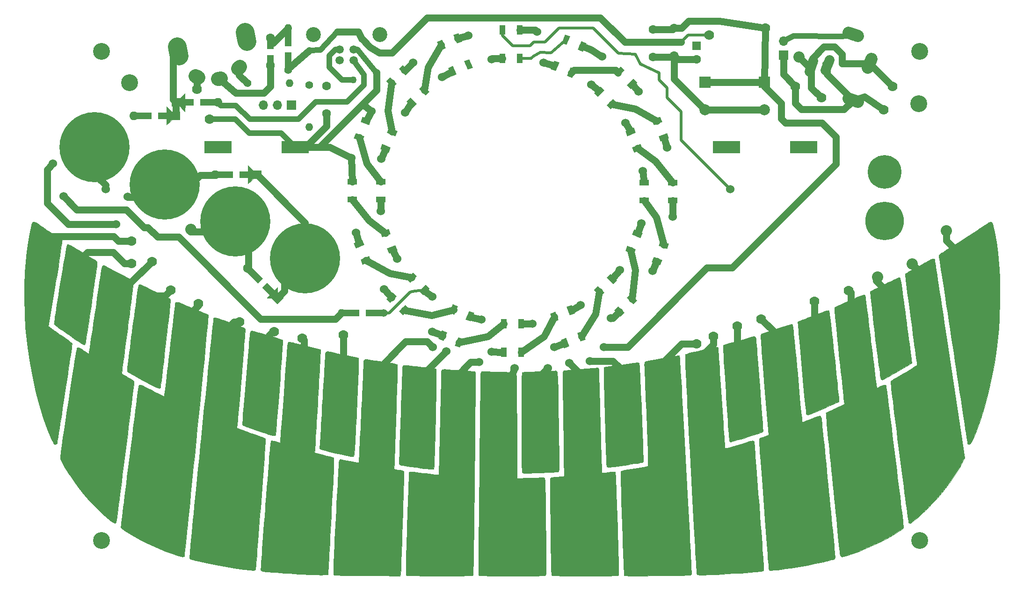
<source format=gbr>
G04 #@! TF.GenerationSoftware,KiCad,Pcbnew,(5.1.0-875-g6f8a0a4ee)*
G04 #@! TF.CreationDate,2019-06-08T21:53:14-07:00*
G04 #@! TF.ProjectId,Stylish-Belt-Synth - Full,5374796c-6973-4682-9d42-656c742d5379,rev?*
G04 #@! TF.SameCoordinates,Original*
G04 #@! TF.FileFunction,Copper,L1,Top*
G04 #@! TF.FilePolarity,Positive*
%FSLAX46Y46*%
G04 Gerber Fmt 4.6, Leading zero omitted, Abs format (unit mm)*
G04 Created by KiCad (PCBNEW (5.1.0-875-g6f8a0a4ee)) date 2019-06-08 21:53:14*
%MOMM*%
%LPD*%
G04 APERTURE LIST*
%ADD10C,0.100000*%
%ADD11C,0.010000*%
%ADD12C,6.096000*%
%ADD13C,6.985000*%
%ADD14C,3.049000*%
%ADD15R,5.000000X2.250000*%
%ADD16R,3.505200X1.270000*%
%ADD17R,1.600000X1.600000*%
%ADD18O,1.600000X1.600000*%
%ADD19C,1.270000*%
%ADD20C,1.600000*%
%ADD21C,1.600000*%
%ADD22R,1.700000X1.700000*%
%ADD23O,1.700000X1.700000*%
%ADD24C,3.352800*%
%ADD25C,3.352800*%
%ADD26C,2.540000*%
%ADD27C,2.540000*%
%ADD28C,2.200000*%
%ADD29C,2.200000*%
%ADD30C,1.778000*%
%ADD31C,1.778000*%
%ADD32C,1.524000*%
%ADD33R,1.000000X1.651000*%
%ADD34R,1.270000X3.048000*%
%ADD35O,1.400000X1.400000*%
%ADD36C,1.400000*%
%ADD37R,2.000000X2.000000*%
%ADD38C,2.000000*%
%ADD39R,1.270000X2.286000*%
%ADD40R,3.048000X1.270000*%
%ADD41C,12.700000*%
%ADD42C,1.000000*%
%ADD43R,1.651000X1.000000*%
%ADD44C,2.700000*%
%ADD45C,1.520000*%
%ADD46C,2.032000*%
%ADD47C,1.270000*%
%ADD48C,0.508000*%
%ADD49C,1.016000*%
G04 APERTURE END LIST*
D10*
G36*
X101600000Y-82296000D02*
G01*
X101600000Y-83820000D01*
X100711000Y-84709000D01*
X100711000Y-81407000D01*
X101600000Y-82296000D01*
G37*
X101600000Y-82296000D02*
X101600000Y-83820000D01*
X100711000Y-84709000D01*
X100711000Y-81407000D01*
X101600000Y-82296000D01*
G36*
X89281000Y-71628000D02*
G01*
X88392000Y-70739000D01*
X88392000Y-69215000D01*
X89281000Y-68326000D01*
X89281000Y-71628000D01*
G37*
X89281000Y-71628000D02*
X88392000Y-70739000D01*
X88392000Y-69215000D01*
X89281000Y-68326000D01*
X89281000Y-71628000D01*
G36*
X86868000Y-71628000D02*
G01*
X86868000Y-73152000D01*
X85979000Y-74041000D01*
X85979000Y-70739000D01*
X86868000Y-71628000D01*
G37*
X86868000Y-71628000D02*
X86868000Y-73152000D01*
X85979000Y-74041000D01*
X85979000Y-70739000D01*
X86868000Y-71628000D01*
G36*
X106045000Y-104394000D02*
G01*
X105029000Y-105410000D01*
X104140000Y-105410000D01*
X106045000Y-103505000D01*
X106045000Y-104394000D01*
G37*
X106045000Y-104394000D02*
X105029000Y-105410000D01*
X104140000Y-105410000D01*
X106045000Y-103505000D01*
X106045000Y-104394000D01*
D11*
G36*
X122219750Y-116550882D02*
G01*
X122589466Y-116591342D01*
X123086979Y-116665922D01*
X123731275Y-116770450D01*
X123794658Y-116780784D01*
X124416317Y-116881408D01*
X125045649Y-116982076D01*
X125641871Y-117076350D01*
X126164200Y-117157795D01*
X126571854Y-117219971D01*
X126661334Y-117233263D01*
X127047075Y-117296932D01*
X127374380Y-117363743D01*
X127604440Y-117424983D01*
X127693409Y-117465028D01*
X127709611Y-117518279D01*
X127721138Y-117648588D01*
X127727814Y-117863879D01*
X127729467Y-118172076D01*
X127725922Y-118581102D01*
X127717007Y-119098882D01*
X127702547Y-119733338D01*
X127682369Y-120492395D01*
X127656299Y-121383977D01*
X127624164Y-122416007D01*
X127585789Y-123596409D01*
X127541002Y-124933107D01*
X127509485Y-125857000D01*
X127468219Y-127056063D01*
X127427680Y-128226844D01*
X127388353Y-129355695D01*
X127350724Y-130428968D01*
X127315281Y-131433012D01*
X127282509Y-132354179D01*
X127252894Y-133178821D01*
X127226923Y-133893288D01*
X127205082Y-134483931D01*
X127187857Y-134937102D01*
X127175734Y-135239151D01*
X127172958Y-135302861D01*
X127121097Y-136451389D01*
X127881592Y-136552642D01*
X128309629Y-136610560D01*
X128597962Y-136662260D01*
X128774260Y-136727213D01*
X128866192Y-136824890D01*
X128901428Y-136974762D01*
X128907637Y-137196300D01*
X128907949Y-137274892D01*
X128906240Y-137538730D01*
X128899273Y-137944470D01*
X128887487Y-138478680D01*
X128871324Y-139127933D01*
X128851225Y-139878798D01*
X128827630Y-140717845D01*
X128800981Y-141631646D01*
X128771718Y-142606771D01*
X128740282Y-143629790D01*
X128707115Y-144687274D01*
X128672656Y-145765793D01*
X128637348Y-146851917D01*
X128601631Y-147932218D01*
X128565946Y-148993266D01*
X128530733Y-150021631D01*
X128496434Y-151003884D01*
X128463490Y-151926595D01*
X128432341Y-152776334D01*
X128403429Y-153539673D01*
X128377194Y-154203181D01*
X128354077Y-154753430D01*
X128334520Y-155176989D01*
X128318963Y-155460430D01*
X128307846Y-155590322D01*
X128306430Y-155596167D01*
X128231297Y-155786667D01*
X124313649Y-155768461D01*
X123419926Y-155763463D01*
X122499112Y-155756774D01*
X121581755Y-155748717D01*
X120698402Y-155739618D01*
X119879601Y-155729802D01*
X119155900Y-155719594D01*
X118557846Y-155709319D01*
X118346888Y-155704961D01*
X117637901Y-155686481D01*
X117085363Y-155665424D01*
X116676397Y-155640882D01*
X116398125Y-155611943D01*
X116237670Y-155577698D01*
X116190858Y-155552570D01*
X116175795Y-155507687D01*
X116165664Y-155402686D01*
X116160790Y-155229688D01*
X116161498Y-154980817D01*
X116168114Y-154648194D01*
X116180964Y-154223943D01*
X116200374Y-153700185D01*
X116226668Y-153069045D01*
X116260173Y-152322643D01*
X116301215Y-151453104D01*
X116350118Y-150452548D01*
X116407208Y-149313100D01*
X116472811Y-148026882D01*
X116547253Y-146586015D01*
X116616061Y-145265570D01*
X116684281Y-143964557D01*
X116750545Y-142708814D01*
X116814275Y-141508905D01*
X116874891Y-140375392D01*
X116931814Y-139318838D01*
X116984466Y-138349807D01*
X117032267Y-137478861D01*
X117074639Y-136716563D01*
X117111004Y-136073477D01*
X117140781Y-135560165D01*
X117163393Y-135187191D01*
X117178260Y-134965118D01*
X117183860Y-134904506D01*
X117266526Y-134736719D01*
X117347723Y-134674155D01*
X117467263Y-134676012D01*
X117724254Y-134710332D01*
X118090951Y-134772387D01*
X118539604Y-134857454D01*
X119042468Y-134960805D01*
X119088698Y-134970683D01*
X119588326Y-135075096D01*
X120029655Y-135162210D01*
X120386688Y-135227314D01*
X120633430Y-135265696D01*
X120743884Y-135272645D01*
X120746694Y-135271195D01*
X120755873Y-135183468D01*
X120772202Y-134940007D01*
X120795028Y-134554231D01*
X120823700Y-134039562D01*
X120857564Y-133409418D01*
X120895970Y-132677219D01*
X120938265Y-131856385D01*
X120983797Y-130960337D01*
X121031914Y-130002492D01*
X121081963Y-128996273D01*
X121133294Y-127955097D01*
X121185254Y-126892385D01*
X121237190Y-125821557D01*
X121288451Y-124756033D01*
X121338385Y-123709231D01*
X121386339Y-122694573D01*
X121431662Y-121725477D01*
X121473701Y-120815364D01*
X121511805Y-119977653D01*
X121545321Y-119225764D01*
X121573598Y-118573117D01*
X121595983Y-118033132D01*
X121611824Y-117619228D01*
X121620469Y-117344825D01*
X121621920Y-117258349D01*
X121623579Y-117006449D01*
X121639114Y-116813709D01*
X121687512Y-116675956D01*
X121787759Y-116589016D01*
X121958843Y-116548716D01*
X122219750Y-116550882D01*
X122219750Y-116550882D01*
G37*
X122219750Y-116550882D02*
X122589466Y-116591342D01*
X123086979Y-116665922D01*
X123731275Y-116770450D01*
X123794658Y-116780784D01*
X124416317Y-116881408D01*
X125045649Y-116982076D01*
X125641871Y-117076350D01*
X126164200Y-117157795D01*
X126571854Y-117219971D01*
X126661334Y-117233263D01*
X127047075Y-117296932D01*
X127374380Y-117363743D01*
X127604440Y-117424983D01*
X127693409Y-117465028D01*
X127709611Y-117518279D01*
X127721138Y-117648588D01*
X127727814Y-117863879D01*
X127729467Y-118172076D01*
X127725922Y-118581102D01*
X127717007Y-119098882D01*
X127702547Y-119733338D01*
X127682369Y-120492395D01*
X127656299Y-121383977D01*
X127624164Y-122416007D01*
X127585789Y-123596409D01*
X127541002Y-124933107D01*
X127509485Y-125857000D01*
X127468219Y-127056063D01*
X127427680Y-128226844D01*
X127388353Y-129355695D01*
X127350724Y-130428968D01*
X127315281Y-131433012D01*
X127282509Y-132354179D01*
X127252894Y-133178821D01*
X127226923Y-133893288D01*
X127205082Y-134483931D01*
X127187857Y-134937102D01*
X127175734Y-135239151D01*
X127172958Y-135302861D01*
X127121097Y-136451389D01*
X127881592Y-136552642D01*
X128309629Y-136610560D01*
X128597962Y-136662260D01*
X128774260Y-136727213D01*
X128866192Y-136824890D01*
X128901428Y-136974762D01*
X128907637Y-137196300D01*
X128907949Y-137274892D01*
X128906240Y-137538730D01*
X128899273Y-137944470D01*
X128887487Y-138478680D01*
X128871324Y-139127933D01*
X128851225Y-139878798D01*
X128827630Y-140717845D01*
X128800981Y-141631646D01*
X128771718Y-142606771D01*
X128740282Y-143629790D01*
X128707115Y-144687274D01*
X128672656Y-145765793D01*
X128637348Y-146851917D01*
X128601631Y-147932218D01*
X128565946Y-148993266D01*
X128530733Y-150021631D01*
X128496434Y-151003884D01*
X128463490Y-151926595D01*
X128432341Y-152776334D01*
X128403429Y-153539673D01*
X128377194Y-154203181D01*
X128354077Y-154753430D01*
X128334520Y-155176989D01*
X128318963Y-155460430D01*
X128307846Y-155590322D01*
X128306430Y-155596167D01*
X128231297Y-155786667D01*
X124313649Y-155768461D01*
X123419926Y-155763463D01*
X122499112Y-155756774D01*
X121581755Y-155748717D01*
X120698402Y-155739618D01*
X119879601Y-155729802D01*
X119155900Y-155719594D01*
X118557846Y-155709319D01*
X118346888Y-155704961D01*
X117637901Y-155686481D01*
X117085363Y-155665424D01*
X116676397Y-155640882D01*
X116398125Y-155611943D01*
X116237670Y-155577698D01*
X116190858Y-155552570D01*
X116175795Y-155507687D01*
X116165664Y-155402686D01*
X116160790Y-155229688D01*
X116161498Y-154980817D01*
X116168114Y-154648194D01*
X116180964Y-154223943D01*
X116200374Y-153700185D01*
X116226668Y-153069045D01*
X116260173Y-152322643D01*
X116301215Y-151453104D01*
X116350118Y-150452548D01*
X116407208Y-149313100D01*
X116472811Y-148026882D01*
X116547253Y-146586015D01*
X116616061Y-145265570D01*
X116684281Y-143964557D01*
X116750545Y-142708814D01*
X116814275Y-141508905D01*
X116874891Y-140375392D01*
X116931814Y-139318838D01*
X116984466Y-138349807D01*
X117032267Y-137478861D01*
X117074639Y-136716563D01*
X117111004Y-136073477D01*
X117140781Y-135560165D01*
X117163393Y-135187191D01*
X117178260Y-134965118D01*
X117183860Y-134904506D01*
X117266526Y-134736719D01*
X117347723Y-134674155D01*
X117467263Y-134676012D01*
X117724254Y-134710332D01*
X118090951Y-134772387D01*
X118539604Y-134857454D01*
X119042468Y-134960805D01*
X119088698Y-134970683D01*
X119588326Y-135075096D01*
X120029655Y-135162210D01*
X120386688Y-135227314D01*
X120633430Y-135265696D01*
X120743884Y-135272645D01*
X120746694Y-135271195D01*
X120755873Y-135183468D01*
X120772202Y-134940007D01*
X120795028Y-134554231D01*
X120823700Y-134039562D01*
X120857564Y-133409418D01*
X120895970Y-132677219D01*
X120938265Y-131856385D01*
X120983797Y-130960337D01*
X121031914Y-130002492D01*
X121081963Y-128996273D01*
X121133294Y-127955097D01*
X121185254Y-126892385D01*
X121237190Y-125821557D01*
X121288451Y-124756033D01*
X121338385Y-123709231D01*
X121386339Y-122694573D01*
X121431662Y-121725477D01*
X121473701Y-120815364D01*
X121511805Y-119977653D01*
X121545321Y-119225764D01*
X121573598Y-118573117D01*
X121595983Y-118033132D01*
X121611824Y-117619228D01*
X121620469Y-117344825D01*
X121621920Y-117258349D01*
X121623579Y-117006449D01*
X121639114Y-116813709D01*
X121687512Y-116675956D01*
X121787759Y-116589016D01*
X121958843Y-116548716D01*
X122219750Y-116550882D01*
G36*
X136638808Y-118365865D02*
G01*
X136821334Y-118379890D01*
X137128352Y-118402705D01*
X137568785Y-118433262D01*
X138107016Y-118469200D01*
X138707427Y-118508160D01*
X139334401Y-118547782D01*
X139649121Y-118567250D01*
X140249999Y-118607494D01*
X140783587Y-118649754D01*
X141227737Y-118691804D01*
X141560302Y-118731416D01*
X141759134Y-118766361D01*
X141804983Y-118784117D01*
X141814462Y-118877844D01*
X141821685Y-119131474D01*
X141826752Y-119535592D01*
X141829758Y-120080782D01*
X141830803Y-120757631D01*
X141829983Y-121556722D01*
X141827396Y-122468643D01*
X141823139Y-123483978D01*
X141817311Y-124593311D01*
X141810008Y-125787230D01*
X141801328Y-127056318D01*
X141791369Y-128391161D01*
X141780229Y-129782345D01*
X141768004Y-131220455D01*
X141754793Y-132696075D01*
X141740692Y-134199792D01*
X141725800Y-135722191D01*
X141710215Y-137253856D01*
X141694033Y-138785373D01*
X141677352Y-140307328D01*
X141660270Y-141810306D01*
X141642884Y-143284891D01*
X141625292Y-144721670D01*
X141607591Y-146111227D01*
X141589879Y-147444149D01*
X141572254Y-148711019D01*
X141554813Y-149902424D01*
X141537653Y-151008948D01*
X141520873Y-152021178D01*
X141504570Y-152929698D01*
X141488840Y-153725093D01*
X141473783Y-154397949D01*
X141459495Y-154938852D01*
X141446073Y-155338386D01*
X141433617Y-155587136D01*
X141422722Y-155675264D01*
X141319774Y-155699343D01*
X141064171Y-155720815D01*
X140672572Y-155739692D01*
X140161635Y-155755986D01*
X139548020Y-155769709D01*
X138848384Y-155780873D01*
X138079386Y-155789488D01*
X137257685Y-155795567D01*
X136399939Y-155799122D01*
X135522806Y-155800164D01*
X134642946Y-155798705D01*
X133777016Y-155794756D01*
X132941675Y-155788330D01*
X132153582Y-155779438D01*
X131429396Y-155768092D01*
X130785774Y-155754303D01*
X130239375Y-155738084D01*
X129806858Y-155719445D01*
X129504882Y-155698399D01*
X129350104Y-155674958D01*
X129334225Y-155666766D01*
X129318985Y-155609036D01*
X129308071Y-155472718D01*
X129301637Y-155250396D01*
X129299839Y-154934654D01*
X129302829Y-154518075D01*
X129310763Y-153993244D01*
X129323795Y-153352745D01*
X129342079Y-152589161D01*
X129365769Y-151695077D01*
X129395020Y-150663076D01*
X129429987Y-149485743D01*
X129470823Y-148155661D01*
X129517683Y-146665414D01*
X129528864Y-146313791D01*
X129568725Y-145077051D01*
X129607966Y-143887382D01*
X129646178Y-142755768D01*
X129682950Y-141693194D01*
X129717871Y-140710642D01*
X129750533Y-139819099D01*
X129780523Y-139029547D01*
X129807433Y-138352971D01*
X129830852Y-137800356D01*
X129850368Y-137382685D01*
X129865573Y-137110943D01*
X129876056Y-136996115D01*
X129877003Y-136993358D01*
X129925046Y-136951720D01*
X130019514Y-136925362D01*
X130176579Y-136915423D01*
X130412414Y-136923041D01*
X130743190Y-136949355D01*
X131185079Y-136995504D01*
X131754255Y-137062626D01*
X132466888Y-137151859D01*
X132878499Y-137204664D01*
X133485173Y-137281087D01*
X134035810Y-137346942D01*
X134508443Y-137399884D01*
X134881108Y-137437570D01*
X135131838Y-137457655D01*
X135238668Y-137457794D01*
X135240468Y-137456754D01*
X135248445Y-137367613D01*
X135259581Y-137120039D01*
X135273589Y-136724897D01*
X135290183Y-136193052D01*
X135309080Y-135535370D01*
X135329992Y-134762715D01*
X135352634Y-133885953D01*
X135376721Y-132915948D01*
X135401967Y-131863567D01*
X135428086Y-130739674D01*
X135454793Y-129555134D01*
X135481802Y-128320813D01*
X135487029Y-128077590D01*
X135514032Y-126831672D01*
X135540641Y-125631263D01*
X135566579Y-124487441D01*
X135591570Y-123411287D01*
X135615336Y-122413878D01*
X135637599Y-121506294D01*
X135658084Y-120699615D01*
X135676512Y-120004919D01*
X135692607Y-119433285D01*
X135706092Y-118995793D01*
X135716689Y-118703522D01*
X135724121Y-118567551D01*
X135725066Y-118560697D01*
X135764231Y-118451099D01*
X135846612Y-118381529D01*
X136000784Y-118347276D01*
X136255324Y-118343626D01*
X136638808Y-118365865D01*
X136638808Y-118365865D01*
G37*
X136638808Y-118365865D02*
X136821334Y-118379890D01*
X137128352Y-118402705D01*
X137568785Y-118433262D01*
X138107016Y-118469200D01*
X138707427Y-118508160D01*
X139334401Y-118547782D01*
X139649121Y-118567250D01*
X140249999Y-118607494D01*
X140783587Y-118649754D01*
X141227737Y-118691804D01*
X141560302Y-118731416D01*
X141759134Y-118766361D01*
X141804983Y-118784117D01*
X141814462Y-118877844D01*
X141821685Y-119131474D01*
X141826752Y-119535592D01*
X141829758Y-120080782D01*
X141830803Y-120757631D01*
X141829983Y-121556722D01*
X141827396Y-122468643D01*
X141823139Y-123483978D01*
X141817311Y-124593311D01*
X141810008Y-125787230D01*
X141801328Y-127056318D01*
X141791369Y-128391161D01*
X141780229Y-129782345D01*
X141768004Y-131220455D01*
X141754793Y-132696075D01*
X141740692Y-134199792D01*
X141725800Y-135722191D01*
X141710215Y-137253856D01*
X141694033Y-138785373D01*
X141677352Y-140307328D01*
X141660270Y-141810306D01*
X141642884Y-143284891D01*
X141625292Y-144721670D01*
X141607591Y-146111227D01*
X141589879Y-147444149D01*
X141572254Y-148711019D01*
X141554813Y-149902424D01*
X141537653Y-151008948D01*
X141520873Y-152021178D01*
X141504570Y-152929698D01*
X141488840Y-153725093D01*
X141473783Y-154397949D01*
X141459495Y-154938852D01*
X141446073Y-155338386D01*
X141433617Y-155587136D01*
X141422722Y-155675264D01*
X141319774Y-155699343D01*
X141064171Y-155720815D01*
X140672572Y-155739692D01*
X140161635Y-155755986D01*
X139548020Y-155769709D01*
X138848384Y-155780873D01*
X138079386Y-155789488D01*
X137257685Y-155795567D01*
X136399939Y-155799122D01*
X135522806Y-155800164D01*
X134642946Y-155798705D01*
X133777016Y-155794756D01*
X132941675Y-155788330D01*
X132153582Y-155779438D01*
X131429396Y-155768092D01*
X130785774Y-155754303D01*
X130239375Y-155738084D01*
X129806858Y-155719445D01*
X129504882Y-155698399D01*
X129350104Y-155674958D01*
X129334225Y-155666766D01*
X129318985Y-155609036D01*
X129308071Y-155472718D01*
X129301637Y-155250396D01*
X129299839Y-154934654D01*
X129302829Y-154518075D01*
X129310763Y-153993244D01*
X129323795Y-153352745D01*
X129342079Y-152589161D01*
X129365769Y-151695077D01*
X129395020Y-150663076D01*
X129429987Y-149485743D01*
X129470823Y-148155661D01*
X129517683Y-146665414D01*
X129528864Y-146313791D01*
X129568725Y-145077051D01*
X129607966Y-143887382D01*
X129646178Y-142755768D01*
X129682950Y-141693194D01*
X129717871Y-140710642D01*
X129750533Y-139819099D01*
X129780523Y-139029547D01*
X129807433Y-138352971D01*
X129830852Y-137800356D01*
X129850368Y-137382685D01*
X129865573Y-137110943D01*
X129876056Y-136996115D01*
X129877003Y-136993358D01*
X129925046Y-136951720D01*
X130019514Y-136925362D01*
X130176579Y-136915423D01*
X130412414Y-136923041D01*
X130743190Y-136949355D01*
X131185079Y-136995504D01*
X131754255Y-137062626D01*
X132466888Y-137151859D01*
X132878499Y-137204664D01*
X133485173Y-137281087D01*
X134035810Y-137346942D01*
X134508443Y-137399884D01*
X134881108Y-137437570D01*
X135131838Y-137457655D01*
X135238668Y-137457794D01*
X135240468Y-137456754D01*
X135248445Y-137367613D01*
X135259581Y-137120039D01*
X135273589Y-136724897D01*
X135290183Y-136193052D01*
X135309080Y-135535370D01*
X135329992Y-134762715D01*
X135352634Y-133885953D01*
X135376721Y-132915948D01*
X135401967Y-131863567D01*
X135428086Y-130739674D01*
X135454793Y-129555134D01*
X135481802Y-128320813D01*
X135487029Y-128077590D01*
X135514032Y-126831672D01*
X135540641Y-125631263D01*
X135566579Y-124487441D01*
X135591570Y-123411287D01*
X135615336Y-122413878D01*
X135637599Y-121506294D01*
X135658084Y-120699615D01*
X135676512Y-120004919D01*
X135692607Y-119433285D01*
X135706092Y-118995793D01*
X135716689Y-118703522D01*
X135724121Y-118567551D01*
X135725066Y-118560697D01*
X135764231Y-118451099D01*
X135846612Y-118381529D01*
X136000784Y-118347276D01*
X136255324Y-118343626D01*
X136638808Y-118365865D01*
G36*
X143739802Y-118758924D02*
G01*
X144215048Y-118765362D01*
X144764025Y-118775562D01*
X145363639Y-118788892D01*
X145990796Y-118804718D01*
X146622403Y-118822411D01*
X147235367Y-118841337D01*
X147806593Y-118860867D01*
X148312988Y-118880366D01*
X148731459Y-118899205D01*
X149038912Y-118916751D01*
X149212253Y-118932372D01*
X149241779Y-118939579D01*
X149250305Y-119030590D01*
X149259514Y-119280167D01*
X149269273Y-119677548D01*
X149279445Y-120211967D01*
X149289896Y-120872661D01*
X149300492Y-121648864D01*
X149311096Y-122529813D01*
X149321574Y-123504743D01*
X149331792Y-124562890D01*
X149341615Y-125693490D01*
X149350906Y-126885778D01*
X149359533Y-128128990D01*
X149362214Y-128549208D01*
X149421825Y-138098012D01*
X151503579Y-138049065D01*
X152098311Y-138033853D01*
X152652132Y-138017382D01*
X153137539Y-138000652D01*
X153527026Y-137984663D01*
X153793091Y-137970414D01*
X153888432Y-137962361D01*
X154153757Y-137967693D01*
X154344513Y-138036468D01*
X154369325Y-138061232D01*
X154391521Y-138103685D01*
X154411367Y-138173563D01*
X154429127Y-138280602D01*
X154445068Y-138434537D01*
X154459456Y-138645105D01*
X154472556Y-138922041D01*
X154484635Y-139275080D01*
X154495957Y-139713959D01*
X154506789Y-140248413D01*
X154517396Y-140888178D01*
X154528044Y-141642990D01*
X154538999Y-142522585D01*
X154550527Y-143536698D01*
X154562894Y-144695066D01*
X154576364Y-146007423D01*
X154584717Y-146835956D01*
X154598898Y-148282285D01*
X154610714Y-149568046D01*
X154620142Y-150701990D01*
X154627162Y-151692867D01*
X154631751Y-152549425D01*
X154633887Y-153280416D01*
X154633549Y-153894589D01*
X154630715Y-154400693D01*
X154625363Y-154807480D01*
X154617472Y-155123697D01*
X154607020Y-155358097D01*
X154593984Y-155519427D01*
X154578343Y-155616438D01*
X154562770Y-155655124D01*
X154527125Y-155680809D01*
X154458145Y-155702969D01*
X154344219Y-155721857D01*
X154173731Y-155737727D01*
X153935068Y-155750834D01*
X153616617Y-155761431D01*
X153206765Y-155769771D01*
X152693897Y-155776109D01*
X152066400Y-155780698D01*
X151312661Y-155783793D01*
X150421065Y-155785646D01*
X149380000Y-155786512D01*
X148543347Y-155786667D01*
X147376325Y-155786236D01*
X146367436Y-155784796D01*
X145505483Y-155782123D01*
X144779267Y-155777996D01*
X144177591Y-155772191D01*
X143689257Y-155764486D01*
X143303067Y-155754659D01*
X143007822Y-155742486D01*
X142792326Y-155727746D01*
X142645379Y-155710215D01*
X142555784Y-155689670D01*
X142513225Y-155666796D01*
X142478427Y-155606952D01*
X142451772Y-155493899D01*
X142432690Y-155310177D01*
X142420609Y-155038327D01*
X142414959Y-154660888D01*
X142415171Y-154160401D01*
X142420674Y-153519406D01*
X142426793Y-153020963D01*
X142431190Y-152669858D01*
X142437207Y-152159628D01*
X142444734Y-151500472D01*
X142453664Y-150702590D01*
X142463885Y-149776180D01*
X142475289Y-148731443D01*
X142487766Y-147578577D01*
X142501207Y-146327782D01*
X142515503Y-144989258D01*
X142530544Y-143573203D01*
X142546220Y-142089816D01*
X142562423Y-140549298D01*
X142579042Y-138961848D01*
X142595969Y-137337664D01*
X142613094Y-135686947D01*
X142622443Y-134782493D01*
X142639434Y-133162560D01*
X142656480Y-131587287D01*
X142673469Y-130065090D01*
X142690286Y-128604384D01*
X142706817Y-127213585D01*
X142722950Y-125901109D01*
X142738570Y-124675371D01*
X142753565Y-123544788D01*
X142767820Y-122517773D01*
X142781221Y-121602745D01*
X142793656Y-120808116D01*
X142805010Y-120142305D01*
X142815170Y-119613726D01*
X142824023Y-119230794D01*
X142831454Y-119001926D01*
X142836373Y-118935206D01*
X142934616Y-118799410D01*
X142987380Y-118768490D01*
X143102874Y-118759856D01*
X143361379Y-118756877D01*
X143739802Y-118758924D01*
X143739802Y-118758924D01*
G37*
X143739802Y-118758924D02*
X144215048Y-118765362D01*
X144764025Y-118775562D01*
X145363639Y-118788892D01*
X145990796Y-118804718D01*
X146622403Y-118822411D01*
X147235367Y-118841337D01*
X147806593Y-118860867D01*
X148312988Y-118880366D01*
X148731459Y-118899205D01*
X149038912Y-118916751D01*
X149212253Y-118932372D01*
X149241779Y-118939579D01*
X149250305Y-119030590D01*
X149259514Y-119280167D01*
X149269273Y-119677548D01*
X149279445Y-120211967D01*
X149289896Y-120872661D01*
X149300492Y-121648864D01*
X149311096Y-122529813D01*
X149321574Y-123504743D01*
X149331792Y-124562890D01*
X149341615Y-125693490D01*
X149350906Y-126885778D01*
X149359533Y-128128990D01*
X149362214Y-128549208D01*
X149421825Y-138098012D01*
X151503579Y-138049065D01*
X152098311Y-138033853D01*
X152652132Y-138017382D01*
X153137539Y-138000652D01*
X153527026Y-137984663D01*
X153793091Y-137970414D01*
X153888432Y-137962361D01*
X154153757Y-137967693D01*
X154344513Y-138036468D01*
X154369325Y-138061232D01*
X154391521Y-138103685D01*
X154411367Y-138173563D01*
X154429127Y-138280602D01*
X154445068Y-138434537D01*
X154459456Y-138645105D01*
X154472556Y-138922041D01*
X154484635Y-139275080D01*
X154495957Y-139713959D01*
X154506789Y-140248413D01*
X154517396Y-140888178D01*
X154528044Y-141642990D01*
X154538999Y-142522585D01*
X154550527Y-143536698D01*
X154562894Y-144695066D01*
X154576364Y-146007423D01*
X154584717Y-146835956D01*
X154598898Y-148282285D01*
X154610714Y-149568046D01*
X154620142Y-150701990D01*
X154627162Y-151692867D01*
X154631751Y-152549425D01*
X154633887Y-153280416D01*
X154633549Y-153894589D01*
X154630715Y-154400693D01*
X154625363Y-154807480D01*
X154617472Y-155123697D01*
X154607020Y-155358097D01*
X154593984Y-155519427D01*
X154578343Y-155616438D01*
X154562770Y-155655124D01*
X154527125Y-155680809D01*
X154458145Y-155702969D01*
X154344219Y-155721857D01*
X154173731Y-155737727D01*
X153935068Y-155750834D01*
X153616617Y-155761431D01*
X153206765Y-155769771D01*
X152693897Y-155776109D01*
X152066400Y-155780698D01*
X151312661Y-155783793D01*
X150421065Y-155785646D01*
X149380000Y-155786512D01*
X148543347Y-155786667D01*
X147376325Y-155786236D01*
X146367436Y-155784796D01*
X145505483Y-155782123D01*
X144779267Y-155777996D01*
X144177591Y-155772191D01*
X143689257Y-155764486D01*
X143303067Y-155754659D01*
X143007822Y-155742486D01*
X142792326Y-155727746D01*
X142645379Y-155710215D01*
X142555784Y-155689670D01*
X142513225Y-155666796D01*
X142478427Y-155606952D01*
X142451772Y-155493899D01*
X142432690Y-155310177D01*
X142420609Y-155038327D01*
X142414959Y-154660888D01*
X142415171Y-154160401D01*
X142420674Y-153519406D01*
X142426793Y-153020963D01*
X142431190Y-152669858D01*
X142437207Y-152159628D01*
X142444734Y-151500472D01*
X142453664Y-150702590D01*
X142463885Y-149776180D01*
X142475289Y-148731443D01*
X142487766Y-147578577D01*
X142501207Y-146327782D01*
X142515503Y-144989258D01*
X142530544Y-143573203D01*
X142546220Y-142089816D01*
X142562423Y-140549298D01*
X142579042Y-138961848D01*
X142595969Y-137337664D01*
X142613094Y-135686947D01*
X142622443Y-134782493D01*
X142639434Y-133162560D01*
X142656480Y-131587287D01*
X142673469Y-130065090D01*
X142690286Y-128604384D01*
X142706817Y-127213585D01*
X142722950Y-125901109D01*
X142738570Y-124675371D01*
X142753565Y-123544788D01*
X142767820Y-122517773D01*
X142781221Y-121602745D01*
X142793656Y-120808116D01*
X142805010Y-120142305D01*
X142815170Y-119613726D01*
X142824023Y-119230794D01*
X142831454Y-119001926D01*
X142836373Y-118935206D01*
X142934616Y-118799410D01*
X142987380Y-118768490D01*
X143102874Y-118759856D01*
X143361379Y-118756877D01*
X143739802Y-118758924D01*
G36*
X164005499Y-118083972D02*
G01*
X164019845Y-118087254D01*
X164123436Y-118195724D01*
X164167119Y-118309839D01*
X164174602Y-118417225D01*
X164186144Y-118682795D01*
X164201411Y-119095454D01*
X164220062Y-119644112D01*
X164241761Y-120317673D01*
X164266169Y-121105046D01*
X164292950Y-121995137D01*
X164321765Y-122976854D01*
X164352277Y-124039104D01*
X164384147Y-125170793D01*
X164417039Y-126360829D01*
X164450613Y-127598118D01*
X164455774Y-127790330D01*
X164489260Y-129030110D01*
X164521926Y-130221814D01*
X164553449Y-131354597D01*
X164583507Y-132417614D01*
X164611777Y-133400021D01*
X164637936Y-134290972D01*
X164661661Y-135079623D01*
X164682629Y-135755129D01*
X164700518Y-136306644D01*
X164715005Y-136723325D01*
X164725767Y-136994325D01*
X164732481Y-137108801D01*
X164733219Y-137111935D01*
X164822862Y-137111075D01*
X165049451Y-137093343D01*
X165381748Y-137061582D01*
X165788519Y-137018635D01*
X165925725Y-137003397D01*
X166448826Y-136951288D01*
X166839826Y-136926739D01*
X167086315Y-136930246D01*
X167171096Y-136953562D01*
X167186706Y-137049527D01*
X167206182Y-137301491D01*
X167229106Y-137696175D01*
X167255063Y-138220298D01*
X167283635Y-138860582D01*
X167314405Y-139603745D01*
X167346957Y-140436510D01*
X167380873Y-141345595D01*
X167415737Y-142317721D01*
X167451132Y-143339609D01*
X167486642Y-144397978D01*
X167521848Y-145479548D01*
X167556335Y-146571041D01*
X167589686Y-147659175D01*
X167621483Y-148730673D01*
X167651310Y-149772252D01*
X167678750Y-150770635D01*
X167703386Y-151712540D01*
X167724802Y-152584689D01*
X167742580Y-153373802D01*
X167756304Y-154066598D01*
X167765556Y-154649798D01*
X167769921Y-155110123D01*
X167768981Y-155434291D01*
X167762319Y-155609025D01*
X167757499Y-155635086D01*
X167734819Y-155664345D01*
X167692508Y-155689587D01*
X167618796Y-155711106D01*
X167501915Y-155729199D01*
X167330098Y-155744160D01*
X167091576Y-155756285D01*
X166774580Y-155765870D01*
X166367343Y-155773210D01*
X165858095Y-155778601D01*
X165235068Y-155782338D01*
X164486495Y-155784717D01*
X163600605Y-155786033D01*
X162565633Y-155786581D01*
X161720722Y-155786667D01*
X160552344Y-155786264D01*
X159542082Y-155784906D01*
X158678718Y-155782367D01*
X157951036Y-155778423D01*
X157347818Y-155772847D01*
X156857848Y-155765414D01*
X156469909Y-155755900D01*
X156172784Y-155744079D01*
X155955257Y-155729726D01*
X155806111Y-155712615D01*
X155714128Y-155692522D01*
X155668093Y-155669220D01*
X155664125Y-155665039D01*
X155647348Y-155562922D01*
X155630151Y-155305495D01*
X155612686Y-154906446D01*
X155595107Y-154379461D01*
X155577567Y-153738228D01*
X155560219Y-152996432D01*
X155543217Y-152167761D01*
X155526714Y-151265903D01*
X155510863Y-150304543D01*
X155495818Y-149297368D01*
X155481731Y-148258066D01*
X155468756Y-147200324D01*
X155457046Y-146137827D01*
X155446755Y-145084264D01*
X155438035Y-144053321D01*
X155431040Y-143058685D01*
X155425923Y-142114042D01*
X155422837Y-141233080D01*
X155421936Y-140429486D01*
X155423373Y-139716946D01*
X155427301Y-139109147D01*
X155433873Y-138619777D01*
X155443243Y-138262522D01*
X155455564Y-138051068D01*
X155466300Y-137996834D01*
X155579208Y-137959340D01*
X155827618Y-137917722D01*
X156177916Y-137876418D01*
X156596489Y-137839868D01*
X156721426Y-137831085D01*
X157146094Y-137801280D01*
X157505255Y-137773149D01*
X157767622Y-137749365D01*
X157901908Y-137732603D01*
X157912620Y-137729270D01*
X157914854Y-137643012D01*
X157914486Y-137399342D01*
X157911663Y-137010160D01*
X157906532Y-136487363D01*
X157899240Y-135842851D01*
X157889935Y-135088524D01*
X157878763Y-134236279D01*
X157865873Y-133298017D01*
X157851412Y-132285635D01*
X157835527Y-131211033D01*
X157818365Y-130086111D01*
X157816420Y-129960732D01*
X157798390Y-128781788D01*
X157781128Y-127616887D01*
X157764838Y-126481835D01*
X157749723Y-125392439D01*
X157735985Y-124364507D01*
X157723828Y-123413846D01*
X157713455Y-122556262D01*
X157705068Y-121807565D01*
X157698871Y-121183559D01*
X157695066Y-120700054D01*
X157693874Y-120418780D01*
X157693527Y-119824114D01*
X157695626Y-119377062D01*
X157702394Y-119055908D01*
X157716054Y-118838931D01*
X157738829Y-118704415D01*
X157772940Y-118630641D01*
X157820611Y-118595890D01*
X157882167Y-118578866D01*
X158021573Y-118559941D01*
X158301592Y-118531396D01*
X158693939Y-118495770D01*
X159170331Y-118455602D01*
X159702484Y-118413432D01*
X159850667Y-118402137D01*
X160477831Y-118353444D01*
X161136739Y-118300047D01*
X161776420Y-118246229D01*
X162345903Y-118196274D01*
X162770281Y-118156799D01*
X163198475Y-118118848D01*
X163570131Y-118092776D01*
X163850666Y-118080510D01*
X164005499Y-118083972D01*
X164005499Y-118083972D01*
G37*
X164005499Y-118083972D02*
X164019845Y-118087254D01*
X164123436Y-118195724D01*
X164167119Y-118309839D01*
X164174602Y-118417225D01*
X164186144Y-118682795D01*
X164201411Y-119095454D01*
X164220062Y-119644112D01*
X164241761Y-120317673D01*
X164266169Y-121105046D01*
X164292950Y-121995137D01*
X164321765Y-122976854D01*
X164352277Y-124039104D01*
X164384147Y-125170793D01*
X164417039Y-126360829D01*
X164450613Y-127598118D01*
X164455774Y-127790330D01*
X164489260Y-129030110D01*
X164521926Y-130221814D01*
X164553449Y-131354597D01*
X164583507Y-132417614D01*
X164611777Y-133400021D01*
X164637936Y-134290972D01*
X164661661Y-135079623D01*
X164682629Y-135755129D01*
X164700518Y-136306644D01*
X164715005Y-136723325D01*
X164725767Y-136994325D01*
X164732481Y-137108801D01*
X164733219Y-137111935D01*
X164822862Y-137111075D01*
X165049451Y-137093343D01*
X165381748Y-137061582D01*
X165788519Y-137018635D01*
X165925725Y-137003397D01*
X166448826Y-136951288D01*
X166839826Y-136926739D01*
X167086315Y-136930246D01*
X167171096Y-136953562D01*
X167186706Y-137049527D01*
X167206182Y-137301491D01*
X167229106Y-137696175D01*
X167255063Y-138220298D01*
X167283635Y-138860582D01*
X167314405Y-139603745D01*
X167346957Y-140436510D01*
X167380873Y-141345595D01*
X167415737Y-142317721D01*
X167451132Y-143339609D01*
X167486642Y-144397978D01*
X167521848Y-145479548D01*
X167556335Y-146571041D01*
X167589686Y-147659175D01*
X167621483Y-148730673D01*
X167651310Y-149772252D01*
X167678750Y-150770635D01*
X167703386Y-151712540D01*
X167724802Y-152584689D01*
X167742580Y-153373802D01*
X167756304Y-154066598D01*
X167765556Y-154649798D01*
X167769921Y-155110123D01*
X167768981Y-155434291D01*
X167762319Y-155609025D01*
X167757499Y-155635086D01*
X167734819Y-155664345D01*
X167692508Y-155689587D01*
X167618796Y-155711106D01*
X167501915Y-155729199D01*
X167330098Y-155744160D01*
X167091576Y-155756285D01*
X166774580Y-155765870D01*
X166367343Y-155773210D01*
X165858095Y-155778601D01*
X165235068Y-155782338D01*
X164486495Y-155784717D01*
X163600605Y-155786033D01*
X162565633Y-155786581D01*
X161720722Y-155786667D01*
X160552344Y-155786264D01*
X159542082Y-155784906D01*
X158678718Y-155782367D01*
X157951036Y-155778423D01*
X157347818Y-155772847D01*
X156857848Y-155765414D01*
X156469909Y-155755900D01*
X156172784Y-155744079D01*
X155955257Y-155729726D01*
X155806111Y-155712615D01*
X155714128Y-155692522D01*
X155668093Y-155669220D01*
X155664125Y-155665039D01*
X155647348Y-155562922D01*
X155630151Y-155305495D01*
X155612686Y-154906446D01*
X155595107Y-154379461D01*
X155577567Y-153738228D01*
X155560219Y-152996432D01*
X155543217Y-152167761D01*
X155526714Y-151265903D01*
X155510863Y-150304543D01*
X155495818Y-149297368D01*
X155481731Y-148258066D01*
X155468756Y-147200324D01*
X155457046Y-146137827D01*
X155446755Y-145084264D01*
X155438035Y-144053321D01*
X155431040Y-143058685D01*
X155425923Y-142114042D01*
X155422837Y-141233080D01*
X155421936Y-140429486D01*
X155423373Y-139716946D01*
X155427301Y-139109147D01*
X155433873Y-138619777D01*
X155443243Y-138262522D01*
X155455564Y-138051068D01*
X155466300Y-137996834D01*
X155579208Y-137959340D01*
X155827618Y-137917722D01*
X156177916Y-137876418D01*
X156596489Y-137839868D01*
X156721426Y-137831085D01*
X157146094Y-137801280D01*
X157505255Y-137773149D01*
X157767622Y-137749365D01*
X157901908Y-137732603D01*
X157912620Y-137729270D01*
X157914854Y-137643012D01*
X157914486Y-137399342D01*
X157911663Y-137010160D01*
X157906532Y-136487363D01*
X157899240Y-135842851D01*
X157889935Y-135088524D01*
X157878763Y-134236279D01*
X157865873Y-133298017D01*
X157851412Y-132285635D01*
X157835527Y-131211033D01*
X157818365Y-130086111D01*
X157816420Y-129960732D01*
X157798390Y-128781788D01*
X157781128Y-127616887D01*
X157764838Y-126481835D01*
X157749723Y-125392439D01*
X157735985Y-124364507D01*
X157723828Y-123413846D01*
X157713455Y-122556262D01*
X157705068Y-121807565D01*
X157698871Y-121183559D01*
X157695066Y-120700054D01*
X157693874Y-120418780D01*
X157693527Y-119824114D01*
X157695626Y-119377062D01*
X157702394Y-119055908D01*
X157716054Y-118838931D01*
X157738829Y-118704415D01*
X157772940Y-118630641D01*
X157820611Y-118595890D01*
X157882167Y-118578866D01*
X158021573Y-118559941D01*
X158301592Y-118531396D01*
X158693939Y-118495770D01*
X159170331Y-118455602D01*
X159702484Y-118413432D01*
X159850667Y-118402137D01*
X160477831Y-118353444D01*
X161136739Y-118300047D01*
X161776420Y-118246229D01*
X162345903Y-118196274D01*
X162770281Y-118156799D01*
X163198475Y-118118848D01*
X163570131Y-118092776D01*
X163850666Y-118080510D01*
X164005499Y-118083972D01*
G36*
X178778507Y-115881678D02*
G01*
X178789138Y-115890271D01*
X178802170Y-115982054D01*
X178823457Y-116233874D01*
X178852506Y-116636665D01*
X178888823Y-117181357D01*
X178931917Y-117858881D01*
X178981294Y-118660168D01*
X179036461Y-119576151D01*
X179096925Y-120597760D01*
X179162193Y-121715926D01*
X179231773Y-122921581D01*
X179305170Y-124205656D01*
X179381893Y-125559082D01*
X179461449Y-126972791D01*
X179543343Y-128437714D01*
X179627084Y-129944781D01*
X179712179Y-131484926D01*
X179798134Y-133049078D01*
X179884457Y-134628169D01*
X179970654Y-136213130D01*
X180056233Y-137794892D01*
X180140700Y-139364388D01*
X180223563Y-140912548D01*
X180304329Y-142430303D01*
X180382504Y-143908584D01*
X180457597Y-145338324D01*
X180529113Y-146710453D01*
X180596560Y-148015902D01*
X180659445Y-149245603D01*
X180717275Y-150390487D01*
X180769557Y-151441486D01*
X180815798Y-152389530D01*
X180855506Y-153225551D01*
X180888186Y-153940480D01*
X180913346Y-154525248D01*
X180930494Y-154970788D01*
X180939136Y-155268029D01*
X180938779Y-155407904D01*
X180937681Y-155415832D01*
X180846286Y-155584588D01*
X180760768Y-155648935D01*
X180656022Y-155658166D01*
X180395981Y-155668480D01*
X179994679Y-155679628D01*
X179466151Y-155691357D01*
X178824429Y-155703415D01*
X178083548Y-155715550D01*
X177257540Y-155727512D01*
X176360440Y-155739047D01*
X175406282Y-155749905D01*
X174769871Y-155756405D01*
X173611481Y-155767303D01*
X172611119Y-155775693D01*
X171757494Y-155781456D01*
X171039318Y-155784475D01*
X170445302Y-155784633D01*
X169964157Y-155781811D01*
X169584592Y-155775892D01*
X169295320Y-155766758D01*
X169085051Y-155754291D01*
X168942495Y-155738374D01*
X168856363Y-155718889D01*
X168815367Y-155695718D01*
X168814167Y-155694297D01*
X168798243Y-155594753D01*
X168778254Y-155339176D01*
X168754635Y-154940806D01*
X168727817Y-154412886D01*
X168698233Y-153768655D01*
X168666315Y-153021355D01*
X168632497Y-152184227D01*
X168597210Y-151270510D01*
X168560886Y-150293447D01*
X168523960Y-149266278D01*
X168486862Y-148202243D01*
X168450027Y-147114584D01*
X168413885Y-146016542D01*
X168378870Y-144921356D01*
X168345414Y-143842269D01*
X168313951Y-142792521D01*
X168284911Y-141785353D01*
X168258728Y-140834005D01*
X168235835Y-139951719D01*
X168216664Y-139151735D01*
X168201647Y-138447294D01*
X168191217Y-137851638D01*
X168185807Y-137378006D01*
X168185849Y-137039640D01*
X168191775Y-136849780D01*
X168197405Y-136813981D01*
X168315842Y-136725611D01*
X168581789Y-136647559D01*
X168969086Y-136581570D01*
X169499982Y-136505255D01*
X170071139Y-136419276D01*
X170657382Y-136327828D01*
X171233539Y-136235108D01*
X171774436Y-136145312D01*
X172254899Y-136062637D01*
X172649755Y-135991279D01*
X172933830Y-135935435D01*
X173081950Y-135899302D01*
X173094861Y-135893794D01*
X173110272Y-135842470D01*
X173120409Y-135705883D01*
X173125072Y-135476777D01*
X173124060Y-135147893D01*
X173117172Y-134711975D01*
X173104207Y-134161764D01*
X173084964Y-133490003D01*
X173059242Y-132689434D01*
X173026839Y-131752801D01*
X172987556Y-130672844D01*
X172941190Y-129442308D01*
X172887542Y-128053934D01*
X172854214Y-127204066D01*
X172806363Y-125993396D01*
X172759639Y-124819155D01*
X172714557Y-123693840D01*
X172671630Y-122629948D01*
X172631373Y-121639976D01*
X172594301Y-120736421D01*
X172560927Y-119931781D01*
X172531767Y-119238551D01*
X172507334Y-118669230D01*
X172488143Y-118236314D01*
X172474708Y-117952300D01*
X172469465Y-117856000D01*
X172457162Y-117513069D01*
X172463583Y-117228352D01*
X172487084Y-117049193D01*
X172498422Y-117021125D01*
X172610106Y-116963798D01*
X172875668Y-116887847D01*
X173281077Y-116796559D01*
X173812303Y-116693220D01*
X174173268Y-116628929D01*
X174815264Y-116516120D01*
X175532905Y-116387168D01*
X176257728Y-116254549D01*
X176921269Y-116130738D01*
X177232131Y-116071524D01*
X177794236Y-115966730D01*
X178210616Y-115897596D01*
X178500581Y-115861875D01*
X178683441Y-115857318D01*
X178778507Y-115881678D01*
X178778507Y-115881678D01*
G37*
X178778507Y-115881678D02*
X178789138Y-115890271D01*
X178802170Y-115982054D01*
X178823457Y-116233874D01*
X178852506Y-116636665D01*
X178888823Y-117181357D01*
X178931917Y-117858881D01*
X178981294Y-118660168D01*
X179036461Y-119576151D01*
X179096925Y-120597760D01*
X179162193Y-121715926D01*
X179231773Y-122921581D01*
X179305170Y-124205656D01*
X179381893Y-125559082D01*
X179461449Y-126972791D01*
X179543343Y-128437714D01*
X179627084Y-129944781D01*
X179712179Y-131484926D01*
X179798134Y-133049078D01*
X179884457Y-134628169D01*
X179970654Y-136213130D01*
X180056233Y-137794892D01*
X180140700Y-139364388D01*
X180223563Y-140912548D01*
X180304329Y-142430303D01*
X180382504Y-143908584D01*
X180457597Y-145338324D01*
X180529113Y-146710453D01*
X180596560Y-148015902D01*
X180659445Y-149245603D01*
X180717275Y-150390487D01*
X180769557Y-151441486D01*
X180815798Y-152389530D01*
X180855506Y-153225551D01*
X180888186Y-153940480D01*
X180913346Y-154525248D01*
X180930494Y-154970788D01*
X180939136Y-155268029D01*
X180938779Y-155407904D01*
X180937681Y-155415832D01*
X180846286Y-155584588D01*
X180760768Y-155648935D01*
X180656022Y-155658166D01*
X180395981Y-155668480D01*
X179994679Y-155679628D01*
X179466151Y-155691357D01*
X178824429Y-155703415D01*
X178083548Y-155715550D01*
X177257540Y-155727512D01*
X176360440Y-155739047D01*
X175406282Y-155749905D01*
X174769871Y-155756405D01*
X173611481Y-155767303D01*
X172611119Y-155775693D01*
X171757494Y-155781456D01*
X171039318Y-155784475D01*
X170445302Y-155784633D01*
X169964157Y-155781811D01*
X169584592Y-155775892D01*
X169295320Y-155766758D01*
X169085051Y-155754291D01*
X168942495Y-155738374D01*
X168856363Y-155718889D01*
X168815367Y-155695718D01*
X168814167Y-155694297D01*
X168798243Y-155594753D01*
X168778254Y-155339176D01*
X168754635Y-154940806D01*
X168727817Y-154412886D01*
X168698233Y-153768655D01*
X168666315Y-153021355D01*
X168632497Y-152184227D01*
X168597210Y-151270510D01*
X168560886Y-150293447D01*
X168523960Y-149266278D01*
X168486862Y-148202243D01*
X168450027Y-147114584D01*
X168413885Y-146016542D01*
X168378870Y-144921356D01*
X168345414Y-143842269D01*
X168313951Y-142792521D01*
X168284911Y-141785353D01*
X168258728Y-140834005D01*
X168235835Y-139951719D01*
X168216664Y-139151735D01*
X168201647Y-138447294D01*
X168191217Y-137851638D01*
X168185807Y-137378006D01*
X168185849Y-137039640D01*
X168191775Y-136849780D01*
X168197405Y-136813981D01*
X168315842Y-136725611D01*
X168581789Y-136647559D01*
X168969086Y-136581570D01*
X169499982Y-136505255D01*
X170071139Y-136419276D01*
X170657382Y-136327828D01*
X171233539Y-136235108D01*
X171774436Y-136145312D01*
X172254899Y-136062637D01*
X172649755Y-135991279D01*
X172933830Y-135935435D01*
X173081950Y-135899302D01*
X173094861Y-135893794D01*
X173110272Y-135842470D01*
X173120409Y-135705883D01*
X173125072Y-135476777D01*
X173124060Y-135147893D01*
X173117172Y-134711975D01*
X173104207Y-134161764D01*
X173084964Y-133490003D01*
X173059242Y-132689434D01*
X173026839Y-131752801D01*
X172987556Y-130672844D01*
X172941190Y-129442308D01*
X172887542Y-128053934D01*
X172854214Y-127204066D01*
X172806363Y-125993396D01*
X172759639Y-124819155D01*
X172714557Y-123693840D01*
X172671630Y-122629948D01*
X172631373Y-121639976D01*
X172594301Y-120736421D01*
X172560927Y-119931781D01*
X172531767Y-119238551D01*
X172507334Y-118669230D01*
X172488143Y-118236314D01*
X172474708Y-117952300D01*
X172469465Y-117856000D01*
X172457162Y-117513069D01*
X172463583Y-117228352D01*
X172487084Y-117049193D01*
X172498422Y-117021125D01*
X172610106Y-116963798D01*
X172875668Y-116887847D01*
X173281077Y-116796559D01*
X173812303Y-116693220D01*
X174173268Y-116628929D01*
X174815264Y-116516120D01*
X175532905Y-116387168D01*
X176257728Y-116254549D01*
X176921269Y-116130738D01*
X177232131Y-116071524D01*
X177794236Y-115966730D01*
X178210616Y-115897596D01*
X178500581Y-115861875D01*
X178683441Y-115857318D01*
X178778507Y-115881678D01*
G36*
X108184755Y-113381841D02*
G01*
X108329480Y-113402130D01*
X108540811Y-113444426D01*
X108834282Y-113511920D01*
X109225425Y-113607804D01*
X109729774Y-113735270D01*
X110362861Y-113897511D01*
X111140218Y-114097718D01*
X111379000Y-114159250D01*
X113792000Y-114780996D01*
X113816940Y-115069665D01*
X113814784Y-115184079D01*
X113803281Y-115453846D01*
X113783222Y-115865290D01*
X113755393Y-116404734D01*
X113720585Y-117058502D01*
X113679587Y-117812918D01*
X113633186Y-118654304D01*
X113582171Y-119568985D01*
X113527333Y-120543284D01*
X113469458Y-121563524D01*
X113409337Y-122616029D01*
X113347758Y-123687123D01*
X113285510Y-124763129D01*
X113223381Y-125830371D01*
X113162161Y-126875171D01*
X113102638Y-127883854D01*
X113045602Y-128842744D01*
X112991840Y-129738163D01*
X112942142Y-130556435D01*
X112897297Y-131283884D01*
X112858094Y-131906834D01*
X112825320Y-132411607D01*
X112799766Y-132784527D01*
X112782220Y-133011919D01*
X112781805Y-133016572D01*
X112739593Y-133487477D01*
X114425622Y-133897893D01*
X114940779Y-134025150D01*
X115402807Y-134142801D01*
X115785263Y-134243827D01*
X116061703Y-134321209D01*
X116205686Y-134367926D01*
X116216971Y-134373398D01*
X116231418Y-134415590D01*
X116240541Y-134526066D01*
X116244021Y-134712205D01*
X116241541Y-134981385D01*
X116232781Y-135340987D01*
X116217425Y-135798388D01*
X116195154Y-136360968D01*
X116165650Y-137036105D01*
X116128595Y-137831178D01*
X116083672Y-138753567D01*
X116030562Y-139810649D01*
X115968947Y-141009804D01*
X115898510Y-142358410D01*
X115818931Y-143863847D01*
X115761521Y-144941823D01*
X115690682Y-146261460D01*
X115621589Y-147534572D01*
X115554840Y-148750890D01*
X115491028Y-149900148D01*
X115430749Y-150972078D01*
X115374598Y-151956412D01*
X115323172Y-152842882D01*
X115277064Y-153621222D01*
X115236870Y-154281164D01*
X115203186Y-154812440D01*
X115176606Y-155204783D01*
X115157727Y-155447926D01*
X115147546Y-155531245D01*
X115044083Y-155562861D01*
X114792415Y-155585089D01*
X114413419Y-155597730D01*
X113927973Y-155600585D01*
X113356955Y-155593454D01*
X112721242Y-155576140D01*
X112268000Y-155558678D01*
X111562503Y-155525938D01*
X110784615Y-155485634D01*
X109955035Y-155439179D01*
X109094460Y-155387981D01*
X108223588Y-155333453D01*
X107363116Y-155277003D01*
X106533743Y-155220044D01*
X105756166Y-155163985D01*
X105051082Y-155110237D01*
X104439189Y-155060211D01*
X103941186Y-155015317D01*
X103577769Y-154976965D01*
X103420334Y-154955705D01*
X103183546Y-154906524D01*
X103067478Y-154834371D01*
X103024130Y-154701848D01*
X103017912Y-154642172D01*
X103021706Y-154528568D01*
X103037836Y-154256123D01*
X103065573Y-153834826D01*
X103104186Y-153274662D01*
X103152944Y-152585620D01*
X103211117Y-151777687D01*
X103277976Y-150860851D01*
X103352789Y-149845099D01*
X103434826Y-148740418D01*
X103523358Y-147556797D01*
X103617653Y-146304223D01*
X103716982Y-144992683D01*
X103820614Y-143632165D01*
X103874178Y-142931924D01*
X104002932Y-141254929D01*
X104119951Y-139739430D01*
X104225874Y-138378041D01*
X104321342Y-137163378D01*
X104406996Y-136088056D01*
X104483475Y-135144689D01*
X104551420Y-134325893D01*
X104611472Y-133624284D01*
X104664270Y-133032475D01*
X104710455Y-132543082D01*
X104750667Y-132148720D01*
X104785546Y-131842005D01*
X104815733Y-131615550D01*
X104841869Y-131461972D01*
X104864593Y-131373886D01*
X104878616Y-131347432D01*
X104956237Y-131291995D01*
X105065429Y-131276140D01*
X105242264Y-131303972D01*
X105522811Y-131379596D01*
X105743737Y-131445898D01*
X106070870Y-131541727D01*
X106330686Y-131610381D01*
X106485516Y-131642270D01*
X106511771Y-131641452D01*
X106521767Y-131554755D01*
X106543045Y-131310150D01*
X106574776Y-130918625D01*
X106616131Y-130391173D01*
X106666281Y-129738783D01*
X106724398Y-128972447D01*
X106789651Y-128103154D01*
X106861213Y-127141895D01*
X106938254Y-126099661D01*
X107019946Y-124987442D01*
X107105458Y-123816229D01*
X107193964Y-122597013D01*
X107194032Y-122596061D01*
X107305259Y-121066715D01*
X107405842Y-119699635D01*
X107496345Y-118488123D01*
X107577329Y-117425483D01*
X107649357Y-116505018D01*
X107712991Y-115720030D01*
X107768793Y-115063824D01*
X107817325Y-114529703D01*
X107859150Y-114110969D01*
X107894830Y-113800925D01*
X107924927Y-113592876D01*
X107950002Y-113480123D01*
X107961266Y-113456907D01*
X107994893Y-113421091D01*
X108032994Y-113394513D01*
X108091104Y-113380366D01*
X108184755Y-113381841D01*
X108184755Y-113381841D01*
G37*
X108184755Y-113381841D02*
X108329480Y-113402130D01*
X108540811Y-113444426D01*
X108834282Y-113511920D01*
X109225425Y-113607804D01*
X109729774Y-113735270D01*
X110362861Y-113897511D01*
X111140218Y-114097718D01*
X111379000Y-114159250D01*
X113792000Y-114780996D01*
X113816940Y-115069665D01*
X113814784Y-115184079D01*
X113803281Y-115453846D01*
X113783222Y-115865290D01*
X113755393Y-116404734D01*
X113720585Y-117058502D01*
X113679587Y-117812918D01*
X113633186Y-118654304D01*
X113582171Y-119568985D01*
X113527333Y-120543284D01*
X113469458Y-121563524D01*
X113409337Y-122616029D01*
X113347758Y-123687123D01*
X113285510Y-124763129D01*
X113223381Y-125830371D01*
X113162161Y-126875171D01*
X113102638Y-127883854D01*
X113045602Y-128842744D01*
X112991840Y-129738163D01*
X112942142Y-130556435D01*
X112897297Y-131283884D01*
X112858094Y-131906834D01*
X112825320Y-132411607D01*
X112799766Y-132784527D01*
X112782220Y-133011919D01*
X112781805Y-133016572D01*
X112739593Y-133487477D01*
X114425622Y-133897893D01*
X114940779Y-134025150D01*
X115402807Y-134142801D01*
X115785263Y-134243827D01*
X116061703Y-134321209D01*
X116205686Y-134367926D01*
X116216971Y-134373398D01*
X116231418Y-134415590D01*
X116240541Y-134526066D01*
X116244021Y-134712205D01*
X116241541Y-134981385D01*
X116232781Y-135340987D01*
X116217425Y-135798388D01*
X116195154Y-136360968D01*
X116165650Y-137036105D01*
X116128595Y-137831178D01*
X116083672Y-138753567D01*
X116030562Y-139810649D01*
X115968947Y-141009804D01*
X115898510Y-142358410D01*
X115818931Y-143863847D01*
X115761521Y-144941823D01*
X115690682Y-146261460D01*
X115621589Y-147534572D01*
X115554840Y-148750890D01*
X115491028Y-149900148D01*
X115430749Y-150972078D01*
X115374598Y-151956412D01*
X115323172Y-152842882D01*
X115277064Y-153621222D01*
X115236870Y-154281164D01*
X115203186Y-154812440D01*
X115176606Y-155204783D01*
X115157727Y-155447926D01*
X115147546Y-155531245D01*
X115044083Y-155562861D01*
X114792415Y-155585089D01*
X114413419Y-155597730D01*
X113927973Y-155600585D01*
X113356955Y-155593454D01*
X112721242Y-155576140D01*
X112268000Y-155558678D01*
X111562503Y-155525938D01*
X110784615Y-155485634D01*
X109955035Y-155439179D01*
X109094460Y-155387981D01*
X108223588Y-155333453D01*
X107363116Y-155277003D01*
X106533743Y-155220044D01*
X105756166Y-155163985D01*
X105051082Y-155110237D01*
X104439189Y-155060211D01*
X103941186Y-155015317D01*
X103577769Y-154976965D01*
X103420334Y-154955705D01*
X103183546Y-154906524D01*
X103067478Y-154834371D01*
X103024130Y-154701848D01*
X103017912Y-154642172D01*
X103021706Y-154528568D01*
X103037836Y-154256123D01*
X103065573Y-153834826D01*
X103104186Y-153274662D01*
X103152944Y-152585620D01*
X103211117Y-151777687D01*
X103277976Y-150860851D01*
X103352789Y-149845099D01*
X103434826Y-148740418D01*
X103523358Y-147556797D01*
X103617653Y-146304223D01*
X103716982Y-144992683D01*
X103820614Y-143632165D01*
X103874178Y-142931924D01*
X104002932Y-141254929D01*
X104119951Y-139739430D01*
X104225874Y-138378041D01*
X104321342Y-137163378D01*
X104406996Y-136088056D01*
X104483475Y-135144689D01*
X104551420Y-134325893D01*
X104611472Y-133624284D01*
X104664270Y-133032475D01*
X104710455Y-132543082D01*
X104750667Y-132148720D01*
X104785546Y-131842005D01*
X104815733Y-131615550D01*
X104841869Y-131461972D01*
X104864593Y-131373886D01*
X104878616Y-131347432D01*
X104956237Y-131291995D01*
X105065429Y-131276140D01*
X105242264Y-131303972D01*
X105522811Y-131379596D01*
X105743737Y-131445898D01*
X106070870Y-131541727D01*
X106330686Y-131610381D01*
X106485516Y-131642270D01*
X106511771Y-131641452D01*
X106521767Y-131554755D01*
X106543045Y-131310150D01*
X106574776Y-130918625D01*
X106616131Y-130391173D01*
X106666281Y-129738783D01*
X106724398Y-128972447D01*
X106789651Y-128103154D01*
X106861213Y-127141895D01*
X106938254Y-126099661D01*
X107019946Y-124987442D01*
X107105458Y-123816229D01*
X107193964Y-122597013D01*
X107194032Y-122596061D01*
X107305259Y-121066715D01*
X107405842Y-119699635D01*
X107496345Y-118488123D01*
X107577329Y-117425483D01*
X107649357Y-116505018D01*
X107712991Y-115720030D01*
X107768793Y-115063824D01*
X107817325Y-114529703D01*
X107859150Y-114110969D01*
X107894830Y-113800925D01*
X107924927Y-113592876D01*
X107950002Y-113480123D01*
X107961266Y-113456907D01*
X107994893Y-113421091D01*
X108032994Y-113394513D01*
X108091104Y-113380366D01*
X108184755Y-113381841D01*
G36*
X185629081Y-114317557D02*
G01*
X185726014Y-114356492D01*
X185760305Y-114405834D01*
X185771031Y-114503063D01*
X185792027Y-114758118D01*
X185822516Y-115159850D01*
X185861721Y-115697110D01*
X185908866Y-116358753D01*
X185963175Y-117133629D01*
X186023872Y-118010590D01*
X186090179Y-118978490D01*
X186161322Y-120026180D01*
X186236523Y-121142512D01*
X186315005Y-122316338D01*
X186392675Y-123486334D01*
X186473448Y-124705649D01*
X186551372Y-125878727D01*
X186625691Y-126994363D01*
X186695650Y-128041355D01*
X186760492Y-129008497D01*
X186819462Y-129884588D01*
X186871805Y-130658424D01*
X186916764Y-131318801D01*
X186953583Y-131854516D01*
X186981508Y-132254366D01*
X186999782Y-132507146D01*
X187007528Y-132600953D01*
X187033651Y-132643181D01*
X187108875Y-132658280D01*
X187253137Y-132642095D01*
X187486373Y-132590470D01*
X187828522Y-132499250D01*
X188299520Y-132364281D01*
X188679667Y-132252466D01*
X189250468Y-132082771D01*
X189829780Y-131909089D01*
X190374143Y-131744552D01*
X190840099Y-131602292D01*
X191166244Y-131501094D01*
X191587825Y-131376187D01*
X191879406Y-131310131D01*
X192067898Y-131298119D01*
X192161077Y-131323393D01*
X192288511Y-131398824D01*
X192320630Y-131426812D01*
X192326987Y-131511826D01*
X192345498Y-131756036D01*
X192375427Y-132149796D01*
X192416039Y-132683461D01*
X192466598Y-133347385D01*
X192526370Y-134131922D01*
X192594619Y-135027426D01*
X192670610Y-136024251D01*
X192753608Y-137112752D01*
X192842878Y-138283283D01*
X192937684Y-139526198D01*
X193037291Y-140831851D01*
X193140964Y-142190596D01*
X193209149Y-143084124D01*
X193337711Y-144772422D01*
X193453348Y-146299259D01*
X193556546Y-147671974D01*
X193647795Y-148897908D01*
X193727583Y-149984399D01*
X193796398Y-150938788D01*
X193854728Y-151768414D01*
X193903061Y-152480618D01*
X193941885Y-153082738D01*
X193971689Y-153582115D01*
X193992961Y-153986088D01*
X194006189Y-154301998D01*
X194011861Y-154537183D01*
X194010465Y-154698984D01*
X194002489Y-154794741D01*
X193990391Y-154830228D01*
X193916523Y-154873101D01*
X193774871Y-154914323D01*
X193552981Y-154955183D01*
X193238400Y-154996970D01*
X192818673Y-155040971D01*
X192281347Y-155088475D01*
X191613970Y-155140770D01*
X190804086Y-155199143D01*
X189839244Y-155264883D01*
X189695667Y-155274443D01*
X188591489Y-155345565D01*
X187515930Y-155410544D01*
X186488739Y-155468410D01*
X185529665Y-155518190D01*
X184658460Y-155558913D01*
X183894872Y-155589607D01*
X183258653Y-155609302D01*
X182769551Y-155617025D01*
X182729738Y-155617101D01*
X182371465Y-155614153D01*
X182146450Y-155599388D01*
X182018651Y-155564341D01*
X181952027Y-155500543D01*
X181919852Y-155426834D01*
X181909259Y-155325814D01*
X181890215Y-155063195D01*
X181863142Y-154646480D01*
X181828457Y-154083170D01*
X181786581Y-153380767D01*
X181737934Y-152546773D01*
X181682935Y-151588691D01*
X181622005Y-150514022D01*
X181555562Y-149330269D01*
X181484026Y-148044933D01*
X181407817Y-146665517D01*
X181327356Y-145199523D01*
X181243061Y-143654452D01*
X181155352Y-142037806D01*
X181064649Y-140357089D01*
X180971371Y-138619801D01*
X180875939Y-136833445D01*
X180804302Y-135486670D01*
X180688659Y-133306702D01*
X180581895Y-131289640D01*
X180483722Y-129429305D01*
X180393851Y-127719518D01*
X180311994Y-126154099D01*
X180237864Y-124726870D01*
X180171173Y-123431650D01*
X180111633Y-122262262D01*
X180058955Y-121212526D01*
X180012852Y-120276262D01*
X179973036Y-119447292D01*
X179939219Y-118719437D01*
X179911113Y-118086517D01*
X179888429Y-117542353D01*
X179870881Y-117080766D01*
X179858179Y-116695578D01*
X179850037Y-116380608D01*
X179846166Y-116129677D01*
X179846277Y-115936608D01*
X179850084Y-115795219D01*
X179857299Y-115699333D01*
X179867632Y-115642770D01*
X179878521Y-115621117D01*
X180005052Y-115559737D01*
X180261541Y-115476069D01*
X180611833Y-115380695D01*
X181019773Y-115284194D01*
X181059667Y-115275470D01*
X181508169Y-115176014D01*
X182066707Y-115048986D01*
X182680808Y-114906949D01*
X183296000Y-114762470D01*
X183672092Y-114672857D01*
X184318975Y-114520900D01*
X184820363Y-114411661D01*
X185194008Y-114342871D01*
X185457664Y-114312260D01*
X185629081Y-114317557D01*
X185629081Y-114317557D01*
G37*
X185629081Y-114317557D02*
X185726014Y-114356492D01*
X185760305Y-114405834D01*
X185771031Y-114503063D01*
X185792027Y-114758118D01*
X185822516Y-115159850D01*
X185861721Y-115697110D01*
X185908866Y-116358753D01*
X185963175Y-117133629D01*
X186023872Y-118010590D01*
X186090179Y-118978490D01*
X186161322Y-120026180D01*
X186236523Y-121142512D01*
X186315005Y-122316338D01*
X186392675Y-123486334D01*
X186473448Y-124705649D01*
X186551372Y-125878727D01*
X186625691Y-126994363D01*
X186695650Y-128041355D01*
X186760492Y-129008497D01*
X186819462Y-129884588D01*
X186871805Y-130658424D01*
X186916764Y-131318801D01*
X186953583Y-131854516D01*
X186981508Y-132254366D01*
X186999782Y-132507146D01*
X187007528Y-132600953D01*
X187033651Y-132643181D01*
X187108875Y-132658280D01*
X187253137Y-132642095D01*
X187486373Y-132590470D01*
X187828522Y-132499250D01*
X188299520Y-132364281D01*
X188679667Y-132252466D01*
X189250468Y-132082771D01*
X189829780Y-131909089D01*
X190374143Y-131744552D01*
X190840099Y-131602292D01*
X191166244Y-131501094D01*
X191587825Y-131376187D01*
X191879406Y-131310131D01*
X192067898Y-131298119D01*
X192161077Y-131323393D01*
X192288511Y-131398824D01*
X192320630Y-131426812D01*
X192326987Y-131511826D01*
X192345498Y-131756036D01*
X192375427Y-132149796D01*
X192416039Y-132683461D01*
X192466598Y-133347385D01*
X192526370Y-134131922D01*
X192594619Y-135027426D01*
X192670610Y-136024251D01*
X192753608Y-137112752D01*
X192842878Y-138283283D01*
X192937684Y-139526198D01*
X193037291Y-140831851D01*
X193140964Y-142190596D01*
X193209149Y-143084124D01*
X193337711Y-144772422D01*
X193453348Y-146299259D01*
X193556546Y-147671974D01*
X193647795Y-148897908D01*
X193727583Y-149984399D01*
X193796398Y-150938788D01*
X193854728Y-151768414D01*
X193903061Y-152480618D01*
X193941885Y-153082738D01*
X193971689Y-153582115D01*
X193992961Y-153986088D01*
X194006189Y-154301998D01*
X194011861Y-154537183D01*
X194010465Y-154698984D01*
X194002489Y-154794741D01*
X193990391Y-154830228D01*
X193916523Y-154873101D01*
X193774871Y-154914323D01*
X193552981Y-154955183D01*
X193238400Y-154996970D01*
X192818673Y-155040971D01*
X192281347Y-155088475D01*
X191613970Y-155140770D01*
X190804086Y-155199143D01*
X189839244Y-155264883D01*
X189695667Y-155274443D01*
X188591489Y-155345565D01*
X187515930Y-155410544D01*
X186488739Y-155468410D01*
X185529665Y-155518190D01*
X184658460Y-155558913D01*
X183894872Y-155589607D01*
X183258653Y-155609302D01*
X182769551Y-155617025D01*
X182729738Y-155617101D01*
X182371465Y-155614153D01*
X182146450Y-155599388D01*
X182018651Y-155564341D01*
X181952027Y-155500543D01*
X181919852Y-155426834D01*
X181909259Y-155325814D01*
X181890215Y-155063195D01*
X181863142Y-154646480D01*
X181828457Y-154083170D01*
X181786581Y-153380767D01*
X181737934Y-152546773D01*
X181682935Y-151588691D01*
X181622005Y-150514022D01*
X181555562Y-149330269D01*
X181484026Y-148044933D01*
X181407817Y-146665517D01*
X181327356Y-145199523D01*
X181243061Y-143654452D01*
X181155352Y-142037806D01*
X181064649Y-140357089D01*
X180971371Y-138619801D01*
X180875939Y-136833445D01*
X180804302Y-135486670D01*
X180688659Y-133306702D01*
X180581895Y-131289640D01*
X180483722Y-129429305D01*
X180393851Y-127719518D01*
X180311994Y-126154099D01*
X180237864Y-124726870D01*
X180171173Y-123431650D01*
X180111633Y-122262262D01*
X180058955Y-121212526D01*
X180012852Y-120276262D01*
X179973036Y-119447292D01*
X179939219Y-118719437D01*
X179911113Y-118086517D01*
X179888429Y-117542353D01*
X179870881Y-117080766D01*
X179858179Y-116695578D01*
X179850037Y-116380608D01*
X179846166Y-116129677D01*
X179846277Y-115936608D01*
X179850084Y-115795219D01*
X179857299Y-115699333D01*
X179867632Y-115642770D01*
X179878521Y-115621117D01*
X180005052Y-115559737D01*
X180261541Y-115476069D01*
X180611833Y-115380695D01*
X181019773Y-115284194D01*
X181059667Y-115275470D01*
X181508169Y-115176014D01*
X182066707Y-115048986D01*
X182680808Y-114906949D01*
X183296000Y-114762470D01*
X183672092Y-114672857D01*
X184318975Y-114520900D01*
X184820363Y-114411661D01*
X185194008Y-114342871D01*
X185457664Y-114312260D01*
X185629081Y-114317557D01*
G36*
X94831000Y-108993952D02*
G01*
X95089580Y-109072563D01*
X95459906Y-109193966D01*
X95918404Y-109350295D01*
X96441497Y-109533684D01*
X96882912Y-109691799D01*
X97474632Y-109905671D01*
X98051291Y-110114041D01*
X98581720Y-110305650D01*
X99034751Y-110469240D01*
X99379214Y-110593552D01*
X99525667Y-110646352D01*
X99844316Y-110766031D01*
X100036249Y-110858554D01*
X100135714Y-110949337D01*
X100176959Y-111063795D01*
X100186332Y-111136614D01*
X100182045Y-111247577D01*
X100164284Y-111513445D01*
X100134207Y-111920424D01*
X100092978Y-112454719D01*
X100041755Y-113102536D01*
X99981699Y-113850079D01*
X99913972Y-114683554D01*
X99839734Y-115589168D01*
X99760145Y-116553124D01*
X99676366Y-117561629D01*
X99589558Y-118600887D01*
X99500882Y-119657106D01*
X99411498Y-120716489D01*
X99322566Y-121765242D01*
X99235248Y-122789571D01*
X99150703Y-123775682D01*
X99070094Y-124709779D01*
X98994579Y-125578067D01*
X98925321Y-126366754D01*
X98863479Y-127062043D01*
X98810215Y-127650141D01*
X98766688Y-128117252D01*
X98734060Y-128449583D01*
X98715495Y-128617915D01*
X98666389Y-129008163D01*
X100556528Y-129685839D01*
X101138106Y-129893478D01*
X101710614Y-130096290D01*
X102240116Y-130282370D01*
X102692673Y-130439816D01*
X103034350Y-130556722D01*
X103137840Y-130591271D01*
X103455839Y-130705764D01*
X103706562Y-130814266D01*
X103849992Y-130898739D01*
X103867877Y-130920347D01*
X103867576Y-131019090D01*
X103854768Y-131274876D01*
X103830348Y-131675948D01*
X103795216Y-132210546D01*
X103750267Y-132866913D01*
X103696399Y-133633291D01*
X103634510Y-134497919D01*
X103565497Y-135449042D01*
X103490258Y-136474899D01*
X103409689Y-137563733D01*
X103324689Y-138703785D01*
X103236154Y-139883298D01*
X103144983Y-141090512D01*
X103052071Y-142313669D01*
X102958317Y-143541011D01*
X102864619Y-144760780D01*
X102771872Y-145961217D01*
X102680976Y-147130564D01*
X102592827Y-148257062D01*
X102508322Y-149328954D01*
X102428359Y-150334480D01*
X102353836Y-151261883D01*
X102285649Y-152099404D01*
X102224697Y-152835285D01*
X102171876Y-153457767D01*
X102128084Y-153955092D01*
X102094218Y-154315502D01*
X102071175Y-154527239D01*
X102062201Y-154580167D01*
X102001324Y-154685166D01*
X101897827Y-154741413D01*
X101706902Y-154762336D01*
X101453649Y-154762555D01*
X101184253Y-154747619D01*
X100790669Y-154711766D01*
X100316108Y-154659585D01*
X99803783Y-154595667D01*
X99525667Y-154557751D01*
X98647771Y-154428658D01*
X97737216Y-154284681D01*
X96810209Y-154129136D01*
X95882952Y-153965340D01*
X94971652Y-153796610D01*
X94092513Y-153626263D01*
X93261740Y-153457615D01*
X92495538Y-153293984D01*
X91810111Y-153138685D01*
X91221664Y-152995037D01*
X90746403Y-152866356D01*
X90400532Y-152755959D01*
X90200256Y-152667162D01*
X90168172Y-152642444D01*
X90158542Y-152607440D01*
X90154682Y-152524200D01*
X90157119Y-152387143D01*
X90166382Y-152190690D01*
X90183000Y-151929262D01*
X90207501Y-151597278D01*
X90240413Y-151189159D01*
X90282264Y-150699326D01*
X90333584Y-150122200D01*
X90394899Y-149452199D01*
X90466740Y-148683746D01*
X90549633Y-147811260D01*
X90644108Y-146829162D01*
X90750693Y-145731871D01*
X90869916Y-144513810D01*
X91002305Y-143169398D01*
X91148389Y-141693055D01*
X91308697Y-140079202D01*
X91483756Y-138322260D01*
X91674095Y-136416648D01*
X91880242Y-134356788D01*
X92102726Y-132137099D01*
X92231624Y-130852334D01*
X92422571Y-128951807D01*
X92609548Y-127095018D01*
X92791825Y-125289046D01*
X92968673Y-123540969D01*
X93139366Y-121857865D01*
X93303173Y-120246810D01*
X93459366Y-118714884D01*
X93607217Y-117269165D01*
X93745996Y-115916730D01*
X93874977Y-114664656D01*
X93993429Y-113520023D01*
X94100625Y-112489908D01*
X94195836Y-111581390D01*
X94278333Y-110801545D01*
X94347387Y-110157451D01*
X94402271Y-109656188D01*
X94442256Y-109304833D01*
X94466612Y-109110463D01*
X94473583Y-109071834D01*
X94606233Y-108983023D01*
X94707743Y-108966000D01*
X94831000Y-108993952D01*
X94831000Y-108993952D01*
G37*
X94831000Y-108993952D02*
X95089580Y-109072563D01*
X95459906Y-109193966D01*
X95918404Y-109350295D01*
X96441497Y-109533684D01*
X96882912Y-109691799D01*
X97474632Y-109905671D01*
X98051291Y-110114041D01*
X98581720Y-110305650D01*
X99034751Y-110469240D01*
X99379214Y-110593552D01*
X99525667Y-110646352D01*
X99844316Y-110766031D01*
X100036249Y-110858554D01*
X100135714Y-110949337D01*
X100176959Y-111063795D01*
X100186332Y-111136614D01*
X100182045Y-111247577D01*
X100164284Y-111513445D01*
X100134207Y-111920424D01*
X100092978Y-112454719D01*
X100041755Y-113102536D01*
X99981699Y-113850079D01*
X99913972Y-114683554D01*
X99839734Y-115589168D01*
X99760145Y-116553124D01*
X99676366Y-117561629D01*
X99589558Y-118600887D01*
X99500882Y-119657106D01*
X99411498Y-120716489D01*
X99322566Y-121765242D01*
X99235248Y-122789571D01*
X99150703Y-123775682D01*
X99070094Y-124709779D01*
X98994579Y-125578067D01*
X98925321Y-126366754D01*
X98863479Y-127062043D01*
X98810215Y-127650141D01*
X98766688Y-128117252D01*
X98734060Y-128449583D01*
X98715495Y-128617915D01*
X98666389Y-129008163D01*
X100556528Y-129685839D01*
X101138106Y-129893478D01*
X101710614Y-130096290D01*
X102240116Y-130282370D01*
X102692673Y-130439816D01*
X103034350Y-130556722D01*
X103137840Y-130591271D01*
X103455839Y-130705764D01*
X103706562Y-130814266D01*
X103849992Y-130898739D01*
X103867877Y-130920347D01*
X103867576Y-131019090D01*
X103854768Y-131274876D01*
X103830348Y-131675948D01*
X103795216Y-132210546D01*
X103750267Y-132866913D01*
X103696399Y-133633291D01*
X103634510Y-134497919D01*
X103565497Y-135449042D01*
X103490258Y-136474899D01*
X103409689Y-137563733D01*
X103324689Y-138703785D01*
X103236154Y-139883298D01*
X103144983Y-141090512D01*
X103052071Y-142313669D01*
X102958317Y-143541011D01*
X102864619Y-144760780D01*
X102771872Y-145961217D01*
X102680976Y-147130564D01*
X102592827Y-148257062D01*
X102508322Y-149328954D01*
X102428359Y-150334480D01*
X102353836Y-151261883D01*
X102285649Y-152099404D01*
X102224697Y-152835285D01*
X102171876Y-153457767D01*
X102128084Y-153955092D01*
X102094218Y-154315502D01*
X102071175Y-154527239D01*
X102062201Y-154580167D01*
X102001324Y-154685166D01*
X101897827Y-154741413D01*
X101706902Y-154762336D01*
X101453649Y-154762555D01*
X101184253Y-154747619D01*
X100790669Y-154711766D01*
X100316108Y-154659585D01*
X99803783Y-154595667D01*
X99525667Y-154557751D01*
X98647771Y-154428658D01*
X97737216Y-154284681D01*
X96810209Y-154129136D01*
X95882952Y-153965340D01*
X94971652Y-153796610D01*
X94092513Y-153626263D01*
X93261740Y-153457615D01*
X92495538Y-153293984D01*
X91810111Y-153138685D01*
X91221664Y-152995037D01*
X90746403Y-152866356D01*
X90400532Y-152755959D01*
X90200256Y-152667162D01*
X90168172Y-152642444D01*
X90158542Y-152607440D01*
X90154682Y-152524200D01*
X90157119Y-152387143D01*
X90166382Y-152190690D01*
X90183000Y-151929262D01*
X90207501Y-151597278D01*
X90240413Y-151189159D01*
X90282264Y-150699326D01*
X90333584Y-150122200D01*
X90394899Y-149452199D01*
X90466740Y-148683746D01*
X90549633Y-147811260D01*
X90644108Y-146829162D01*
X90750693Y-145731871D01*
X90869916Y-144513810D01*
X91002305Y-143169398D01*
X91148389Y-141693055D01*
X91308697Y-140079202D01*
X91483756Y-138322260D01*
X91674095Y-136416648D01*
X91880242Y-134356788D01*
X92102726Y-132137099D01*
X92231624Y-130852334D01*
X92422571Y-128951807D01*
X92609548Y-127095018D01*
X92791825Y-125289046D01*
X92968673Y-123540969D01*
X93139366Y-121857865D01*
X93303173Y-120246810D01*
X93459366Y-118714884D01*
X93607217Y-117269165D01*
X93745996Y-115916730D01*
X93874977Y-114664656D01*
X93993429Y-113520023D01*
X94100625Y-112489908D01*
X94195836Y-111581390D01*
X94278333Y-110801545D01*
X94347387Y-110157451D01*
X94402271Y-109656188D01*
X94442256Y-109304833D01*
X94466612Y-109110463D01*
X94473583Y-109071834D01*
X94606233Y-108983023D01*
X94707743Y-108966000D01*
X94831000Y-108993952D01*
G36*
X199180742Y-110216481D02*
G01*
X199220347Y-110241728D01*
X199244866Y-110299732D01*
X199274399Y-110434331D01*
X199309764Y-110653256D01*
X199351780Y-110964238D01*
X199401262Y-111375010D01*
X199459031Y-111893304D01*
X199525902Y-112526850D01*
X199602695Y-113283380D01*
X199690226Y-114170627D01*
X199789314Y-115196322D01*
X199900775Y-116368197D01*
X200025429Y-117693982D01*
X200151215Y-119042836D01*
X200262604Y-120240378D01*
X200369829Y-121391762D01*
X200471824Y-122485613D01*
X200567522Y-123510558D01*
X200655858Y-124455221D01*
X200735764Y-125308229D01*
X200806175Y-126058207D01*
X200866024Y-126693781D01*
X200914245Y-127203578D01*
X200949771Y-127576222D01*
X200971537Y-127800339D01*
X200978236Y-127864452D01*
X201006496Y-127906239D01*
X201087738Y-127912225D01*
X201241064Y-127876354D01*
X201485579Y-127792568D01*
X201840387Y-127654811D01*
X202324592Y-127457025D01*
X202522667Y-127374788D01*
X203113072Y-127135490D01*
X203592994Y-126954598D01*
X203950332Y-126836292D01*
X204172984Y-126784749D01*
X204229680Y-126785236D01*
X204372081Y-126876286D01*
X204452144Y-127086306D01*
X204463197Y-127147901D01*
X204483813Y-127309299D01*
X204519198Y-127624083D01*
X204568226Y-128080835D01*
X204629774Y-128668142D01*
X204702719Y-129374588D01*
X204785935Y-130188758D01*
X204878299Y-131099236D01*
X204978687Y-132094608D01*
X205085975Y-133163458D01*
X205199039Y-134294371D01*
X205316755Y-135475932D01*
X205437999Y-136696725D01*
X205561646Y-137945335D01*
X205686574Y-139210348D01*
X205811658Y-140480347D01*
X205935773Y-141743918D01*
X206057797Y-142989645D01*
X206176604Y-144206114D01*
X206291071Y-145381908D01*
X206400074Y-146505613D01*
X206502490Y-147565814D01*
X206597193Y-148551095D01*
X206683060Y-149450041D01*
X206758966Y-150251237D01*
X206823789Y-150943268D01*
X206876404Y-151514718D01*
X206915686Y-151954172D01*
X206940513Y-152250215D01*
X206949759Y-152391432D01*
X206949648Y-152400000D01*
X206938766Y-152508170D01*
X206913252Y-152595716D01*
X206854026Y-152670151D01*
X206742005Y-152738990D01*
X206558108Y-152809746D01*
X206283254Y-152889932D01*
X205898360Y-152987062D01*
X205384347Y-153108649D01*
X204814026Y-153240924D01*
X203934075Y-153436452D01*
X202980093Y-153633773D01*
X201978601Y-153828437D01*
X200956119Y-154015994D01*
X199939168Y-154191995D01*
X198954267Y-154351990D01*
X198027937Y-154491529D01*
X197186698Y-154606163D01*
X196457070Y-154691442D01*
X195865574Y-154742916D01*
X195859917Y-154743279D01*
X195482692Y-154765906D01*
X195241338Y-154771717D01*
X195102755Y-154754967D01*
X195033842Y-154709909D01*
X195001500Y-154630795D01*
X194992388Y-154592667D01*
X194977549Y-154472334D01*
X194951487Y-154196705D01*
X194915083Y-153777521D01*
X194869216Y-153226520D01*
X194814768Y-152555442D01*
X194752618Y-151776028D01*
X194683646Y-150900017D01*
X194608734Y-149939148D01*
X194528760Y-148905162D01*
X194444606Y-147809799D01*
X194357151Y-146664797D01*
X194267276Y-145481898D01*
X194175861Y-144272839D01*
X194083787Y-143049363D01*
X193991933Y-141823207D01*
X193901179Y-140606112D01*
X193812407Y-139409818D01*
X193726496Y-138246064D01*
X193644326Y-137126590D01*
X193566778Y-136063137D01*
X193494732Y-135067442D01*
X193429068Y-134151248D01*
X193370667Y-133326292D01*
X193320408Y-132604315D01*
X193279172Y-131997057D01*
X193247840Y-131516258D01*
X193227290Y-131173657D01*
X193218405Y-130980993D01*
X193219083Y-130942124D01*
X193314962Y-130864695D01*
X193535922Y-130753895D01*
X193845364Y-130626690D01*
X194087698Y-130539462D01*
X194909165Y-130259667D01*
X194208758Y-121539000D01*
X194112248Y-120330964D01*
X194020052Y-119164415D01*
X193933052Y-118051198D01*
X193852130Y-117003153D01*
X193778166Y-116032125D01*
X193712043Y-115149956D01*
X193654642Y-114368489D01*
X193606844Y-113699565D01*
X193569532Y-113155029D01*
X193543585Y-112746722D01*
X193529887Y-112486487D01*
X193528175Y-112395738D01*
X193548000Y-111973142D01*
X196322035Y-111045296D01*
X197071677Y-110795481D01*
X197677210Y-110596319D01*
X198154645Y-110443371D01*
X198519993Y-110332199D01*
X198789266Y-110258363D01*
X198978474Y-110217424D01*
X199103629Y-110204943D01*
X199180742Y-110216481D01*
X199180742Y-110216481D01*
G37*
X199180742Y-110216481D02*
X199220347Y-110241728D01*
X199244866Y-110299732D01*
X199274399Y-110434331D01*
X199309764Y-110653256D01*
X199351780Y-110964238D01*
X199401262Y-111375010D01*
X199459031Y-111893304D01*
X199525902Y-112526850D01*
X199602695Y-113283380D01*
X199690226Y-114170627D01*
X199789314Y-115196322D01*
X199900775Y-116368197D01*
X200025429Y-117693982D01*
X200151215Y-119042836D01*
X200262604Y-120240378D01*
X200369829Y-121391762D01*
X200471824Y-122485613D01*
X200567522Y-123510558D01*
X200655858Y-124455221D01*
X200735764Y-125308229D01*
X200806175Y-126058207D01*
X200866024Y-126693781D01*
X200914245Y-127203578D01*
X200949771Y-127576222D01*
X200971537Y-127800339D01*
X200978236Y-127864452D01*
X201006496Y-127906239D01*
X201087738Y-127912225D01*
X201241064Y-127876354D01*
X201485579Y-127792568D01*
X201840387Y-127654811D01*
X202324592Y-127457025D01*
X202522667Y-127374788D01*
X203113072Y-127135490D01*
X203592994Y-126954598D01*
X203950332Y-126836292D01*
X204172984Y-126784749D01*
X204229680Y-126785236D01*
X204372081Y-126876286D01*
X204452144Y-127086306D01*
X204463197Y-127147901D01*
X204483813Y-127309299D01*
X204519198Y-127624083D01*
X204568226Y-128080835D01*
X204629774Y-128668142D01*
X204702719Y-129374588D01*
X204785935Y-130188758D01*
X204878299Y-131099236D01*
X204978687Y-132094608D01*
X205085975Y-133163458D01*
X205199039Y-134294371D01*
X205316755Y-135475932D01*
X205437999Y-136696725D01*
X205561646Y-137945335D01*
X205686574Y-139210348D01*
X205811658Y-140480347D01*
X205935773Y-141743918D01*
X206057797Y-142989645D01*
X206176604Y-144206114D01*
X206291071Y-145381908D01*
X206400074Y-146505613D01*
X206502490Y-147565814D01*
X206597193Y-148551095D01*
X206683060Y-149450041D01*
X206758966Y-150251237D01*
X206823789Y-150943268D01*
X206876404Y-151514718D01*
X206915686Y-151954172D01*
X206940513Y-152250215D01*
X206949759Y-152391432D01*
X206949648Y-152400000D01*
X206938766Y-152508170D01*
X206913252Y-152595716D01*
X206854026Y-152670151D01*
X206742005Y-152738990D01*
X206558108Y-152809746D01*
X206283254Y-152889932D01*
X205898360Y-152987062D01*
X205384347Y-153108649D01*
X204814026Y-153240924D01*
X203934075Y-153436452D01*
X202980093Y-153633773D01*
X201978601Y-153828437D01*
X200956119Y-154015994D01*
X199939168Y-154191995D01*
X198954267Y-154351990D01*
X198027937Y-154491529D01*
X197186698Y-154606163D01*
X196457070Y-154691442D01*
X195865574Y-154742916D01*
X195859917Y-154743279D01*
X195482692Y-154765906D01*
X195241338Y-154771717D01*
X195102755Y-154754967D01*
X195033842Y-154709909D01*
X195001500Y-154630795D01*
X194992388Y-154592667D01*
X194977549Y-154472334D01*
X194951487Y-154196705D01*
X194915083Y-153777521D01*
X194869216Y-153226520D01*
X194814768Y-152555442D01*
X194752618Y-151776028D01*
X194683646Y-150900017D01*
X194608734Y-149939148D01*
X194528760Y-148905162D01*
X194444606Y-147809799D01*
X194357151Y-146664797D01*
X194267276Y-145481898D01*
X194175861Y-144272839D01*
X194083787Y-143049363D01*
X193991933Y-141823207D01*
X193901179Y-140606112D01*
X193812407Y-139409818D01*
X193726496Y-138246064D01*
X193644326Y-137126590D01*
X193566778Y-136063137D01*
X193494732Y-135067442D01*
X193429068Y-134151248D01*
X193370667Y-133326292D01*
X193320408Y-132604315D01*
X193279172Y-131997057D01*
X193247840Y-131516258D01*
X193227290Y-131173657D01*
X193218405Y-130980993D01*
X193219083Y-130942124D01*
X193314962Y-130864695D01*
X193535922Y-130753895D01*
X193845364Y-130626690D01*
X194087698Y-130539462D01*
X194909165Y-130259667D01*
X194208758Y-121539000D01*
X194112248Y-120330964D01*
X194020052Y-119164415D01*
X193933052Y-118051198D01*
X193852130Y-117003153D01*
X193778166Y-116032125D01*
X193712043Y-115149956D01*
X193654642Y-114368489D01*
X193606844Y-113699565D01*
X193569532Y-113155029D01*
X193543585Y-112746722D01*
X193529887Y-112486487D01*
X193528175Y-112395738D01*
X193548000Y-111973142D01*
X196322035Y-111045296D01*
X197071677Y-110795481D01*
X197677210Y-110596319D01*
X198154645Y-110443371D01*
X198519993Y-110332199D01*
X198789266Y-110258363D01*
X198978474Y-110217424D01*
X199103629Y-110204943D01*
X199180742Y-110216481D01*
G36*
X88135789Y-106222979D02*
G01*
X88506381Y-106358809D01*
X88988753Y-106560863D01*
X89427051Y-106748181D01*
X89973918Y-106978568D01*
X90580869Y-107231788D01*
X91199418Y-107487607D01*
X91736334Y-107707569D01*
X92234484Y-107913342D01*
X92682004Y-108103563D01*
X93054021Y-108267224D01*
X93325664Y-108393317D01*
X93472060Y-108470836D01*
X93487469Y-108482589D01*
X93494733Y-108530281D01*
X93493600Y-108653408D01*
X93483615Y-108856745D01*
X93464323Y-109145072D01*
X93435269Y-109523164D01*
X93395997Y-109995799D01*
X93346054Y-110567756D01*
X93284984Y-111243811D01*
X93212331Y-112028741D01*
X93127641Y-112927324D01*
X93030460Y-113944337D01*
X92920331Y-115084559D01*
X92796800Y-116352765D01*
X92659412Y-117753734D01*
X92507712Y-119292243D01*
X92341245Y-120973069D01*
X92159556Y-122800990D01*
X91962189Y-124780783D01*
X91748691Y-126917226D01*
X91518606Y-129215095D01*
X91404496Y-130353316D01*
X91213300Y-132257863D01*
X91026124Y-134118620D01*
X90843691Y-135928530D01*
X90666726Y-137680534D01*
X90495952Y-139367573D01*
X90332093Y-140982588D01*
X90175874Y-142518521D01*
X90028019Y-143968313D01*
X89889252Y-145324906D01*
X89760296Y-146581241D01*
X89641876Y-147730259D01*
X89534717Y-148764902D01*
X89439542Y-149678111D01*
X89357074Y-150462827D01*
X89288040Y-151111992D01*
X89233161Y-151618547D01*
X89193163Y-151975434D01*
X89168770Y-152175593D01*
X89161530Y-152218483D01*
X89064468Y-152289699D01*
X88883068Y-152307579D01*
X88602250Y-152269327D01*
X88206935Y-152172148D01*
X87682043Y-152013246D01*
X87206667Y-151856084D01*
X85700259Y-151307742D01*
X84165832Y-150677392D01*
X82642600Y-149983793D01*
X81169780Y-149245703D01*
X79786587Y-148481880D01*
X78532236Y-147711084D01*
X78507167Y-147694701D01*
X78169472Y-147462693D01*
X77902176Y-147257526D01*
X77731407Y-147100529D01*
X77681667Y-147020850D01*
X77692093Y-146910104D01*
X77722433Y-146643905D01*
X77771279Y-146233377D01*
X77837225Y-145689644D01*
X77918862Y-145023831D01*
X78014783Y-144247060D01*
X78123581Y-143370457D01*
X78243849Y-142405146D01*
X78374179Y-141362250D01*
X78513164Y-140252895D01*
X78659397Y-139088203D01*
X78811469Y-137879300D01*
X78967974Y-136637310D01*
X79127505Y-135373355D01*
X79288653Y-134098562D01*
X79450012Y-132824053D01*
X79610173Y-131560954D01*
X79767731Y-130320388D01*
X79921277Y-129113479D01*
X80069404Y-127951351D01*
X80210705Y-126845130D01*
X80343772Y-125805938D01*
X80467198Y-124844900D01*
X80579575Y-123973140D01*
X80679497Y-123201782D01*
X80765555Y-122541951D01*
X80836342Y-122004771D01*
X80890452Y-121601365D01*
X80926476Y-121342858D01*
X80943007Y-121240375D01*
X80943440Y-121239258D01*
X81010217Y-121182669D01*
X81125701Y-121169979D01*
X81304650Y-121206996D01*
X81561819Y-121299532D01*
X81911966Y-121453398D01*
X82369846Y-121674404D01*
X82950217Y-121968361D01*
X83442078Y-122223159D01*
X83980798Y-122501177D01*
X84470088Y-122748353D01*
X84890128Y-122955106D01*
X85221099Y-123111851D01*
X85443180Y-123209006D01*
X85536551Y-123236989D01*
X85537563Y-123236327D01*
X85554327Y-123146674D01*
X85588842Y-122900194D01*
X85639731Y-122508310D01*
X85705619Y-121982445D01*
X85785130Y-121334020D01*
X85876891Y-120574459D01*
X85979524Y-119715185D01*
X86091655Y-118767620D01*
X86211909Y-117743186D01*
X86338910Y-116653308D01*
X86471283Y-115509407D01*
X86545042Y-114868667D01*
X86679909Y-113696857D01*
X86809978Y-112570526D01*
X86933876Y-111501338D01*
X87050234Y-110500958D01*
X87157680Y-109581052D01*
X87254842Y-108753284D01*
X87340350Y-108029320D01*
X87412832Y-107420825D01*
X87470916Y-106939463D01*
X87513232Y-106596899D01*
X87538408Y-106404799D01*
X87544294Y-106368143D01*
X87600120Y-106234127D01*
X87703450Y-106163412D01*
X87875076Y-106158771D01*
X88135789Y-106222979D01*
X88135789Y-106222979D01*
G37*
X88135789Y-106222979D02*
X88506381Y-106358809D01*
X88988753Y-106560863D01*
X89427051Y-106748181D01*
X89973918Y-106978568D01*
X90580869Y-107231788D01*
X91199418Y-107487607D01*
X91736334Y-107707569D01*
X92234484Y-107913342D01*
X92682004Y-108103563D01*
X93054021Y-108267224D01*
X93325664Y-108393317D01*
X93472060Y-108470836D01*
X93487469Y-108482589D01*
X93494733Y-108530281D01*
X93493600Y-108653408D01*
X93483615Y-108856745D01*
X93464323Y-109145072D01*
X93435269Y-109523164D01*
X93395997Y-109995799D01*
X93346054Y-110567756D01*
X93284984Y-111243811D01*
X93212331Y-112028741D01*
X93127641Y-112927324D01*
X93030460Y-113944337D01*
X92920331Y-115084559D01*
X92796800Y-116352765D01*
X92659412Y-117753734D01*
X92507712Y-119292243D01*
X92341245Y-120973069D01*
X92159556Y-122800990D01*
X91962189Y-124780783D01*
X91748691Y-126917226D01*
X91518606Y-129215095D01*
X91404496Y-130353316D01*
X91213300Y-132257863D01*
X91026124Y-134118620D01*
X90843691Y-135928530D01*
X90666726Y-137680534D01*
X90495952Y-139367573D01*
X90332093Y-140982588D01*
X90175874Y-142518521D01*
X90028019Y-143968313D01*
X89889252Y-145324906D01*
X89760296Y-146581241D01*
X89641876Y-147730259D01*
X89534717Y-148764902D01*
X89439542Y-149678111D01*
X89357074Y-150462827D01*
X89288040Y-151111992D01*
X89233161Y-151618547D01*
X89193163Y-151975434D01*
X89168770Y-152175593D01*
X89161530Y-152218483D01*
X89064468Y-152289699D01*
X88883068Y-152307579D01*
X88602250Y-152269327D01*
X88206935Y-152172148D01*
X87682043Y-152013246D01*
X87206667Y-151856084D01*
X85700259Y-151307742D01*
X84165832Y-150677392D01*
X82642600Y-149983793D01*
X81169780Y-149245703D01*
X79786587Y-148481880D01*
X78532236Y-147711084D01*
X78507167Y-147694701D01*
X78169472Y-147462693D01*
X77902176Y-147257526D01*
X77731407Y-147100529D01*
X77681667Y-147020850D01*
X77692093Y-146910104D01*
X77722433Y-146643905D01*
X77771279Y-146233377D01*
X77837225Y-145689644D01*
X77918862Y-145023831D01*
X78014783Y-144247060D01*
X78123581Y-143370457D01*
X78243849Y-142405146D01*
X78374179Y-141362250D01*
X78513164Y-140252895D01*
X78659397Y-139088203D01*
X78811469Y-137879300D01*
X78967974Y-136637310D01*
X79127505Y-135373355D01*
X79288653Y-134098562D01*
X79450012Y-132824053D01*
X79610173Y-131560954D01*
X79767731Y-130320388D01*
X79921277Y-129113479D01*
X80069404Y-127951351D01*
X80210705Y-126845130D01*
X80343772Y-125805938D01*
X80467198Y-124844900D01*
X80579575Y-123973140D01*
X80679497Y-123201782D01*
X80765555Y-122541951D01*
X80836342Y-122004771D01*
X80890452Y-121601365D01*
X80926476Y-121342858D01*
X80943007Y-121240375D01*
X80943440Y-121239258D01*
X81010217Y-121182669D01*
X81125701Y-121169979D01*
X81304650Y-121206996D01*
X81561819Y-121299532D01*
X81911966Y-121453398D01*
X82369846Y-121674404D01*
X82950217Y-121968361D01*
X83442078Y-122223159D01*
X83980798Y-122501177D01*
X84470088Y-122748353D01*
X84890128Y-122955106D01*
X85221099Y-123111851D01*
X85443180Y-123209006D01*
X85536551Y-123236989D01*
X85537563Y-123236327D01*
X85554327Y-123146674D01*
X85588842Y-122900194D01*
X85639731Y-122508310D01*
X85705619Y-121982445D01*
X85785130Y-121334020D01*
X85876891Y-120574459D01*
X85979524Y-119715185D01*
X86091655Y-118767620D01*
X86211909Y-117743186D01*
X86338910Y-116653308D01*
X86471283Y-115509407D01*
X86545042Y-114868667D01*
X86679909Y-113696857D01*
X86809978Y-112570526D01*
X86933876Y-111501338D01*
X87050234Y-110500958D01*
X87157680Y-109581052D01*
X87254842Y-108753284D01*
X87340350Y-108029320D01*
X87412832Y-107420825D01*
X87470916Y-106939463D01*
X87513232Y-106596899D01*
X87538408Y-106404799D01*
X87544294Y-106368143D01*
X87600120Y-106234127D01*
X87703450Y-106163412D01*
X87875076Y-106158771D01*
X88135789Y-106222979D01*
G36*
X212251412Y-104839990D02*
G01*
X212348505Y-104902820D01*
X212366165Y-104923167D01*
X212388200Y-105020574D01*
X212428710Y-105274515D01*
X212486189Y-105673374D01*
X212559134Y-106205535D01*
X212646038Y-106859381D01*
X212745398Y-107623296D01*
X212855708Y-108485664D01*
X212975463Y-109434867D01*
X213103159Y-110459291D01*
X213237290Y-111547319D01*
X213376352Y-112687334D01*
X213438341Y-113199334D01*
X213578784Y-114360512D01*
X213714081Y-115476307D01*
X213842787Y-116534946D01*
X213963454Y-117524656D01*
X214074636Y-118433662D01*
X214174886Y-119250192D01*
X214262756Y-119962473D01*
X214336801Y-120558731D01*
X214395574Y-121027193D01*
X214437627Y-121356087D01*
X214461514Y-121533638D01*
X214465812Y-121560391D01*
X214491369Y-121653321D01*
X214540028Y-121691613D01*
X214645231Y-121669644D01*
X214840419Y-121581791D01*
X215095222Y-121454557D01*
X215526980Y-121262492D01*
X215855971Y-121170621D01*
X216071602Y-121180851D01*
X216155371Y-121263834D01*
X216173439Y-121367879D01*
X216210546Y-121628006D01*
X216265310Y-122033086D01*
X216336347Y-122571987D01*
X216422275Y-123233580D01*
X216521711Y-124006735D01*
X216633272Y-124880321D01*
X216755575Y-125843208D01*
X216887238Y-126884267D01*
X217026877Y-127992366D01*
X217173109Y-129156377D01*
X217324552Y-130365168D01*
X217479823Y-131607610D01*
X217637539Y-132872572D01*
X217796318Y-134148924D01*
X217954775Y-135425536D01*
X218111529Y-136691279D01*
X218265196Y-137935021D01*
X218414394Y-139145633D01*
X218557739Y-140311984D01*
X218693850Y-141422945D01*
X218821342Y-142467385D01*
X218938834Y-143434174D01*
X219044942Y-144312182D01*
X219138283Y-145090279D01*
X219217475Y-145757335D01*
X219281134Y-146302219D01*
X219327879Y-146713801D01*
X219356325Y-146980952D01*
X219365090Y-147092540D01*
X219364765Y-147094921D01*
X219278721Y-147188176D01*
X219084013Y-147344808D01*
X218815228Y-147537900D01*
X218669420Y-147636050D01*
X217614528Y-148292620D01*
X216431484Y-148961105D01*
X215158723Y-149623052D01*
X213834681Y-150260011D01*
X212497794Y-150853530D01*
X211186499Y-151385158D01*
X209939231Y-151836444D01*
X209874238Y-151858238D01*
X209272579Y-152054375D01*
X208809466Y-152192206D01*
X208465456Y-152274359D01*
X208221106Y-152303461D01*
X208056972Y-152282140D01*
X207953611Y-152213023D01*
X207901510Y-152124834D01*
X207884391Y-152020702D01*
X207852071Y-151760117D01*
X207805667Y-151354238D01*
X207746295Y-150814224D01*
X207675072Y-150151233D01*
X207593117Y-149376426D01*
X207501545Y-148500961D01*
X207401473Y-147535996D01*
X207294020Y-146492692D01*
X207180301Y-145382206D01*
X207061434Y-144215698D01*
X206938536Y-143004327D01*
X206812724Y-141759252D01*
X206685116Y-140491632D01*
X206556827Y-139212625D01*
X206428975Y-137933391D01*
X206302677Y-136665089D01*
X206179051Y-135418878D01*
X206059213Y-134205916D01*
X205944280Y-133037363D01*
X205835370Y-131924378D01*
X205733599Y-130878119D01*
X205640084Y-129909747D01*
X205555943Y-129030419D01*
X205482293Y-128251294D01*
X205420250Y-127583532D01*
X205370931Y-127038292D01*
X205335455Y-126626732D01*
X205314937Y-126360012D01*
X205310495Y-126249291D01*
X205311067Y-126247060D01*
X205397012Y-126194450D01*
X205614593Y-126084175D01*
X205940686Y-125927294D01*
X206352166Y-125734864D01*
X206825908Y-125517943D01*
X207007767Y-125435750D01*
X208664119Y-124689723D01*
X208621358Y-124426695D01*
X208606546Y-124307047D01*
X208575118Y-124030734D01*
X208528345Y-123609477D01*
X208467494Y-123054997D01*
X208393835Y-122379014D01*
X208308639Y-121593250D01*
X208213173Y-120709426D01*
X208108707Y-119739262D01*
X207996511Y-118694480D01*
X207877854Y-117586801D01*
X207754005Y-116427946D01*
X207677521Y-115710969D01*
X207528138Y-114306821D01*
X207396408Y-113061736D01*
X207281484Y-111966458D01*
X207182519Y-111011732D01*
X207098664Y-110188301D01*
X207029074Y-109486908D01*
X206972899Y-108898299D01*
X206929293Y-108413216D01*
X206897408Y-108022403D01*
X206876397Y-107716605D01*
X206865412Y-107486565D01*
X206863606Y-107323027D01*
X206870131Y-107216735D01*
X206884140Y-107158433D01*
X206893222Y-107144827D01*
X207003213Y-107078301D01*
X207244145Y-106956949D01*
X207591229Y-106792445D01*
X208019676Y-106596460D01*
X208504697Y-106380666D01*
X208664879Y-106310609D01*
X209223089Y-106066290D01*
X209789931Y-105816083D01*
X210324917Y-105578009D01*
X210787563Y-105370089D01*
X211137384Y-105210342D01*
X211151959Y-105203584D01*
X211585722Y-105008384D01*
X211896139Y-104886740D01*
X212109330Y-104832619D01*
X212251412Y-104839990D01*
X212251412Y-104839990D01*
G37*
X212251412Y-104839990D02*
X212348505Y-104902820D01*
X212366165Y-104923167D01*
X212388200Y-105020574D01*
X212428710Y-105274515D01*
X212486189Y-105673374D01*
X212559134Y-106205535D01*
X212646038Y-106859381D01*
X212745398Y-107623296D01*
X212855708Y-108485664D01*
X212975463Y-109434867D01*
X213103159Y-110459291D01*
X213237290Y-111547319D01*
X213376352Y-112687334D01*
X213438341Y-113199334D01*
X213578784Y-114360512D01*
X213714081Y-115476307D01*
X213842787Y-116534946D01*
X213963454Y-117524656D01*
X214074636Y-118433662D01*
X214174886Y-119250192D01*
X214262756Y-119962473D01*
X214336801Y-120558731D01*
X214395574Y-121027193D01*
X214437627Y-121356087D01*
X214461514Y-121533638D01*
X214465812Y-121560391D01*
X214491369Y-121653321D01*
X214540028Y-121691613D01*
X214645231Y-121669644D01*
X214840419Y-121581791D01*
X215095222Y-121454557D01*
X215526980Y-121262492D01*
X215855971Y-121170621D01*
X216071602Y-121180851D01*
X216155371Y-121263834D01*
X216173439Y-121367879D01*
X216210546Y-121628006D01*
X216265310Y-122033086D01*
X216336347Y-122571987D01*
X216422275Y-123233580D01*
X216521711Y-124006735D01*
X216633272Y-124880321D01*
X216755575Y-125843208D01*
X216887238Y-126884267D01*
X217026877Y-127992366D01*
X217173109Y-129156377D01*
X217324552Y-130365168D01*
X217479823Y-131607610D01*
X217637539Y-132872572D01*
X217796318Y-134148924D01*
X217954775Y-135425536D01*
X218111529Y-136691279D01*
X218265196Y-137935021D01*
X218414394Y-139145633D01*
X218557739Y-140311984D01*
X218693850Y-141422945D01*
X218821342Y-142467385D01*
X218938834Y-143434174D01*
X219044942Y-144312182D01*
X219138283Y-145090279D01*
X219217475Y-145757335D01*
X219281134Y-146302219D01*
X219327879Y-146713801D01*
X219356325Y-146980952D01*
X219365090Y-147092540D01*
X219364765Y-147094921D01*
X219278721Y-147188176D01*
X219084013Y-147344808D01*
X218815228Y-147537900D01*
X218669420Y-147636050D01*
X217614528Y-148292620D01*
X216431484Y-148961105D01*
X215158723Y-149623052D01*
X213834681Y-150260011D01*
X212497794Y-150853530D01*
X211186499Y-151385158D01*
X209939231Y-151836444D01*
X209874238Y-151858238D01*
X209272579Y-152054375D01*
X208809466Y-152192206D01*
X208465456Y-152274359D01*
X208221106Y-152303461D01*
X208056972Y-152282140D01*
X207953611Y-152213023D01*
X207901510Y-152124834D01*
X207884391Y-152020702D01*
X207852071Y-151760117D01*
X207805667Y-151354238D01*
X207746295Y-150814224D01*
X207675072Y-150151233D01*
X207593117Y-149376426D01*
X207501545Y-148500961D01*
X207401473Y-147535996D01*
X207294020Y-146492692D01*
X207180301Y-145382206D01*
X207061434Y-144215698D01*
X206938536Y-143004327D01*
X206812724Y-141759252D01*
X206685116Y-140491632D01*
X206556827Y-139212625D01*
X206428975Y-137933391D01*
X206302677Y-136665089D01*
X206179051Y-135418878D01*
X206059213Y-134205916D01*
X205944280Y-133037363D01*
X205835370Y-131924378D01*
X205733599Y-130878119D01*
X205640084Y-129909747D01*
X205555943Y-129030419D01*
X205482293Y-128251294D01*
X205420250Y-127583532D01*
X205370931Y-127038292D01*
X205335455Y-126626732D01*
X205314937Y-126360012D01*
X205310495Y-126249291D01*
X205311067Y-126247060D01*
X205397012Y-126194450D01*
X205614593Y-126084175D01*
X205940686Y-125927294D01*
X206352166Y-125734864D01*
X206825908Y-125517943D01*
X207007767Y-125435750D01*
X208664119Y-124689723D01*
X208621358Y-124426695D01*
X208606546Y-124307047D01*
X208575118Y-124030734D01*
X208528345Y-123609477D01*
X208467494Y-123054997D01*
X208393835Y-122379014D01*
X208308639Y-121593250D01*
X208213173Y-120709426D01*
X208108707Y-119739262D01*
X207996511Y-118694480D01*
X207877854Y-117586801D01*
X207754005Y-116427946D01*
X207677521Y-115710969D01*
X207528138Y-114306821D01*
X207396408Y-113061736D01*
X207281484Y-111966458D01*
X207182519Y-111011732D01*
X207098664Y-110188301D01*
X207029074Y-109486908D01*
X206972899Y-108898299D01*
X206929293Y-108413216D01*
X206897408Y-108022403D01*
X206876397Y-107716605D01*
X206865412Y-107486565D01*
X206863606Y-107323027D01*
X206870131Y-107216735D01*
X206884140Y-107158433D01*
X206893222Y-107144827D01*
X207003213Y-107078301D01*
X207244145Y-106956949D01*
X207591229Y-106792445D01*
X208019676Y-106596460D01*
X208504697Y-106380666D01*
X208664879Y-106310609D01*
X209223089Y-106066290D01*
X209789931Y-105816083D01*
X210324917Y-105578009D01*
X210787563Y-105370089D01*
X211137384Y-105210342D01*
X211151959Y-105203584D01*
X211585722Y-105008384D01*
X211896139Y-104886740D01*
X212109330Y-104832619D01*
X212251412Y-104839990D01*
G36*
X74601312Y-99530305D02*
G01*
X74837088Y-99632617D01*
X75175357Y-99794838D01*
X75593326Y-100005854D01*
X76068203Y-100254550D01*
X76344414Y-100402843D01*
X76906418Y-100706695D01*
X77483779Y-101017988D01*
X78037747Y-101315891D01*
X78529572Y-101579573D01*
X78920506Y-101788203D01*
X78994000Y-101827231D01*
X79392541Y-102043242D01*
X79662986Y-102204201D01*
X79829838Y-102328450D01*
X79917601Y-102434335D01*
X79950777Y-102540200D01*
X79951219Y-102543858D01*
X79944109Y-102658054D01*
X79916267Y-102928283D01*
X79869163Y-103342708D01*
X79804266Y-103889490D01*
X79723046Y-104556790D01*
X79626974Y-105332771D01*
X79517518Y-106205594D01*
X79396149Y-107163421D01*
X79264337Y-108194414D01*
X79123550Y-109286735D01*
X78975260Y-110428545D01*
X78914052Y-110897395D01*
X78763189Y-112052058D01*
X78618712Y-113159358D01*
X78482120Y-114207731D01*
X78354909Y-115185611D01*
X78238578Y-116081434D01*
X78134624Y-116883636D01*
X78044546Y-117580651D01*
X77969842Y-118160914D01*
X77912008Y-118612862D01*
X77872544Y-118924930D01*
X77852947Y-119085552D01*
X77851000Y-119105101D01*
X77921001Y-119171329D01*
X78113772Y-119302390D01*
X78403461Y-119481960D01*
X78764221Y-119693718D01*
X78951667Y-119800109D01*
X79375744Y-120039639D01*
X79673979Y-120215171D01*
X79868511Y-120345020D01*
X79981478Y-120447501D01*
X80035018Y-120540932D01*
X80051269Y-120643628D01*
X80052334Y-120710751D01*
X80041834Y-120850674D01*
X80011290Y-121144126D01*
X79962129Y-121579878D01*
X79895780Y-122146700D01*
X79813672Y-122833364D01*
X79717234Y-123628640D01*
X79607895Y-124521298D01*
X79487083Y-125500109D01*
X79356228Y-126553844D01*
X79216757Y-127671274D01*
X79070101Y-128841168D01*
X78917688Y-130052299D01*
X78760947Y-131293436D01*
X78601306Y-132553349D01*
X78440195Y-133820811D01*
X78279042Y-135084591D01*
X78119276Y-136333460D01*
X77962325Y-137556189D01*
X77809620Y-138741548D01*
X77662589Y-139878308D01*
X77522659Y-140955240D01*
X77391262Y-141961114D01*
X77269824Y-142884701D01*
X77159775Y-143714772D01*
X77062544Y-144440096D01*
X76979560Y-145049446D01*
X76912251Y-145531592D01*
X76862047Y-145875303D01*
X76830376Y-146069352D01*
X76820522Y-146109779D01*
X76668953Y-146206771D01*
X76461700Y-146181040D01*
X76179613Y-146027846D01*
X76015985Y-145910654D01*
X75063898Y-145140458D01*
X74066876Y-144239405D01*
X73047219Y-143232050D01*
X72027225Y-142142948D01*
X71029195Y-140996657D01*
X70075429Y-139817731D01*
X69188225Y-138630727D01*
X68512336Y-137647808D01*
X68232548Y-137211005D01*
X67937528Y-136729831D01*
X67643284Y-136232581D01*
X67365822Y-135747550D01*
X67121152Y-135303034D01*
X66925279Y-134927328D01*
X66794211Y-134648727D01*
X66752488Y-134537074D01*
X66742397Y-134468137D01*
X66741426Y-134353329D01*
X66750759Y-134184122D01*
X66771577Y-133951987D01*
X66805063Y-133648396D01*
X66852400Y-133264819D01*
X66914771Y-132792728D01*
X66993358Y-132223595D01*
X67089345Y-131548890D01*
X67203912Y-130760085D01*
X67338244Y-129848652D01*
X67493523Y-128806061D01*
X67670931Y-127623784D01*
X67871652Y-126293292D01*
X68096867Y-124806057D01*
X68155041Y-124422569D01*
X68348323Y-123152952D01*
X68535841Y-121929257D01*
X68715922Y-120761993D01*
X68886891Y-119661670D01*
X69047075Y-118638795D01*
X69194798Y-117703879D01*
X69328387Y-116867431D01*
X69446167Y-116139959D01*
X69546465Y-115531973D01*
X69627607Y-115053982D01*
X69687917Y-114716495D01*
X69725722Y-114530021D01*
X69736499Y-114495402D01*
X69827573Y-114419398D01*
X69946891Y-114401584D01*
X70117927Y-114450809D01*
X70364157Y-114575919D01*
X70709053Y-114785764D01*
X70993000Y-114969005D01*
X71331079Y-115187511D01*
X71613460Y-115365535D01*
X71812647Y-115486070D01*
X71901149Y-115532109D01*
X71902960Y-115531884D01*
X71917894Y-115447403D01*
X71955406Y-115206952D01*
X72013780Y-114822145D01*
X72091299Y-114304593D01*
X72186247Y-113665910D01*
X72296907Y-112917707D01*
X72421562Y-112071597D01*
X72558497Y-111139192D01*
X72705994Y-110132105D01*
X72862337Y-109061948D01*
X73025809Y-107940333D01*
X73068526Y-107646818D01*
X73234331Y-106510983D01*
X73394420Y-105421643D01*
X73546995Y-104390626D01*
X73690255Y-103429765D01*
X73822402Y-102550888D01*
X73941636Y-101765826D01*
X74046159Y-101086409D01*
X74134171Y-100524467D01*
X74203873Y-100091830D01*
X74253466Y-99800328D01*
X74281150Y-99661793D01*
X74284308Y-99652667D01*
X74420871Y-99525421D01*
X74490822Y-99499015D01*
X74601312Y-99530305D01*
X74601312Y-99530305D01*
G37*
X74601312Y-99530305D02*
X74837088Y-99632617D01*
X75175357Y-99794838D01*
X75593326Y-100005854D01*
X76068203Y-100254550D01*
X76344414Y-100402843D01*
X76906418Y-100706695D01*
X77483779Y-101017988D01*
X78037747Y-101315891D01*
X78529572Y-101579573D01*
X78920506Y-101788203D01*
X78994000Y-101827231D01*
X79392541Y-102043242D01*
X79662986Y-102204201D01*
X79829838Y-102328450D01*
X79917601Y-102434335D01*
X79950777Y-102540200D01*
X79951219Y-102543858D01*
X79944109Y-102658054D01*
X79916267Y-102928283D01*
X79869163Y-103342708D01*
X79804266Y-103889490D01*
X79723046Y-104556790D01*
X79626974Y-105332771D01*
X79517518Y-106205594D01*
X79396149Y-107163421D01*
X79264337Y-108194414D01*
X79123550Y-109286735D01*
X78975260Y-110428545D01*
X78914052Y-110897395D01*
X78763189Y-112052058D01*
X78618712Y-113159358D01*
X78482120Y-114207731D01*
X78354909Y-115185611D01*
X78238578Y-116081434D01*
X78134624Y-116883636D01*
X78044546Y-117580651D01*
X77969842Y-118160914D01*
X77912008Y-118612862D01*
X77872544Y-118924930D01*
X77852947Y-119085552D01*
X77851000Y-119105101D01*
X77921001Y-119171329D01*
X78113772Y-119302390D01*
X78403461Y-119481960D01*
X78764221Y-119693718D01*
X78951667Y-119800109D01*
X79375744Y-120039639D01*
X79673979Y-120215171D01*
X79868511Y-120345020D01*
X79981478Y-120447501D01*
X80035018Y-120540932D01*
X80051269Y-120643628D01*
X80052334Y-120710751D01*
X80041834Y-120850674D01*
X80011290Y-121144126D01*
X79962129Y-121579878D01*
X79895780Y-122146700D01*
X79813672Y-122833364D01*
X79717234Y-123628640D01*
X79607895Y-124521298D01*
X79487083Y-125500109D01*
X79356228Y-126553844D01*
X79216757Y-127671274D01*
X79070101Y-128841168D01*
X78917688Y-130052299D01*
X78760947Y-131293436D01*
X78601306Y-132553349D01*
X78440195Y-133820811D01*
X78279042Y-135084591D01*
X78119276Y-136333460D01*
X77962325Y-137556189D01*
X77809620Y-138741548D01*
X77662589Y-139878308D01*
X77522659Y-140955240D01*
X77391262Y-141961114D01*
X77269824Y-142884701D01*
X77159775Y-143714772D01*
X77062544Y-144440096D01*
X76979560Y-145049446D01*
X76912251Y-145531592D01*
X76862047Y-145875303D01*
X76830376Y-146069352D01*
X76820522Y-146109779D01*
X76668953Y-146206771D01*
X76461700Y-146181040D01*
X76179613Y-146027846D01*
X76015985Y-145910654D01*
X75063898Y-145140458D01*
X74066876Y-144239405D01*
X73047219Y-143232050D01*
X72027225Y-142142948D01*
X71029195Y-140996657D01*
X70075429Y-139817731D01*
X69188225Y-138630727D01*
X68512336Y-137647808D01*
X68232548Y-137211005D01*
X67937528Y-136729831D01*
X67643284Y-136232581D01*
X67365822Y-135747550D01*
X67121152Y-135303034D01*
X66925279Y-134927328D01*
X66794211Y-134648727D01*
X66752488Y-134537074D01*
X66742397Y-134468137D01*
X66741426Y-134353329D01*
X66750759Y-134184122D01*
X66771577Y-133951987D01*
X66805063Y-133648396D01*
X66852400Y-133264819D01*
X66914771Y-132792728D01*
X66993358Y-132223595D01*
X67089345Y-131548890D01*
X67203912Y-130760085D01*
X67338244Y-129848652D01*
X67493523Y-128806061D01*
X67670931Y-127623784D01*
X67871652Y-126293292D01*
X68096867Y-124806057D01*
X68155041Y-124422569D01*
X68348323Y-123152952D01*
X68535841Y-121929257D01*
X68715922Y-120761993D01*
X68886891Y-119661670D01*
X69047075Y-118638795D01*
X69194798Y-117703879D01*
X69328387Y-116867431D01*
X69446167Y-116139959D01*
X69546465Y-115531973D01*
X69627607Y-115053982D01*
X69687917Y-114716495D01*
X69725722Y-114530021D01*
X69736499Y-114495402D01*
X69827573Y-114419398D01*
X69946891Y-114401584D01*
X70117927Y-114450809D01*
X70364157Y-114575919D01*
X70709053Y-114785764D01*
X70993000Y-114969005D01*
X71331079Y-115187511D01*
X71613460Y-115365535D01*
X71812647Y-115486070D01*
X71901149Y-115532109D01*
X71902960Y-115531884D01*
X71917894Y-115447403D01*
X71955406Y-115206952D01*
X72013780Y-114822145D01*
X72091299Y-114304593D01*
X72186247Y-113665910D01*
X72296907Y-112917707D01*
X72421562Y-112071597D01*
X72558497Y-111139192D01*
X72705994Y-110132105D01*
X72862337Y-109061948D01*
X73025809Y-107940333D01*
X73068526Y-107646818D01*
X73234331Y-106510983D01*
X73394420Y-105421643D01*
X73546995Y-104390626D01*
X73690255Y-103429765D01*
X73822402Y-102550888D01*
X73941636Y-101765826D01*
X74046159Y-101086409D01*
X74134171Y-100524467D01*
X74203873Y-100091830D01*
X74253466Y-99800328D01*
X74281150Y-99661793D01*
X74284308Y-99652667D01*
X74420871Y-99525421D01*
X74490822Y-99499015D01*
X74601312Y-99530305D01*
G36*
X224937547Y-98361228D02*
G01*
X224960375Y-98403834D01*
X224976527Y-98496541D01*
X225016802Y-98748960D01*
X225080024Y-99153372D01*
X225165013Y-99702056D01*
X225270592Y-100387292D01*
X225395583Y-101201359D01*
X225538807Y-102136538D01*
X225699086Y-103185110D01*
X225875242Y-104339352D01*
X226066096Y-105591547D01*
X226270471Y-106933972D01*
X226487188Y-108358910D01*
X226715069Y-109858638D01*
X226952935Y-111425438D01*
X227199610Y-113051590D01*
X227453913Y-114729372D01*
X227712102Y-116434116D01*
X230425767Y-134358564D01*
X230030763Y-135145065D01*
X229533513Y-136063220D01*
X228925316Y-137064804D01*
X228224190Y-138123509D01*
X227448156Y-139213029D01*
X226615230Y-140307057D01*
X225838077Y-141266334D01*
X225423862Y-141745586D01*
X224954399Y-142259876D01*
X224444864Y-142795044D01*
X223910432Y-143336932D01*
X223366276Y-143871380D01*
X222827573Y-144384230D01*
X222309496Y-144861321D01*
X221827221Y-145288495D01*
X221395923Y-145651594D01*
X221030776Y-145936457D01*
X220746955Y-146128925D01*
X220559635Y-146214841D01*
X220531149Y-146218037D01*
X220339862Y-146177837D01*
X220279541Y-146148329D01*
X220258258Y-146059069D01*
X220217694Y-145812901D01*
X220159268Y-145420983D01*
X220084400Y-144894471D01*
X219994510Y-144244522D01*
X219891016Y-143482291D01*
X219775339Y-142618936D01*
X219648898Y-141665613D01*
X219513112Y-140633479D01*
X219369401Y-139533689D01*
X219219185Y-138377400D01*
X219063883Y-137175769D01*
X218904915Y-135939952D01*
X218743699Y-134681106D01*
X218581657Y-133410387D01*
X218420206Y-132138951D01*
X218260767Y-130877956D01*
X218104760Y-129638557D01*
X217953603Y-128431910D01*
X217808716Y-127269173D01*
X217671519Y-126161502D01*
X217543432Y-125120053D01*
X217425873Y-124155982D01*
X217320263Y-123280447D01*
X217228020Y-122504603D01*
X217150565Y-121839607D01*
X217089317Y-121296616D01*
X217045695Y-120886786D01*
X217021119Y-120621273D01*
X217017009Y-120511233D01*
X217017373Y-120509995D01*
X217100073Y-120438168D01*
X217306830Y-120298887D01*
X217613759Y-120107085D01*
X217996975Y-119877692D01*
X218425216Y-119629845D01*
X219232231Y-119168955D01*
X219903023Y-118782827D01*
X220449402Y-118463998D01*
X220883177Y-118205009D01*
X221216158Y-117998400D01*
X221460153Y-117836711D01*
X221626973Y-117712481D01*
X221728427Y-117618250D01*
X221776324Y-117546558D01*
X221784334Y-117507845D01*
X221773096Y-117401745D01*
X221740431Y-117139633D01*
X221687910Y-116733258D01*
X221617103Y-116194374D01*
X221529583Y-115534730D01*
X221426920Y-114766079D01*
X221310685Y-113900172D01*
X221182450Y-112948760D01*
X221043786Y-111923595D01*
X220896264Y-110836428D01*
X220741456Y-109699009D01*
X220680278Y-109250440D01*
X220482398Y-107795563D01*
X220307893Y-106501976D01*
X220155983Y-105363370D01*
X220025890Y-104373432D01*
X219916835Y-103525854D01*
X219828040Y-102814323D01*
X219758725Y-102232528D01*
X219708112Y-101774160D01*
X219675421Y-101432907D01*
X219659875Y-101202458D01*
X219660693Y-101076502D01*
X219668151Y-101049083D01*
X219771015Y-100972318D01*
X219995669Y-100831952D01*
X220314616Y-100644304D01*
X220700357Y-100425692D01*
X220962707Y-100280827D01*
X221500551Y-99984541D01*
X222108689Y-99645942D01*
X222717255Y-99304124D01*
X223256384Y-98998183D01*
X223321942Y-98960669D01*
X223873230Y-98656109D01*
X224299152Y-98447718D01*
X224610990Y-98331665D01*
X224820028Y-98304112D01*
X224937547Y-98361228D01*
X224937547Y-98361228D01*
G37*
X224937547Y-98361228D02*
X224960375Y-98403834D01*
X224976527Y-98496541D01*
X225016802Y-98748960D01*
X225080024Y-99153372D01*
X225165013Y-99702056D01*
X225270592Y-100387292D01*
X225395583Y-101201359D01*
X225538807Y-102136538D01*
X225699086Y-103185110D01*
X225875242Y-104339352D01*
X226066096Y-105591547D01*
X226270471Y-106933972D01*
X226487188Y-108358910D01*
X226715069Y-109858638D01*
X226952935Y-111425438D01*
X227199610Y-113051590D01*
X227453913Y-114729372D01*
X227712102Y-116434116D01*
X230425767Y-134358564D01*
X230030763Y-135145065D01*
X229533513Y-136063220D01*
X228925316Y-137064804D01*
X228224190Y-138123509D01*
X227448156Y-139213029D01*
X226615230Y-140307057D01*
X225838077Y-141266334D01*
X225423862Y-141745586D01*
X224954399Y-142259876D01*
X224444864Y-142795044D01*
X223910432Y-143336932D01*
X223366276Y-143871380D01*
X222827573Y-144384230D01*
X222309496Y-144861321D01*
X221827221Y-145288495D01*
X221395923Y-145651594D01*
X221030776Y-145936457D01*
X220746955Y-146128925D01*
X220559635Y-146214841D01*
X220531149Y-146218037D01*
X220339862Y-146177837D01*
X220279541Y-146148329D01*
X220258258Y-146059069D01*
X220217694Y-145812901D01*
X220159268Y-145420983D01*
X220084400Y-144894471D01*
X219994510Y-144244522D01*
X219891016Y-143482291D01*
X219775339Y-142618936D01*
X219648898Y-141665613D01*
X219513112Y-140633479D01*
X219369401Y-139533689D01*
X219219185Y-138377400D01*
X219063883Y-137175769D01*
X218904915Y-135939952D01*
X218743699Y-134681106D01*
X218581657Y-133410387D01*
X218420206Y-132138951D01*
X218260767Y-130877956D01*
X218104760Y-129638557D01*
X217953603Y-128431910D01*
X217808716Y-127269173D01*
X217671519Y-126161502D01*
X217543432Y-125120053D01*
X217425873Y-124155982D01*
X217320263Y-123280447D01*
X217228020Y-122504603D01*
X217150565Y-121839607D01*
X217089317Y-121296616D01*
X217045695Y-120886786D01*
X217021119Y-120621273D01*
X217017009Y-120511233D01*
X217017373Y-120509995D01*
X217100073Y-120438168D01*
X217306830Y-120298887D01*
X217613759Y-120107085D01*
X217996975Y-119877692D01*
X218425216Y-119629845D01*
X219232231Y-119168955D01*
X219903023Y-118782827D01*
X220449402Y-118463998D01*
X220883177Y-118205009D01*
X221216158Y-117998400D01*
X221460153Y-117836711D01*
X221626973Y-117712481D01*
X221728427Y-117618250D01*
X221776324Y-117546558D01*
X221784334Y-117507845D01*
X221773096Y-117401745D01*
X221740431Y-117139633D01*
X221687910Y-116733258D01*
X221617103Y-116194374D01*
X221529583Y-115534730D01*
X221426920Y-114766079D01*
X221310685Y-113900172D01*
X221182450Y-112948760D01*
X221043786Y-111923595D01*
X220896264Y-110836428D01*
X220741456Y-109699009D01*
X220680278Y-109250440D01*
X220482398Y-107795563D01*
X220307893Y-106501976D01*
X220155983Y-105363370D01*
X220025890Y-104373432D01*
X219916835Y-103525854D01*
X219828040Y-102814323D01*
X219758725Y-102232528D01*
X219708112Y-101774160D01*
X219675421Y-101432907D01*
X219659875Y-101202458D01*
X219660693Y-101076502D01*
X219668151Y-101049083D01*
X219771015Y-100972318D01*
X219995669Y-100831952D01*
X220314616Y-100644304D01*
X220700357Y-100425692D01*
X220962707Y-100280827D01*
X221500551Y-99984541D01*
X222108689Y-99645942D01*
X222717255Y-99304124D01*
X223256384Y-98998183D01*
X223321942Y-98960669D01*
X223873230Y-98656109D01*
X224299152Y-98447718D01*
X224610990Y-98331665D01*
X224820028Y-98304112D01*
X224937547Y-98361228D01*
G36*
X156473327Y-118607751D02*
G01*
X156537407Y-118659394D01*
X156592456Y-118752535D01*
X156639396Y-118896352D01*
X156679147Y-119100022D01*
X156712633Y-119372723D01*
X156740774Y-119723632D01*
X156764492Y-120161926D01*
X156784708Y-120696782D01*
X156802344Y-121337378D01*
X156818322Y-122092891D01*
X156833562Y-122972499D01*
X156848987Y-123985379D01*
X156865518Y-125140708D01*
X156884077Y-126447663D01*
X156903844Y-127799192D01*
X156925109Y-129231464D01*
X156943594Y-130503924D01*
X156959295Y-131626071D01*
X156972208Y-132607405D01*
X156982332Y-133457423D01*
X156989663Y-134185625D01*
X156994198Y-134801510D01*
X156995934Y-135314576D01*
X156994868Y-135734323D01*
X156990999Y-136070250D01*
X156984321Y-136331854D01*
X156974833Y-136528636D01*
X156962532Y-136670093D01*
X156947415Y-136765726D01*
X156929478Y-136825032D01*
X156908719Y-136857511D01*
X156901054Y-136864104D01*
X156806719Y-136900229D01*
X156619874Y-136933732D01*
X156330349Y-136965214D01*
X155927974Y-136995276D01*
X155402579Y-137024520D01*
X154743993Y-137053546D01*
X153942046Y-137082956D01*
X152986568Y-137113351D01*
X152388893Y-137130791D01*
X151764472Y-137148106D01*
X151287995Y-137159103D01*
X150938151Y-137162522D01*
X150693624Y-137157104D01*
X150533104Y-137141589D01*
X150435276Y-137114718D01*
X150378829Y-137075231D01*
X150342448Y-137021869D01*
X150335727Y-137009464D01*
X150319170Y-136922788D01*
X150304375Y-136724408D01*
X150291287Y-136408946D01*
X150279849Y-135971019D01*
X150270005Y-135405248D01*
X150261700Y-134706252D01*
X150254878Y-133868651D01*
X150249483Y-132887063D01*
X150245458Y-131756110D01*
X150242748Y-130470409D01*
X150241297Y-129024580D01*
X150241000Y-127897545D01*
X150241117Y-126470951D01*
X150241572Y-125204142D01*
X150242523Y-124087571D01*
X150244126Y-123111687D01*
X150246538Y-122266945D01*
X150249917Y-121543794D01*
X150254420Y-120932688D01*
X150260202Y-120424078D01*
X150267422Y-120008416D01*
X150276237Y-119676153D01*
X150286803Y-119417742D01*
X150299277Y-119223634D01*
X150313816Y-119084281D01*
X150330578Y-118990136D01*
X150349720Y-118931649D01*
X150371397Y-118899272D01*
X150389167Y-118886508D01*
X150509153Y-118865261D01*
X150775834Y-118842450D01*
X151166593Y-118819210D01*
X151658814Y-118796675D01*
X152229881Y-118775980D01*
X152857176Y-118758261D01*
X153021878Y-118754390D01*
X153680500Y-118738291D01*
X154307258Y-118720621D01*
X154875509Y-118702313D01*
X155358609Y-118684297D01*
X155729914Y-118667506D01*
X155962782Y-118652869D01*
X155985211Y-118650810D01*
X156108268Y-118632619D01*
X156217687Y-118610041D01*
X156314389Y-118592252D01*
X156399295Y-118588430D01*
X156473327Y-118607751D01*
X156473327Y-118607751D01*
G37*
X156473327Y-118607751D02*
X156537407Y-118659394D01*
X156592456Y-118752535D01*
X156639396Y-118896352D01*
X156679147Y-119100022D01*
X156712633Y-119372723D01*
X156740774Y-119723632D01*
X156764492Y-120161926D01*
X156784708Y-120696782D01*
X156802344Y-121337378D01*
X156818322Y-122092891D01*
X156833562Y-122972499D01*
X156848987Y-123985379D01*
X156865518Y-125140708D01*
X156884077Y-126447663D01*
X156903844Y-127799192D01*
X156925109Y-129231464D01*
X156943594Y-130503924D01*
X156959295Y-131626071D01*
X156972208Y-132607405D01*
X156982332Y-133457423D01*
X156989663Y-134185625D01*
X156994198Y-134801510D01*
X156995934Y-135314576D01*
X156994868Y-135734323D01*
X156990999Y-136070250D01*
X156984321Y-136331854D01*
X156974833Y-136528636D01*
X156962532Y-136670093D01*
X156947415Y-136765726D01*
X156929478Y-136825032D01*
X156908719Y-136857511D01*
X156901054Y-136864104D01*
X156806719Y-136900229D01*
X156619874Y-136933732D01*
X156330349Y-136965214D01*
X155927974Y-136995276D01*
X155402579Y-137024520D01*
X154743993Y-137053546D01*
X153942046Y-137082956D01*
X152986568Y-137113351D01*
X152388893Y-137130791D01*
X151764472Y-137148106D01*
X151287995Y-137159103D01*
X150938151Y-137162522D01*
X150693624Y-137157104D01*
X150533104Y-137141589D01*
X150435276Y-137114718D01*
X150378829Y-137075231D01*
X150342448Y-137021869D01*
X150335727Y-137009464D01*
X150319170Y-136922788D01*
X150304375Y-136724408D01*
X150291287Y-136408946D01*
X150279849Y-135971019D01*
X150270005Y-135405248D01*
X150261700Y-134706252D01*
X150254878Y-133868651D01*
X150249483Y-132887063D01*
X150245458Y-131756110D01*
X150242748Y-130470409D01*
X150241297Y-129024580D01*
X150241000Y-127897545D01*
X150241117Y-126470951D01*
X150241572Y-125204142D01*
X150242523Y-124087571D01*
X150244126Y-123111687D01*
X150246538Y-122266945D01*
X150249917Y-121543794D01*
X150254420Y-120932688D01*
X150260202Y-120424078D01*
X150267422Y-120008416D01*
X150276237Y-119676153D01*
X150286803Y-119417742D01*
X150299277Y-119223634D01*
X150313816Y-119084281D01*
X150330578Y-118990136D01*
X150349720Y-118931649D01*
X150371397Y-118899272D01*
X150389167Y-118886508D01*
X150509153Y-118865261D01*
X150775834Y-118842450D01*
X151166593Y-118819210D01*
X151658814Y-118796675D01*
X152229881Y-118775980D01*
X152857176Y-118758261D01*
X153021878Y-118754390D01*
X153680500Y-118738291D01*
X154307258Y-118720621D01*
X154875509Y-118702313D01*
X155358609Y-118684297D01*
X155729914Y-118667506D01*
X155962782Y-118652869D01*
X155985211Y-118650810D01*
X156108268Y-118632619D01*
X156217687Y-118610041D01*
X156314389Y-118592252D01*
X156399295Y-118588430D01*
X156473327Y-118607751D01*
G36*
X129379704Y-117617379D02*
G01*
X129738417Y-117651060D01*
X130005667Y-117684963D01*
X130248670Y-117716905D01*
X130628068Y-117762791D01*
X131111843Y-117818935D01*
X131667977Y-117881652D01*
X132264452Y-117947258D01*
X132587454Y-117982096D01*
X133258177Y-118057887D01*
X133820709Y-118129605D01*
X134260605Y-118195061D01*
X134563422Y-118252066D01*
X134714715Y-118298431D01*
X134725406Y-118306120D01*
X134740894Y-118406553D01*
X134751428Y-118662685D01*
X134757311Y-119060965D01*
X134758846Y-119587841D01*
X134756334Y-120229762D01*
X134750078Y-120973175D01*
X134740379Y-121804529D01*
X134727542Y-122710272D01*
X134711867Y-123676852D01*
X134693657Y-124690717D01*
X134673214Y-125738316D01*
X134650840Y-126806095D01*
X134626838Y-127880505D01*
X134601511Y-128947992D01*
X134575159Y-129995005D01*
X134548086Y-131007993D01*
X134520594Y-131973402D01*
X134492985Y-132877682D01*
X134465561Y-133707281D01*
X134438626Y-134448646D01*
X134412480Y-135088227D01*
X134387426Y-135612470D01*
X134363766Y-136007825D01*
X134341804Y-136260738D01*
X134322786Y-136356728D01*
X134291767Y-136395817D01*
X134258892Y-136426602D01*
X134207836Y-136447808D01*
X134122275Y-136458157D01*
X133985881Y-136456375D01*
X133782331Y-136441184D01*
X133495298Y-136411309D01*
X133108457Y-136365474D01*
X132605482Y-136302403D01*
X131970049Y-136220820D01*
X131185831Y-136119448D01*
X131030834Y-136099417D01*
X130246245Y-135997271D01*
X129613421Y-135911949D01*
X129116067Y-135839517D01*
X128737891Y-135776044D01*
X128462601Y-135717594D01*
X128273903Y-135660234D01*
X128155506Y-135600031D01*
X128091117Y-135533052D01*
X128064442Y-135455362D01*
X128059296Y-135382000D01*
X128061431Y-135231187D01*
X128069319Y-134929184D01*
X128082462Y-134489714D01*
X128100365Y-133926500D01*
X128122532Y-133253266D01*
X128148465Y-132483732D01*
X128177670Y-131631624D01*
X128209649Y-130710662D01*
X128243906Y-129734570D01*
X128279945Y-128717071D01*
X128317270Y-127671887D01*
X128355384Y-126612742D01*
X128393791Y-125553357D01*
X128431995Y-124507456D01*
X128469499Y-123488762D01*
X128505807Y-122510997D01*
X128540423Y-121587883D01*
X128572851Y-120733145D01*
X128602593Y-119960504D01*
X128629155Y-119283683D01*
X128652038Y-118716406D01*
X128670748Y-118272394D01*
X128684788Y-117965370D01*
X128693662Y-117809059D01*
X128695454Y-117792500D01*
X128750409Y-117669727D01*
X128874301Y-117614866D01*
X129097113Y-117603677D01*
X129379704Y-117617379D01*
X129379704Y-117617379D01*
G37*
X129379704Y-117617379D02*
X129738417Y-117651060D01*
X130005667Y-117684963D01*
X130248670Y-117716905D01*
X130628068Y-117762791D01*
X131111843Y-117818935D01*
X131667977Y-117881652D01*
X132264452Y-117947258D01*
X132587454Y-117982096D01*
X133258177Y-118057887D01*
X133820709Y-118129605D01*
X134260605Y-118195061D01*
X134563422Y-118252066D01*
X134714715Y-118298431D01*
X134725406Y-118306120D01*
X134740894Y-118406553D01*
X134751428Y-118662685D01*
X134757311Y-119060965D01*
X134758846Y-119587841D01*
X134756334Y-120229762D01*
X134750078Y-120973175D01*
X134740379Y-121804529D01*
X134727542Y-122710272D01*
X134711867Y-123676852D01*
X134693657Y-124690717D01*
X134673214Y-125738316D01*
X134650840Y-126806095D01*
X134626838Y-127880505D01*
X134601511Y-128947992D01*
X134575159Y-129995005D01*
X134548086Y-131007993D01*
X134520594Y-131973402D01*
X134492985Y-132877682D01*
X134465561Y-133707281D01*
X134438626Y-134448646D01*
X134412480Y-135088227D01*
X134387426Y-135612470D01*
X134363766Y-136007825D01*
X134341804Y-136260738D01*
X134322786Y-136356728D01*
X134291767Y-136395817D01*
X134258892Y-136426602D01*
X134207836Y-136447808D01*
X134122275Y-136458157D01*
X133985881Y-136456375D01*
X133782331Y-136441184D01*
X133495298Y-136411309D01*
X133108457Y-136365474D01*
X132605482Y-136302403D01*
X131970049Y-136220820D01*
X131185831Y-136119448D01*
X131030834Y-136099417D01*
X130246245Y-135997271D01*
X129613421Y-135911949D01*
X129116067Y-135839517D01*
X128737891Y-135776044D01*
X128462601Y-135717594D01*
X128273903Y-135660234D01*
X128155506Y-135600031D01*
X128091117Y-135533052D01*
X128064442Y-135455362D01*
X128059296Y-135382000D01*
X128061431Y-135231187D01*
X128069319Y-134929184D01*
X128082462Y-134489714D01*
X128100365Y-133926500D01*
X128122532Y-133253266D01*
X128148465Y-132483732D01*
X128177670Y-131631624D01*
X128209649Y-130710662D01*
X128243906Y-129734570D01*
X128279945Y-128717071D01*
X128317270Y-127671887D01*
X128355384Y-126612742D01*
X128393791Y-125553357D01*
X128431995Y-124507456D01*
X128469499Y-123488762D01*
X128505807Y-122510997D01*
X128540423Y-121587883D01*
X128572851Y-120733145D01*
X128602593Y-119960504D01*
X128629155Y-119283683D01*
X128652038Y-118716406D01*
X128670748Y-118272394D01*
X128684788Y-117965370D01*
X128693662Y-117809059D01*
X128695454Y-117792500D01*
X128750409Y-117669727D01*
X128874301Y-117614866D01*
X129097113Y-117603677D01*
X129379704Y-117617379D01*
G36*
X171314000Y-117142415D02*
G01*
X171425885Y-117196058D01*
X171450013Y-117225491D01*
X171472631Y-117282374D01*
X171494280Y-117376333D01*
X171515500Y-117516998D01*
X171536834Y-117713995D01*
X171558821Y-117976954D01*
X171582004Y-118315501D01*
X171606922Y-118739265D01*
X171634118Y-119257874D01*
X171664132Y-119880954D01*
X171697505Y-120618136D01*
X171734778Y-121479045D01*
X171776492Y-122473311D01*
X171823188Y-123610560D01*
X171875408Y-124900422D01*
X171916968Y-125934950D01*
X171964708Y-127135130D01*
X172010007Y-128291659D01*
X172052441Y-129392793D01*
X172091591Y-130426788D01*
X172127034Y-131381899D01*
X172158349Y-132246380D01*
X172185115Y-133008488D01*
X172206911Y-133656476D01*
X172223315Y-134178601D01*
X172233906Y-134563118D01*
X172238262Y-134798282D01*
X172237416Y-134867284D01*
X172216009Y-135034071D01*
X172160137Y-135134258D01*
X172029465Y-135197884D01*
X171783655Y-135254988D01*
X171692401Y-135273167D01*
X171471804Y-135312149D01*
X171110975Y-135370364D01*
X170637390Y-135443629D01*
X170078523Y-135527759D01*
X169461849Y-135618569D01*
X168814841Y-135711875D01*
X168771401Y-135718067D01*
X168140370Y-135808153D01*
X167553125Y-135892364D01*
X167033747Y-135967218D01*
X166606314Y-136029232D01*
X166294906Y-136074924D01*
X166123604Y-136100811D01*
X166111887Y-136102704D01*
X165875586Y-136099544D01*
X165705712Y-136037009D01*
X165681690Y-136010258D01*
X165659646Y-135960413D01*
X165639161Y-135877911D01*
X165619817Y-135753191D01*
X165601195Y-135576691D01*
X165582876Y-135338849D01*
X165564442Y-135030102D01*
X165545474Y-134640890D01*
X165525553Y-134161649D01*
X165504261Y-133582819D01*
X165481179Y-132894837D01*
X165455887Y-132088141D01*
X165427968Y-131153170D01*
X165397003Y-130080361D01*
X165362572Y-128860153D01*
X165324258Y-127482984D01*
X165312451Y-127056139D01*
X165279403Y-125843251D01*
X165248543Y-124677025D01*
X165220119Y-123568730D01*
X165194381Y-122529637D01*
X165171576Y-121571016D01*
X165151954Y-120704137D01*
X165135762Y-119940270D01*
X165123249Y-119290684D01*
X165114664Y-118766650D01*
X165110255Y-118379439D01*
X165110271Y-118140319D01*
X165114132Y-118061371D01*
X165165205Y-117984892D01*
X165271032Y-117928295D01*
X165463312Y-117882969D01*
X165773743Y-117840304D01*
X166031334Y-117812253D01*
X166294201Y-117782432D01*
X166674238Y-117735854D01*
X167145039Y-117676068D01*
X167680198Y-117606619D01*
X168253310Y-117531055D01*
X168837971Y-117452923D01*
X169407775Y-117375770D01*
X169936316Y-117303143D01*
X170397191Y-117238589D01*
X170763993Y-117185655D01*
X171010317Y-117147888D01*
X171102792Y-117131002D01*
X171314000Y-117142415D01*
X171314000Y-117142415D01*
G37*
X171314000Y-117142415D02*
X171425885Y-117196058D01*
X171450013Y-117225491D01*
X171472631Y-117282374D01*
X171494280Y-117376333D01*
X171515500Y-117516998D01*
X171536834Y-117713995D01*
X171558821Y-117976954D01*
X171582004Y-118315501D01*
X171606922Y-118739265D01*
X171634118Y-119257874D01*
X171664132Y-119880954D01*
X171697505Y-120618136D01*
X171734778Y-121479045D01*
X171776492Y-122473311D01*
X171823188Y-123610560D01*
X171875408Y-124900422D01*
X171916968Y-125934950D01*
X171964708Y-127135130D01*
X172010007Y-128291659D01*
X172052441Y-129392793D01*
X172091591Y-130426788D01*
X172127034Y-131381899D01*
X172158349Y-132246380D01*
X172185115Y-133008488D01*
X172206911Y-133656476D01*
X172223315Y-134178601D01*
X172233906Y-134563118D01*
X172238262Y-134798282D01*
X172237416Y-134867284D01*
X172216009Y-135034071D01*
X172160137Y-135134258D01*
X172029465Y-135197884D01*
X171783655Y-135254988D01*
X171692401Y-135273167D01*
X171471804Y-135312149D01*
X171110975Y-135370364D01*
X170637390Y-135443629D01*
X170078523Y-135527759D01*
X169461849Y-135618569D01*
X168814841Y-135711875D01*
X168771401Y-135718067D01*
X168140370Y-135808153D01*
X167553125Y-135892364D01*
X167033747Y-135967218D01*
X166606314Y-136029232D01*
X166294906Y-136074924D01*
X166123604Y-136100811D01*
X166111887Y-136102704D01*
X165875586Y-136099544D01*
X165705712Y-136037009D01*
X165681690Y-136010258D01*
X165659646Y-135960413D01*
X165639161Y-135877911D01*
X165619817Y-135753191D01*
X165601195Y-135576691D01*
X165582876Y-135338849D01*
X165564442Y-135030102D01*
X165545474Y-134640890D01*
X165525553Y-134161649D01*
X165504261Y-133582819D01*
X165481179Y-132894837D01*
X165455887Y-132088141D01*
X165427968Y-131153170D01*
X165397003Y-130080361D01*
X165362572Y-128860153D01*
X165324258Y-127482984D01*
X165312451Y-127056139D01*
X165279403Y-125843251D01*
X165248543Y-124677025D01*
X165220119Y-123568730D01*
X165194381Y-122529637D01*
X165171576Y-121571016D01*
X165151954Y-120704137D01*
X165135762Y-119940270D01*
X165123249Y-119290684D01*
X165114664Y-118766650D01*
X165110255Y-118379439D01*
X165110271Y-118140319D01*
X165114132Y-118061371D01*
X165165205Y-117984892D01*
X165271032Y-117928295D01*
X165463312Y-117882969D01*
X165773743Y-117840304D01*
X166031334Y-117812253D01*
X166294201Y-117782432D01*
X166674238Y-117735854D01*
X167145039Y-117676068D01*
X167680198Y-117606619D01*
X168253310Y-117531055D01*
X168837971Y-117452923D01*
X169407775Y-117375770D01*
X169936316Y-117303143D01*
X170397191Y-117238589D01*
X170763993Y-117185655D01*
X171010317Y-117147888D01*
X171102792Y-117131002D01*
X171314000Y-117142415D01*
G36*
X115419730Y-115141020D02*
G01*
X115460004Y-115151530D01*
X115636576Y-115193823D01*
X115954080Y-115264345D01*
X116387475Y-115357759D01*
X116911720Y-115468726D01*
X117501775Y-115591910D01*
X118132599Y-115721972D01*
X118225093Y-115740907D01*
X118842519Y-115869449D01*
X119407012Y-115991302D01*
X119896905Y-116101442D01*
X120290528Y-116194847D01*
X120566212Y-116266494D01*
X120702288Y-116311361D01*
X120711400Y-116317200D01*
X120722926Y-116415608D01*
X120725652Y-116669465D01*
X120720229Y-117065150D01*
X120707309Y-117589042D01*
X120687544Y-118227522D01*
X120661585Y-118966967D01*
X120630083Y-119793758D01*
X120593692Y-120694274D01*
X120553061Y-121654894D01*
X120508843Y-122661998D01*
X120461690Y-123701966D01*
X120412252Y-124761175D01*
X120361183Y-125826007D01*
X120309133Y-126882839D01*
X120256753Y-127918053D01*
X120204697Y-128918026D01*
X120153614Y-129869139D01*
X120104158Y-130757770D01*
X120056979Y-131570299D01*
X120012730Y-132293106D01*
X119972061Y-132912570D01*
X119935625Y-133415070D01*
X119904073Y-133786986D01*
X119878057Y-134014696D01*
X119861384Y-134084188D01*
X119789662Y-134143625D01*
X119699835Y-134175441D01*
X119562565Y-134177240D01*
X119348509Y-134146628D01*
X119028328Y-134081212D01*
X118575667Y-133979281D01*
X117498973Y-133731791D01*
X116578868Y-133517767D01*
X115806420Y-133334960D01*
X115172695Y-133181119D01*
X114668760Y-133053995D01*
X114285679Y-132951336D01*
X114014521Y-132870894D01*
X113846351Y-132810417D01*
X113774393Y-132769965D01*
X113696081Y-132610256D01*
X113690701Y-132339832D01*
X113699205Y-132258199D01*
X113710702Y-132119099D01*
X113731131Y-131823196D01*
X113759749Y-131382745D01*
X113795811Y-130810001D01*
X113838573Y-130117218D01*
X113887291Y-129316650D01*
X113941221Y-128420551D01*
X113999618Y-127441176D01*
X114061739Y-126390780D01*
X114126840Y-125281616D01*
X114194176Y-124125939D01*
X114218987Y-123698000D01*
X114286663Y-122533802D01*
X114352198Y-121415377D01*
X114414867Y-120354588D01*
X114473948Y-119363294D01*
X114528716Y-118453356D01*
X114578447Y-117636634D01*
X114622417Y-116924990D01*
X114659901Y-116330283D01*
X114690176Y-115864374D01*
X114712518Y-115539123D01*
X114726202Y-115366392D01*
X114729060Y-115342810D01*
X114837187Y-115160762D01*
X115066814Y-115093655D01*
X115419730Y-115141020D01*
X115419730Y-115141020D01*
G37*
X115419730Y-115141020D02*
X115460004Y-115151530D01*
X115636576Y-115193823D01*
X115954080Y-115264345D01*
X116387475Y-115357759D01*
X116911720Y-115468726D01*
X117501775Y-115591910D01*
X118132599Y-115721972D01*
X118225093Y-115740907D01*
X118842519Y-115869449D01*
X119407012Y-115991302D01*
X119896905Y-116101442D01*
X120290528Y-116194847D01*
X120566212Y-116266494D01*
X120702288Y-116311361D01*
X120711400Y-116317200D01*
X120722926Y-116415608D01*
X120725652Y-116669465D01*
X120720229Y-117065150D01*
X120707309Y-117589042D01*
X120687544Y-118227522D01*
X120661585Y-118966967D01*
X120630083Y-119793758D01*
X120593692Y-120694274D01*
X120553061Y-121654894D01*
X120508843Y-122661998D01*
X120461690Y-123701966D01*
X120412252Y-124761175D01*
X120361183Y-125826007D01*
X120309133Y-126882839D01*
X120256753Y-127918053D01*
X120204697Y-128918026D01*
X120153614Y-129869139D01*
X120104158Y-130757770D01*
X120056979Y-131570299D01*
X120012730Y-132293106D01*
X119972061Y-132912570D01*
X119935625Y-133415070D01*
X119904073Y-133786986D01*
X119878057Y-134014696D01*
X119861384Y-134084188D01*
X119789662Y-134143625D01*
X119699835Y-134175441D01*
X119562565Y-134177240D01*
X119348509Y-134146628D01*
X119028328Y-134081212D01*
X118575667Y-133979281D01*
X117498973Y-133731791D01*
X116578868Y-133517767D01*
X115806420Y-133334960D01*
X115172695Y-133181119D01*
X114668760Y-133053995D01*
X114285679Y-132951336D01*
X114014521Y-132870894D01*
X113846351Y-132810417D01*
X113774393Y-132769965D01*
X113696081Y-132610256D01*
X113690701Y-132339832D01*
X113699205Y-132258199D01*
X113710702Y-132119099D01*
X113731131Y-131823196D01*
X113759749Y-131382745D01*
X113795811Y-130810001D01*
X113838573Y-130117218D01*
X113887291Y-129316650D01*
X113941221Y-128420551D01*
X113999618Y-127441176D01*
X114061739Y-126390780D01*
X114126840Y-125281616D01*
X114194176Y-124125939D01*
X114218987Y-123698000D01*
X114286663Y-122533802D01*
X114352198Y-121415377D01*
X114414867Y-120354588D01*
X114473948Y-119363294D01*
X114528716Y-118453356D01*
X114578447Y-117636634D01*
X114622417Y-116924990D01*
X114659901Y-116330283D01*
X114690176Y-115864374D01*
X114712518Y-115539123D01*
X114726202Y-115366392D01*
X114729060Y-115342810D01*
X114837187Y-115160762D01*
X115066814Y-115093655D01*
X115419730Y-115141020D01*
G36*
X62017587Y-91644607D02*
G01*
X62254264Y-91747101D01*
X62575675Y-91930200D01*
X62997669Y-92199597D01*
X63536098Y-92560986D01*
X63724483Y-92689409D01*
X64246313Y-93044241D01*
X64782319Y-93405720D01*
X65295794Y-93749303D01*
X65750034Y-94050448D01*
X66108333Y-94284613D01*
X66161225Y-94318667D01*
X66542949Y-94575881D01*
X66833184Y-94796608D01*
X67010789Y-94963854D01*
X67056434Y-95038334D01*
X67048556Y-95145038D01*
X67014978Y-95406793D01*
X66957560Y-95811575D01*
X66878164Y-96347359D01*
X66778650Y-97002121D01*
X66660879Y-97763837D01*
X66526710Y-98620482D01*
X66378004Y-99560032D01*
X66216622Y-100570462D01*
X66044424Y-101639749D01*
X65863272Y-102755867D01*
X65844669Y-102870000D01*
X64595287Y-110532334D01*
X65571644Y-111239105D01*
X66008315Y-111552734D01*
X66527267Y-111921618D01*
X67071160Y-112305206D01*
X67582653Y-112662946D01*
X67712167Y-112752897D01*
X68190946Y-113093873D01*
X68549596Y-113369051D01*
X68780093Y-113571847D01*
X68874415Y-113695682D01*
X68876334Y-113707908D01*
X68863869Y-113817369D01*
X68827819Y-114079527D01*
X68770195Y-114481156D01*
X68693011Y-115009029D01*
X68598279Y-115649920D01*
X68488013Y-116390604D01*
X68364226Y-117217852D01*
X68228930Y-118118440D01*
X68084138Y-119079140D01*
X67931864Y-120086728D01*
X67774121Y-121127975D01*
X67612921Y-122189656D01*
X67450277Y-123258545D01*
X67288203Y-124321415D01*
X67128711Y-125365040D01*
X66973815Y-126376193D01*
X66825526Y-127341649D01*
X66685859Y-128248181D01*
X66556827Y-129082562D01*
X66440441Y-129831567D01*
X66338716Y-130481969D01*
X66253664Y-131020541D01*
X66187299Y-131434058D01*
X66141632Y-131709293D01*
X66118678Y-131833020D01*
X66116955Y-131838478D01*
X66008658Y-131890188D01*
X65821199Y-131910667D01*
X65692750Y-131898045D01*
X65591261Y-131839758D01*
X65490921Y-131705177D01*
X65365917Y-131463669D01*
X65268247Y-131254500D01*
X64417892Y-129254647D01*
X63637642Y-127107527D01*
X62929296Y-124820818D01*
X62294651Y-122402196D01*
X61735504Y-119859338D01*
X61253653Y-117199923D01*
X60850895Y-114431627D01*
X60529028Y-111562127D01*
X60446483Y-110659334D01*
X60400345Y-110016781D01*
X60359751Y-109234999D01*
X60325092Y-108344012D01*
X60296760Y-107373845D01*
X60275147Y-106354522D01*
X60260644Y-105316069D01*
X60253643Y-104288511D01*
X60254536Y-103301873D01*
X60263714Y-102386179D01*
X60281569Y-101571454D01*
X60308493Y-100887724D01*
X60317022Y-100735199D01*
X60457023Y-98876816D01*
X60647704Y-97086988D01*
X60885795Y-95388137D01*
X61168027Y-93802689D01*
X61491132Y-92353068D01*
X61601205Y-91926834D01*
X61657453Y-91763832D01*
X61735032Y-91658665D01*
X61849793Y-91617026D01*
X62017587Y-91644607D01*
X62017587Y-91644607D01*
G37*
X62017587Y-91644607D02*
X62254264Y-91747101D01*
X62575675Y-91930200D01*
X62997669Y-92199597D01*
X63536098Y-92560986D01*
X63724483Y-92689409D01*
X64246313Y-93044241D01*
X64782319Y-93405720D01*
X65295794Y-93749303D01*
X65750034Y-94050448D01*
X66108333Y-94284613D01*
X66161225Y-94318667D01*
X66542949Y-94575881D01*
X66833184Y-94796608D01*
X67010789Y-94963854D01*
X67056434Y-95038334D01*
X67048556Y-95145038D01*
X67014978Y-95406793D01*
X66957560Y-95811575D01*
X66878164Y-96347359D01*
X66778650Y-97002121D01*
X66660879Y-97763837D01*
X66526710Y-98620482D01*
X66378004Y-99560032D01*
X66216622Y-100570462D01*
X66044424Y-101639749D01*
X65863272Y-102755867D01*
X65844669Y-102870000D01*
X64595287Y-110532334D01*
X65571644Y-111239105D01*
X66008315Y-111552734D01*
X66527267Y-111921618D01*
X67071160Y-112305206D01*
X67582653Y-112662946D01*
X67712167Y-112752897D01*
X68190946Y-113093873D01*
X68549596Y-113369051D01*
X68780093Y-113571847D01*
X68874415Y-113695682D01*
X68876334Y-113707908D01*
X68863869Y-113817369D01*
X68827819Y-114079527D01*
X68770195Y-114481156D01*
X68693011Y-115009029D01*
X68598279Y-115649920D01*
X68488013Y-116390604D01*
X68364226Y-117217852D01*
X68228930Y-118118440D01*
X68084138Y-119079140D01*
X67931864Y-120086728D01*
X67774121Y-121127975D01*
X67612921Y-122189656D01*
X67450277Y-123258545D01*
X67288203Y-124321415D01*
X67128711Y-125365040D01*
X66973815Y-126376193D01*
X66825526Y-127341649D01*
X66685859Y-128248181D01*
X66556827Y-129082562D01*
X66440441Y-129831567D01*
X66338716Y-130481969D01*
X66253664Y-131020541D01*
X66187299Y-131434058D01*
X66141632Y-131709293D01*
X66118678Y-131833020D01*
X66116955Y-131838478D01*
X66008658Y-131890188D01*
X65821199Y-131910667D01*
X65692750Y-131898045D01*
X65591261Y-131839758D01*
X65490921Y-131705177D01*
X65365917Y-131463669D01*
X65268247Y-131254500D01*
X64417892Y-129254647D01*
X63637642Y-127107527D01*
X62929296Y-124820818D01*
X62294651Y-122402196D01*
X61735504Y-119859338D01*
X61253653Y-117199923D01*
X60850895Y-114431627D01*
X60529028Y-111562127D01*
X60446483Y-110659334D01*
X60400345Y-110016781D01*
X60359751Y-109234999D01*
X60325092Y-108344012D01*
X60296760Y-107373845D01*
X60275147Y-106354522D01*
X60260644Y-105316069D01*
X60253643Y-104288511D01*
X60254536Y-103301873D01*
X60263714Y-102386179D01*
X60281569Y-101571454D01*
X60308493Y-100887724D01*
X60317022Y-100735199D01*
X60457023Y-98876816D01*
X60647704Y-97086988D01*
X60885795Y-95388137D01*
X61168027Y-93802689D01*
X61491132Y-92353068D01*
X61601205Y-91926834D01*
X61657453Y-91763832D01*
X61735032Y-91658665D01*
X61849793Y-91617026D01*
X62017587Y-91644607D01*
G36*
X235178903Y-91624106D02*
G01*
X235272166Y-91653083D01*
X235352968Y-91724683D01*
X235428399Y-91859256D01*
X235505554Y-92077152D01*
X235591526Y-92398720D01*
X235693406Y-92844311D01*
X235818289Y-93434275D01*
X235830684Y-93494108D01*
X236156881Y-95285511D01*
X236423759Y-97214496D01*
X236628440Y-99258992D01*
X236691602Y-100094731D01*
X236719412Y-100633369D01*
X236739927Y-101315375D01*
X236753448Y-102114953D01*
X236760275Y-103006309D01*
X236760708Y-103963647D01*
X236755048Y-104961172D01*
X236743593Y-105973089D01*
X236726646Y-106973603D01*
X236704504Y-107936918D01*
X236677470Y-108837239D01*
X236645843Y-109648772D01*
X236609923Y-110345720D01*
X236570010Y-110902289D01*
X236565221Y-110955667D01*
X236224661Y-114105320D01*
X235796116Y-117112094D01*
X235279664Y-119975655D01*
X234675379Y-122695670D01*
X233983338Y-125271804D01*
X233203617Y-127703723D01*
X232336292Y-129991092D01*
X232099058Y-130556000D01*
X231927662Y-130947937D01*
X231768549Y-131297684D01*
X231639341Y-131567388D01*
X231557663Y-131719199D01*
X231557032Y-131720167D01*
X231398179Y-131856727D01*
X231195699Y-131910745D01*
X231019137Y-131870955D01*
X230964580Y-131816152D01*
X230947656Y-131726722D01*
X230906900Y-131479466D01*
X230843774Y-131083989D01*
X230759740Y-130549898D01*
X230656262Y-129886801D01*
X230534801Y-129104302D01*
X230396821Y-128212010D01*
X230243784Y-127219530D01*
X230077152Y-126136469D01*
X229898388Y-124972433D01*
X229708955Y-123737030D01*
X229510315Y-122439865D01*
X229303931Y-121090546D01*
X229091265Y-119698678D01*
X228873779Y-118273869D01*
X228652937Y-116825724D01*
X228430201Y-115363851D01*
X228207033Y-113897856D01*
X227984896Y-112437345D01*
X227765253Y-110991925D01*
X227549565Y-109571203D01*
X227339297Y-108184786D01*
X227135909Y-106842278D01*
X226940865Y-105553289D01*
X226755628Y-104327422D01*
X226581659Y-103174287D01*
X226420422Y-102103488D01*
X226273378Y-101124633D01*
X226141991Y-100247327D01*
X226027723Y-99481179D01*
X225932037Y-98835793D01*
X225856394Y-98320777D01*
X225802259Y-97945738D01*
X225771092Y-97720281D01*
X225763667Y-97654701D01*
X225832073Y-97568640D01*
X226016593Y-97421977D01*
X226286182Y-97237882D01*
X226504500Y-97101789D01*
X227211643Y-96670300D01*
X228027574Y-96161845D01*
X228921905Y-95595920D01*
X229864253Y-94992020D01*
X230824232Y-94369642D01*
X231771456Y-93748281D01*
X232675540Y-93147433D01*
X232850639Y-93030008D01*
X233534229Y-92574694D01*
X234088807Y-92214156D01*
X234522321Y-91943594D01*
X234842722Y-91758208D01*
X235057959Y-91653198D01*
X235175980Y-91623763D01*
X235178903Y-91624106D01*
X235178903Y-91624106D01*
G37*
X235178903Y-91624106D02*
X235272166Y-91653083D01*
X235352968Y-91724683D01*
X235428399Y-91859256D01*
X235505554Y-92077152D01*
X235591526Y-92398720D01*
X235693406Y-92844311D01*
X235818289Y-93434275D01*
X235830684Y-93494108D01*
X236156881Y-95285511D01*
X236423759Y-97214496D01*
X236628440Y-99258992D01*
X236691602Y-100094731D01*
X236719412Y-100633369D01*
X236739927Y-101315375D01*
X236753448Y-102114953D01*
X236760275Y-103006309D01*
X236760708Y-103963647D01*
X236755048Y-104961172D01*
X236743593Y-105973089D01*
X236726646Y-106973603D01*
X236704504Y-107936918D01*
X236677470Y-108837239D01*
X236645843Y-109648772D01*
X236609923Y-110345720D01*
X236570010Y-110902289D01*
X236565221Y-110955667D01*
X236224661Y-114105320D01*
X235796116Y-117112094D01*
X235279664Y-119975655D01*
X234675379Y-122695670D01*
X233983338Y-125271804D01*
X233203617Y-127703723D01*
X232336292Y-129991092D01*
X232099058Y-130556000D01*
X231927662Y-130947937D01*
X231768549Y-131297684D01*
X231639341Y-131567388D01*
X231557663Y-131719199D01*
X231557032Y-131720167D01*
X231398179Y-131856727D01*
X231195699Y-131910745D01*
X231019137Y-131870955D01*
X230964580Y-131816152D01*
X230947656Y-131726722D01*
X230906900Y-131479466D01*
X230843774Y-131083989D01*
X230759740Y-130549898D01*
X230656262Y-129886801D01*
X230534801Y-129104302D01*
X230396821Y-128212010D01*
X230243784Y-127219530D01*
X230077152Y-126136469D01*
X229898388Y-124972433D01*
X229708955Y-123737030D01*
X229510315Y-122439865D01*
X229303931Y-121090546D01*
X229091265Y-119698678D01*
X228873779Y-118273869D01*
X228652937Y-116825724D01*
X228430201Y-115363851D01*
X228207033Y-113897856D01*
X227984896Y-112437345D01*
X227765253Y-110991925D01*
X227549565Y-109571203D01*
X227339297Y-108184786D01*
X227135909Y-106842278D01*
X226940865Y-105553289D01*
X226755628Y-104327422D01*
X226581659Y-103174287D01*
X226420422Y-102103488D01*
X226273378Y-101124633D01*
X226141991Y-100247327D01*
X226027723Y-99481179D01*
X225932037Y-98835793D01*
X225856394Y-98320777D01*
X225802259Y-97945738D01*
X225771092Y-97720281D01*
X225763667Y-97654701D01*
X225832073Y-97568640D01*
X226016593Y-97421977D01*
X226286182Y-97237882D01*
X226504500Y-97101789D01*
X227211643Y-96670300D01*
X228027574Y-96161845D01*
X228921905Y-95595920D01*
X229864253Y-94992020D01*
X230824232Y-94369642D01*
X231771456Y-93748281D01*
X232675540Y-93147433D01*
X232850639Y-93030008D01*
X233534229Y-92574694D01*
X234088807Y-92214156D01*
X234522321Y-91943594D01*
X234842722Y-91758208D01*
X235057959Y-91653198D01*
X235175980Y-91623763D01*
X235178903Y-91624106D01*
G36*
X192411227Y-112396976D02*
G01*
X192558793Y-112514871D01*
X192613122Y-112633477D01*
X192625166Y-112742433D01*
X192649428Y-113008491D01*
X192684950Y-113419931D01*
X192730778Y-113965035D01*
X192785954Y-114632084D01*
X192849524Y-115409358D01*
X192920530Y-116285141D01*
X192998017Y-117247711D01*
X193081028Y-118285351D01*
X193168608Y-119386342D01*
X193259799Y-120538965D01*
X193307408Y-121143139D01*
X193428055Y-122686178D01*
X193534115Y-124064013D01*
X193625823Y-125280122D01*
X193703414Y-126337985D01*
X193767121Y-127241080D01*
X193817180Y-127992888D01*
X193853824Y-128596886D01*
X193877288Y-129056555D01*
X193887806Y-129375372D01*
X193885613Y-129556817D01*
X193877327Y-129602992D01*
X193746520Y-129715898D01*
X193526555Y-129829630D01*
X193458404Y-129855777D01*
X193143968Y-129962869D01*
X192727081Y-130099187D01*
X192231348Y-130257534D01*
X191680373Y-130430714D01*
X191097763Y-130611529D01*
X190507121Y-130792784D01*
X189932053Y-130967282D01*
X189396164Y-131127826D01*
X188923059Y-131267219D01*
X188536344Y-131378265D01*
X188259623Y-131453768D01*
X188116502Y-131486531D01*
X188106837Y-131487334D01*
X187914066Y-131411420D01*
X187838314Y-131296834D01*
X187822321Y-131187245D01*
X187796393Y-130920280D01*
X187761374Y-130507552D01*
X187718108Y-129960673D01*
X187667441Y-129291257D01*
X187610217Y-128510918D01*
X187547280Y-127631269D01*
X187479475Y-126663922D01*
X187407647Y-125620491D01*
X187332640Y-124512589D01*
X187255298Y-123351830D01*
X187205822Y-122599665D01*
X187112258Y-121164175D01*
X187030045Y-119889056D01*
X186958736Y-118765757D01*
X186897883Y-117785729D01*
X186847040Y-116940421D01*
X186805758Y-116221281D01*
X186773591Y-115619761D01*
X186750091Y-115127308D01*
X186734810Y-114735373D01*
X186727301Y-114435405D01*
X186727118Y-114218854D01*
X186733811Y-114077168D01*
X186746935Y-114001798D01*
X186755167Y-113986881D01*
X186867220Y-113932105D01*
X187115661Y-113843077D01*
X187473096Y-113728557D01*
X187912133Y-113597308D01*
X188405380Y-113458091D01*
X188426641Y-113452264D01*
X189020254Y-113287984D01*
X189655006Y-113109297D01*
X190274957Y-112932145D01*
X190824167Y-112772472D01*
X191120257Y-112684547D01*
X191543290Y-112564334D01*
X191918669Y-112470594D01*
X192211732Y-112411049D01*
X192387819Y-112393418D01*
X192411227Y-112396976D01*
X192411227Y-112396976D01*
G37*
X192411227Y-112396976D02*
X192558793Y-112514871D01*
X192613122Y-112633477D01*
X192625166Y-112742433D01*
X192649428Y-113008491D01*
X192684950Y-113419931D01*
X192730778Y-113965035D01*
X192785954Y-114632084D01*
X192849524Y-115409358D01*
X192920530Y-116285141D01*
X192998017Y-117247711D01*
X193081028Y-118285351D01*
X193168608Y-119386342D01*
X193259799Y-120538965D01*
X193307408Y-121143139D01*
X193428055Y-122686178D01*
X193534115Y-124064013D01*
X193625823Y-125280122D01*
X193703414Y-126337985D01*
X193767121Y-127241080D01*
X193817180Y-127992888D01*
X193853824Y-128596886D01*
X193877288Y-129056555D01*
X193887806Y-129375372D01*
X193885613Y-129556817D01*
X193877327Y-129602992D01*
X193746520Y-129715898D01*
X193526555Y-129829630D01*
X193458404Y-129855777D01*
X193143968Y-129962869D01*
X192727081Y-130099187D01*
X192231348Y-130257534D01*
X191680373Y-130430714D01*
X191097763Y-130611529D01*
X190507121Y-130792784D01*
X189932053Y-130967282D01*
X189396164Y-131127826D01*
X188923059Y-131267219D01*
X188536344Y-131378265D01*
X188259623Y-131453768D01*
X188116502Y-131486531D01*
X188106837Y-131487334D01*
X187914066Y-131411420D01*
X187838314Y-131296834D01*
X187822321Y-131187245D01*
X187796393Y-130920280D01*
X187761374Y-130507552D01*
X187718108Y-129960673D01*
X187667441Y-129291257D01*
X187610217Y-128510918D01*
X187547280Y-127631269D01*
X187479475Y-126663922D01*
X187407647Y-125620491D01*
X187332640Y-124512589D01*
X187255298Y-123351830D01*
X187205822Y-122599665D01*
X187112258Y-121164175D01*
X187030045Y-119889056D01*
X186958736Y-118765757D01*
X186897883Y-117785729D01*
X186847040Y-116940421D01*
X186805758Y-116221281D01*
X186773591Y-115619761D01*
X186750091Y-115127308D01*
X186734810Y-114735373D01*
X186727301Y-114435405D01*
X186727118Y-114218854D01*
X186733811Y-114077168D01*
X186746935Y-114001798D01*
X186755167Y-113986881D01*
X186867220Y-113932105D01*
X187115661Y-113843077D01*
X187473096Y-113728557D01*
X187912133Y-113597308D01*
X188405380Y-113458091D01*
X188426641Y-113452264D01*
X189020254Y-113287984D01*
X189655006Y-113109297D01*
X190274957Y-112932145D01*
X190824167Y-112772472D01*
X191120257Y-112684547D01*
X191543290Y-112564334D01*
X191918669Y-112470594D01*
X192211732Y-112411049D01*
X192387819Y-112393418D01*
X192411227Y-112396976D01*
G36*
X101472354Y-111372521D02*
G01*
X101720212Y-111434257D01*
X102082501Y-111531907D01*
X102535523Y-111658498D01*
X103055581Y-111807056D01*
X103618977Y-111970607D01*
X104202015Y-112142178D01*
X104780995Y-112314795D01*
X105332221Y-112481485D01*
X105831995Y-112635274D01*
X106256620Y-112769189D01*
X106582397Y-112876256D01*
X106785631Y-112949502D01*
X106785834Y-112949583D01*
X106941957Y-113083452D01*
X106977746Y-113261018D01*
X106972030Y-113435898D01*
X106954424Y-113758692D01*
X106925977Y-114215565D01*
X106887741Y-114792684D01*
X106840765Y-115476213D01*
X106786100Y-116252318D01*
X106724796Y-117107163D01*
X106657904Y-118026915D01*
X106586474Y-118997739D01*
X106511556Y-120005799D01*
X106434202Y-121037261D01*
X106355460Y-122078291D01*
X106276382Y-123115054D01*
X106198018Y-124133714D01*
X106121418Y-125120438D01*
X106047633Y-126061390D01*
X105977713Y-126942737D01*
X105912709Y-127750642D01*
X105853670Y-128471272D01*
X105801648Y-129090792D01*
X105757692Y-129595367D01*
X105722853Y-129971163D01*
X105698182Y-130204344D01*
X105685542Y-130280834D01*
X105619229Y-130336935D01*
X105518735Y-130365136D01*
X105366998Y-130361331D01*
X105146955Y-130321417D01*
X104841544Y-130241292D01*
X104433701Y-130116850D01*
X103906363Y-129943990D01*
X103242469Y-129718606D01*
X102997000Y-129634239D01*
X102192696Y-129356852D01*
X101533755Y-129128343D01*
X101005263Y-128942959D01*
X100592305Y-128794947D01*
X100279967Y-128678551D01*
X100053333Y-128588018D01*
X99897489Y-128517593D01*
X99797521Y-128461524D01*
X99738514Y-128414054D01*
X99705553Y-128369431D01*
X99702171Y-128363088D01*
X99699728Y-128262007D01*
X99711289Y-128006240D01*
X99735674Y-127609752D01*
X99771707Y-127086510D01*
X99818207Y-126450479D01*
X99873997Y-125715624D01*
X99937897Y-124895911D01*
X100008730Y-124005306D01*
X100085316Y-123057773D01*
X100166477Y-122067279D01*
X100251035Y-121047789D01*
X100337810Y-120013269D01*
X100425624Y-118977684D01*
X100513300Y-117954999D01*
X100599657Y-116959181D01*
X100683517Y-116004194D01*
X100763703Y-115104004D01*
X100839034Y-114272578D01*
X100908334Y-113523880D01*
X100970422Y-112871875D01*
X101024121Y-112330530D01*
X101068252Y-111913810D01*
X101101636Y-111635681D01*
X101123095Y-111510108D01*
X101124787Y-111506000D01*
X101260659Y-111387524D01*
X101362624Y-111353673D01*
X101472354Y-111372521D01*
X101472354Y-111372521D01*
G37*
X101472354Y-111372521D02*
X101720212Y-111434257D01*
X102082501Y-111531907D01*
X102535523Y-111658498D01*
X103055581Y-111807056D01*
X103618977Y-111970607D01*
X104202015Y-112142178D01*
X104780995Y-112314795D01*
X105332221Y-112481485D01*
X105831995Y-112635274D01*
X106256620Y-112769189D01*
X106582397Y-112876256D01*
X106785631Y-112949502D01*
X106785834Y-112949583D01*
X106941957Y-113083452D01*
X106977746Y-113261018D01*
X106972030Y-113435898D01*
X106954424Y-113758692D01*
X106925977Y-114215565D01*
X106887741Y-114792684D01*
X106840765Y-115476213D01*
X106786100Y-116252318D01*
X106724796Y-117107163D01*
X106657904Y-118026915D01*
X106586474Y-118997739D01*
X106511556Y-120005799D01*
X106434202Y-121037261D01*
X106355460Y-122078291D01*
X106276382Y-123115054D01*
X106198018Y-124133714D01*
X106121418Y-125120438D01*
X106047633Y-126061390D01*
X105977713Y-126942737D01*
X105912709Y-127750642D01*
X105853670Y-128471272D01*
X105801648Y-129090792D01*
X105757692Y-129595367D01*
X105722853Y-129971163D01*
X105698182Y-130204344D01*
X105685542Y-130280834D01*
X105619229Y-130336935D01*
X105518735Y-130365136D01*
X105366998Y-130361331D01*
X105146955Y-130321417D01*
X104841544Y-130241292D01*
X104433701Y-130116850D01*
X103906363Y-129943990D01*
X103242469Y-129718606D01*
X102997000Y-129634239D01*
X102192696Y-129356852D01*
X101533755Y-129128343D01*
X101005263Y-128942959D01*
X100592305Y-128794947D01*
X100279967Y-128678551D01*
X100053333Y-128588018D01*
X99897489Y-128517593D01*
X99797521Y-128461524D01*
X99738514Y-128414054D01*
X99705553Y-128369431D01*
X99702171Y-128363088D01*
X99699728Y-128262007D01*
X99711289Y-128006240D01*
X99735674Y-127609752D01*
X99771707Y-127086510D01*
X99818207Y-126450479D01*
X99873997Y-125715624D01*
X99937897Y-124895911D01*
X100008730Y-124005306D01*
X100085316Y-123057773D01*
X100166477Y-122067279D01*
X100251035Y-121047789D01*
X100337810Y-120013269D01*
X100425624Y-118977684D01*
X100513300Y-117954999D01*
X100599657Y-116959181D01*
X100683517Y-116004194D01*
X100763703Y-115104004D01*
X100839034Y-114272578D01*
X100908334Y-113523880D01*
X100970422Y-112871875D01*
X101024121Y-112330530D01*
X101068252Y-111913810D01*
X101101636Y-111635681D01*
X101123095Y-111510108D01*
X101124787Y-111506000D01*
X101260659Y-111387524D01*
X101362624Y-111353673D01*
X101472354Y-111372521D01*
G36*
X205792625Y-107682829D02*
G01*
X205832949Y-107710330D01*
X205859814Y-107773761D01*
X205893429Y-107921562D01*
X205934726Y-108161397D01*
X205984633Y-108500929D01*
X206044082Y-108947822D01*
X206114002Y-109509740D01*
X206195325Y-110194346D01*
X206288980Y-111009303D01*
X206395899Y-111962274D01*
X206517010Y-113060925D01*
X206653245Y-114312917D01*
X206801618Y-115689440D01*
X206923958Y-116832232D01*
X207040972Y-117932138D01*
X207151389Y-118976822D01*
X207253938Y-119953947D01*
X207347348Y-120851178D01*
X207430349Y-121656179D01*
X207501670Y-122356612D01*
X207560040Y-122940143D01*
X207604188Y-123394435D01*
X207632844Y-123707151D01*
X207644737Y-123865956D01*
X207645000Y-123876769D01*
X207645000Y-124210275D01*
X206988834Y-124511604D01*
X206424805Y-124767224D01*
X205820541Y-125035127D01*
X205196996Y-125306588D01*
X204575126Y-125572882D01*
X203975886Y-125825285D01*
X203420232Y-126055072D01*
X202929118Y-126253518D01*
X202523501Y-126411899D01*
X202224335Y-126521489D01*
X202052577Y-126573564D01*
X202028910Y-126576667D01*
X201849793Y-126552057D01*
X201769643Y-126506525D01*
X201753947Y-126410933D01*
X201724516Y-126160643D01*
X201682643Y-125769623D01*
X201629622Y-125251839D01*
X201566747Y-124621259D01*
X201495310Y-123891849D01*
X201416605Y-123077577D01*
X201331926Y-122192410D01*
X201242567Y-121250315D01*
X201149820Y-120265260D01*
X201054979Y-119251211D01*
X200959339Y-118222136D01*
X200864191Y-117192001D01*
X200770830Y-116174775D01*
X200680550Y-115184423D01*
X200594643Y-114234914D01*
X200514404Y-113340214D01*
X200441125Y-112514291D01*
X200376101Y-111771112D01*
X200320625Y-111124643D01*
X200275989Y-110588853D01*
X200243489Y-110177707D01*
X200224417Y-109905174D01*
X200220066Y-109785221D01*
X200220725Y-109781347D01*
X200315143Y-109703016D01*
X200528079Y-109592340D01*
X200817439Y-109470623D01*
X200884253Y-109445551D01*
X201135459Y-109351567D01*
X201515044Y-109207338D01*
X201993626Y-109024137D01*
X202541820Y-108813236D01*
X203130242Y-108585908D01*
X203607165Y-108400971D01*
X204244848Y-108154510D01*
X204743625Y-107965442D01*
X205121745Y-107828106D01*
X205397456Y-107736839D01*
X205589007Y-107685979D01*
X205714647Y-107669863D01*
X205792625Y-107682829D01*
X205792625Y-107682829D01*
G37*
X205792625Y-107682829D02*
X205832949Y-107710330D01*
X205859814Y-107773761D01*
X205893429Y-107921562D01*
X205934726Y-108161397D01*
X205984633Y-108500929D01*
X206044082Y-108947822D01*
X206114002Y-109509740D01*
X206195325Y-110194346D01*
X206288980Y-111009303D01*
X206395899Y-111962274D01*
X206517010Y-113060925D01*
X206653245Y-114312917D01*
X206801618Y-115689440D01*
X206923958Y-116832232D01*
X207040972Y-117932138D01*
X207151389Y-118976822D01*
X207253938Y-119953947D01*
X207347348Y-120851178D01*
X207430349Y-121656179D01*
X207501670Y-122356612D01*
X207560040Y-122940143D01*
X207604188Y-123394435D01*
X207632844Y-123707151D01*
X207644737Y-123865956D01*
X207645000Y-123876769D01*
X207645000Y-124210275D01*
X206988834Y-124511604D01*
X206424805Y-124767224D01*
X205820541Y-125035127D01*
X205196996Y-125306588D01*
X204575126Y-125572882D01*
X203975886Y-125825285D01*
X203420232Y-126055072D01*
X202929118Y-126253518D01*
X202523501Y-126411899D01*
X202224335Y-126521489D01*
X202052577Y-126573564D01*
X202028910Y-126576667D01*
X201849793Y-126552057D01*
X201769643Y-126506525D01*
X201753947Y-126410933D01*
X201724516Y-126160643D01*
X201682643Y-125769623D01*
X201629622Y-125251839D01*
X201566747Y-124621259D01*
X201495310Y-123891849D01*
X201416605Y-123077577D01*
X201331926Y-122192410D01*
X201242567Y-121250315D01*
X201149820Y-120265260D01*
X201054979Y-119251211D01*
X200959339Y-118222136D01*
X200864191Y-117192001D01*
X200770830Y-116174775D01*
X200680550Y-115184423D01*
X200594643Y-114234914D01*
X200514404Y-113340214D01*
X200441125Y-112514291D01*
X200376101Y-111771112D01*
X200320625Y-111124643D01*
X200275989Y-110588853D01*
X200243489Y-110177707D01*
X200224417Y-109905174D01*
X200220066Y-109785221D01*
X200220725Y-109781347D01*
X200315143Y-109703016D01*
X200528079Y-109592340D01*
X200817439Y-109470623D01*
X200884253Y-109445551D01*
X201135459Y-109351567D01*
X201515044Y-109207338D01*
X201993626Y-109024137D01*
X202541820Y-108813236D01*
X203130242Y-108585908D01*
X203607165Y-108400971D01*
X204244848Y-108154510D01*
X204743625Y-107965442D01*
X205121745Y-107828106D01*
X205397456Y-107736839D01*
X205589007Y-107685979D01*
X205714647Y-107669863D01*
X205792625Y-107682829D01*
G36*
X81209635Y-102990282D02*
G01*
X81441698Y-103090426D01*
X81782034Y-103245043D01*
X82208769Y-103444079D01*
X82700026Y-103677480D01*
X83108187Y-103874138D01*
X83679660Y-104149823D01*
X84245136Y-104420283D01*
X84772510Y-104670336D01*
X85229682Y-104884801D01*
X85584547Y-105048497D01*
X85725000Y-105111617D01*
X86059888Y-105267566D01*
X86346466Y-105415512D01*
X86540641Y-105532087D01*
X86586019Y-105567979D01*
X86608897Y-105599432D01*
X86626305Y-105651023D01*
X86637272Y-105732857D01*
X86640829Y-105855041D01*
X86636004Y-106027681D01*
X86621827Y-106260883D01*
X86597327Y-106564754D01*
X86561533Y-106949399D01*
X86513476Y-107424924D01*
X86452184Y-108001437D01*
X86376687Y-108689042D01*
X86286013Y-109497847D01*
X86179194Y-110437956D01*
X86055258Y-111519477D01*
X85913234Y-112752516D01*
X85810887Y-113638917D01*
X85678509Y-114780663D01*
X85550710Y-115875061D01*
X85428917Y-116910338D01*
X85314555Y-117874722D01*
X85209051Y-118756441D01*
X85113832Y-119543721D01*
X85030322Y-120224791D01*
X84959949Y-120787877D01*
X84904138Y-121221208D01*
X84864316Y-121513011D01*
X84841909Y-121651513D01*
X84839039Y-121661084D01*
X84761110Y-121726169D01*
X84627819Y-121739462D01*
X84424660Y-121695396D01*
X84137127Y-121588401D01*
X83750715Y-121412909D01*
X83250918Y-121163353D01*
X82623231Y-120834162D01*
X82465334Y-120749857D01*
X81514964Y-120239123D01*
X80705253Y-119799658D01*
X80037933Y-119432433D01*
X79514737Y-119138419D01*
X79137396Y-118918589D01*
X78907643Y-118773915D01*
X78829165Y-118709945D01*
X78830701Y-118612659D01*
X78853587Y-118362002D01*
X78895920Y-117972329D01*
X78955795Y-117457998D01*
X79031311Y-116833366D01*
X79120562Y-116112789D01*
X79221647Y-115310625D01*
X79332661Y-114441231D01*
X79451702Y-113518963D01*
X79576865Y-112558179D01*
X79706247Y-111573235D01*
X79837945Y-110578488D01*
X79970056Y-109588295D01*
X80100676Y-108617014D01*
X80227902Y-107679001D01*
X80349830Y-106788614D01*
X80464557Y-105960208D01*
X80570179Y-105208142D01*
X80664794Y-104546771D01*
X80746497Y-103990454D01*
X80813386Y-103553547D01*
X80863556Y-103250406D01*
X80895106Y-103095389D01*
X80901515Y-103078637D01*
X81038383Y-102973100D01*
X81107721Y-102954667D01*
X81209635Y-102990282D01*
X81209635Y-102990282D01*
G37*
X81209635Y-102990282D02*
X81441698Y-103090426D01*
X81782034Y-103245043D01*
X82208769Y-103444079D01*
X82700026Y-103677480D01*
X83108187Y-103874138D01*
X83679660Y-104149823D01*
X84245136Y-104420283D01*
X84772510Y-104670336D01*
X85229682Y-104884801D01*
X85584547Y-105048497D01*
X85725000Y-105111617D01*
X86059888Y-105267566D01*
X86346466Y-105415512D01*
X86540641Y-105532087D01*
X86586019Y-105567979D01*
X86608897Y-105599432D01*
X86626305Y-105651023D01*
X86637272Y-105732857D01*
X86640829Y-105855041D01*
X86636004Y-106027681D01*
X86621827Y-106260883D01*
X86597327Y-106564754D01*
X86561533Y-106949399D01*
X86513476Y-107424924D01*
X86452184Y-108001437D01*
X86376687Y-108689042D01*
X86286013Y-109497847D01*
X86179194Y-110437956D01*
X86055258Y-111519477D01*
X85913234Y-112752516D01*
X85810887Y-113638917D01*
X85678509Y-114780663D01*
X85550710Y-115875061D01*
X85428917Y-116910338D01*
X85314555Y-117874722D01*
X85209051Y-118756441D01*
X85113832Y-119543721D01*
X85030322Y-120224791D01*
X84959949Y-120787877D01*
X84904138Y-121221208D01*
X84864316Y-121513011D01*
X84841909Y-121651513D01*
X84839039Y-121661084D01*
X84761110Y-121726169D01*
X84627819Y-121739462D01*
X84424660Y-121695396D01*
X84137127Y-121588401D01*
X83750715Y-121412909D01*
X83250918Y-121163353D01*
X82623231Y-120834162D01*
X82465334Y-120749857D01*
X81514964Y-120239123D01*
X80705253Y-119799658D01*
X80037933Y-119432433D01*
X79514737Y-119138419D01*
X79137396Y-118918589D01*
X78907643Y-118773915D01*
X78829165Y-118709945D01*
X78830701Y-118612659D01*
X78853587Y-118362002D01*
X78895920Y-117972329D01*
X78955795Y-117457998D01*
X79031311Y-116833366D01*
X79120562Y-116112789D01*
X79221647Y-115310625D01*
X79332661Y-114441231D01*
X79451702Y-113518963D01*
X79576865Y-112558179D01*
X79706247Y-111573235D01*
X79837945Y-110578488D01*
X79970056Y-109588295D01*
X80100676Y-108617014D01*
X80227902Y-107679001D01*
X80349830Y-106788614D01*
X80464557Y-105960208D01*
X80570179Y-105208142D01*
X80664794Y-104546771D01*
X80746497Y-103990454D01*
X80813386Y-103553547D01*
X80863556Y-103250406D01*
X80895106Y-103095389D01*
X80901515Y-103078637D01*
X81038383Y-102973100D01*
X81107721Y-102954667D01*
X81209635Y-102990282D01*
G36*
X218699639Y-101792647D02*
G01*
X218747565Y-101854000D01*
X218771516Y-101959110D01*
X218815212Y-102217182D01*
X218876687Y-102613644D01*
X218953976Y-103133926D01*
X219045113Y-103763457D01*
X219148132Y-104487665D01*
X219261069Y-105291978D01*
X219381958Y-106161827D01*
X219508833Y-107082640D01*
X219639729Y-108039845D01*
X219772680Y-109018871D01*
X219905721Y-110005148D01*
X220036886Y-110984104D01*
X220164210Y-111941168D01*
X220285727Y-112861769D01*
X220399472Y-113731336D01*
X220503480Y-114535297D01*
X220595784Y-115259081D01*
X220674420Y-115888118D01*
X220737421Y-116407836D01*
X220782823Y-116803664D01*
X220808660Y-117061030D01*
X220812966Y-117165364D01*
X220812921Y-117165503D01*
X220726584Y-117254082D01*
X220518538Y-117407166D01*
X220215134Y-117607083D01*
X219842720Y-117836163D01*
X219603256Y-117976715D01*
X218859405Y-118403654D01*
X218153787Y-118804484D01*
X217500882Y-119171266D01*
X216915171Y-119496064D01*
X216411135Y-119770940D01*
X216003255Y-119987958D01*
X215706011Y-120139181D01*
X215533885Y-120216670D01*
X215500694Y-120225370D01*
X215333964Y-120181243D01*
X215276557Y-120150935D01*
X215245740Y-120055433D01*
X215197920Y-119805987D01*
X215134831Y-119416873D01*
X215058208Y-118902364D01*
X214969786Y-118276736D01*
X214871300Y-117554262D01*
X214764484Y-116749218D01*
X214651073Y-115875878D01*
X214532801Y-114948516D01*
X214411403Y-113981408D01*
X214288615Y-112988828D01*
X214166169Y-111985050D01*
X214045803Y-110984350D01*
X213929248Y-110001001D01*
X213818242Y-109049279D01*
X213714517Y-108143457D01*
X213619810Y-107297812D01*
X213535854Y-106526616D01*
X213464384Y-105844145D01*
X213407135Y-105264674D01*
X213365842Y-104802476D01*
X213342239Y-104471828D01*
X213338061Y-104287002D01*
X213344590Y-104252756D01*
X213455991Y-104179419D01*
X213694757Y-104046492D01*
X214039051Y-103864694D01*
X214467036Y-103644744D01*
X214956875Y-103397360D01*
X215486731Y-103133262D01*
X216034768Y-102863168D01*
X216579147Y-102597798D01*
X217098033Y-102347870D01*
X217569589Y-102124103D01*
X217971976Y-101937217D01*
X218283359Y-101797930D01*
X218481901Y-101716961D01*
X218543326Y-101700890D01*
X218699639Y-101792647D01*
X218699639Y-101792647D01*
G37*
X218699639Y-101792647D02*
X218747565Y-101854000D01*
X218771516Y-101959110D01*
X218815212Y-102217182D01*
X218876687Y-102613644D01*
X218953976Y-103133926D01*
X219045113Y-103763457D01*
X219148132Y-104487665D01*
X219261069Y-105291978D01*
X219381958Y-106161827D01*
X219508833Y-107082640D01*
X219639729Y-108039845D01*
X219772680Y-109018871D01*
X219905721Y-110005148D01*
X220036886Y-110984104D01*
X220164210Y-111941168D01*
X220285727Y-112861769D01*
X220399472Y-113731336D01*
X220503480Y-114535297D01*
X220595784Y-115259081D01*
X220674420Y-115888118D01*
X220737421Y-116407836D01*
X220782823Y-116803664D01*
X220808660Y-117061030D01*
X220812966Y-117165364D01*
X220812921Y-117165503D01*
X220726584Y-117254082D01*
X220518538Y-117407166D01*
X220215134Y-117607083D01*
X219842720Y-117836163D01*
X219603256Y-117976715D01*
X218859405Y-118403654D01*
X218153787Y-118804484D01*
X217500882Y-119171266D01*
X216915171Y-119496064D01*
X216411135Y-119770940D01*
X216003255Y-119987958D01*
X215706011Y-120139181D01*
X215533885Y-120216670D01*
X215500694Y-120225370D01*
X215333964Y-120181243D01*
X215276557Y-120150935D01*
X215245740Y-120055433D01*
X215197920Y-119805987D01*
X215134831Y-119416873D01*
X215058208Y-118902364D01*
X214969786Y-118276736D01*
X214871300Y-117554262D01*
X214764484Y-116749218D01*
X214651073Y-115875878D01*
X214532801Y-114948516D01*
X214411403Y-113981408D01*
X214288615Y-112988828D01*
X214166169Y-111985050D01*
X214045803Y-110984350D01*
X213929248Y-110001001D01*
X213818242Y-109049279D01*
X213714517Y-108143457D01*
X213619810Y-107297812D01*
X213535854Y-106526616D01*
X213464384Y-105844145D01*
X213407135Y-105264674D01*
X213365842Y-104802476D01*
X213342239Y-104471828D01*
X213338061Y-104287002D01*
X213344590Y-104252756D01*
X213455991Y-104179419D01*
X213694757Y-104046492D01*
X214039051Y-103864694D01*
X214467036Y-103644744D01*
X214956875Y-103397360D01*
X215486731Y-103133262D01*
X216034768Y-102863168D01*
X216579147Y-102597798D01*
X217098033Y-102347870D01*
X217569589Y-102124103D01*
X217971976Y-101937217D01*
X218283359Y-101797930D01*
X218481901Y-101716961D01*
X218543326Y-101700890D01*
X218699639Y-101792647D01*
G36*
X68304885Y-95750643D02*
G01*
X68538379Y-95879726D01*
X68873124Y-96071951D01*
X69288679Y-96314994D01*
X69764601Y-96596534D01*
X70280449Y-96904246D01*
X70815780Y-97225809D01*
X71350152Y-97548898D01*
X71863123Y-97861190D01*
X72334251Y-98150364D01*
X72743094Y-98404095D01*
X73069210Y-98610061D01*
X73292156Y-98755938D01*
X73391492Y-98829403D01*
X73393713Y-98832105D01*
X73392779Y-98930078D01*
X73368491Y-99180799D01*
X73322973Y-99569610D01*
X73258351Y-100081854D01*
X73176748Y-100702872D01*
X73080288Y-101418007D01*
X72971097Y-102212601D01*
X72851297Y-103071996D01*
X72723015Y-103981535D01*
X72588373Y-104926559D01*
X72449497Y-105892412D01*
X72308511Y-106864434D01*
X72167539Y-107827969D01*
X72028706Y-108768359D01*
X71894136Y-109670945D01*
X71765953Y-110521071D01*
X71646281Y-111304078D01*
X71537246Y-112005308D01*
X71440971Y-112610105D01*
X71359580Y-113103809D01*
X71295199Y-113471764D01*
X71249951Y-113699311D01*
X71228626Y-113770834D01*
X71072826Y-113864723D01*
X70996031Y-113876667D01*
X70887975Y-113830246D01*
X70662316Y-113699856D01*
X70340053Y-113498808D01*
X69942185Y-113240413D01*
X69489710Y-112937981D01*
X69159423Y-112712500D01*
X68361003Y-112162225D01*
X67691349Y-111699021D01*
X67139257Y-111314662D01*
X66693520Y-111000922D01*
X66342934Y-110749574D01*
X66076294Y-110552392D01*
X65882394Y-110401148D01*
X65750029Y-110287618D01*
X65667994Y-110203573D01*
X65625084Y-110140788D01*
X65613231Y-110109000D01*
X65618888Y-109995496D01*
X65650488Y-109730829D01*
X65705575Y-109330000D01*
X65781697Y-108808013D01*
X65876399Y-108179868D01*
X65987228Y-107460567D01*
X66111730Y-106665114D01*
X66247450Y-105808508D01*
X66391936Y-104905754D01*
X66542732Y-103971851D01*
X66697386Y-103021803D01*
X66853443Y-102070612D01*
X67008449Y-101133278D01*
X67159951Y-100224805D01*
X67305494Y-99360193D01*
X67442625Y-98554446D01*
X67568890Y-97822564D01*
X67681835Y-97179551D01*
X67779006Y-96640407D01*
X67857949Y-96220134D01*
X67916210Y-95933736D01*
X67951336Y-95796213D01*
X67955856Y-95787253D01*
X68104944Y-95697852D01*
X68193086Y-95697026D01*
X68304885Y-95750643D01*
X68304885Y-95750643D01*
G37*
X68304885Y-95750643D02*
X68538379Y-95879726D01*
X68873124Y-96071951D01*
X69288679Y-96314994D01*
X69764601Y-96596534D01*
X70280449Y-96904246D01*
X70815780Y-97225809D01*
X71350152Y-97548898D01*
X71863123Y-97861190D01*
X72334251Y-98150364D01*
X72743094Y-98404095D01*
X73069210Y-98610061D01*
X73292156Y-98755938D01*
X73391492Y-98829403D01*
X73393713Y-98832105D01*
X73392779Y-98930078D01*
X73368491Y-99180799D01*
X73322973Y-99569610D01*
X73258351Y-100081854D01*
X73176748Y-100702872D01*
X73080288Y-101418007D01*
X72971097Y-102212601D01*
X72851297Y-103071996D01*
X72723015Y-103981535D01*
X72588373Y-104926559D01*
X72449497Y-105892412D01*
X72308511Y-106864434D01*
X72167539Y-107827969D01*
X72028706Y-108768359D01*
X71894136Y-109670945D01*
X71765953Y-110521071D01*
X71646281Y-111304078D01*
X71537246Y-112005308D01*
X71440971Y-112610105D01*
X71359580Y-113103809D01*
X71295199Y-113471764D01*
X71249951Y-113699311D01*
X71228626Y-113770834D01*
X71072826Y-113864723D01*
X70996031Y-113876667D01*
X70887975Y-113830246D01*
X70662316Y-113699856D01*
X70340053Y-113498808D01*
X69942185Y-113240413D01*
X69489710Y-112937981D01*
X69159423Y-112712500D01*
X68361003Y-112162225D01*
X67691349Y-111699021D01*
X67139257Y-111314662D01*
X66693520Y-111000922D01*
X66342934Y-110749574D01*
X66076294Y-110552392D01*
X65882394Y-110401148D01*
X65750029Y-110287618D01*
X65667994Y-110203573D01*
X65625084Y-110140788D01*
X65613231Y-110109000D01*
X65618888Y-109995496D01*
X65650488Y-109730829D01*
X65705575Y-109330000D01*
X65781697Y-108808013D01*
X65876399Y-108179868D01*
X65987228Y-107460567D01*
X66111730Y-106665114D01*
X66247450Y-105808508D01*
X66391936Y-104905754D01*
X66542732Y-103971851D01*
X66697386Y-103021803D01*
X66853443Y-102070612D01*
X67008449Y-101133278D01*
X67159951Y-100224805D01*
X67305494Y-99360193D01*
X67442625Y-98554446D01*
X67568890Y-97822564D01*
X67681835Y-97179551D01*
X67779006Y-96640407D01*
X67857949Y-96220134D01*
X67916210Y-95933736D01*
X67951336Y-95796213D01*
X67955856Y-95787253D01*
X68104944Y-95697852D01*
X68193086Y-95697026D01*
X68304885Y-95750643D01*
D12*
X215900000Y-82550000D03*
D13*
X215900000Y-91440000D03*
D14*
X79248000Y-66421000D03*
X222123000Y-70231000D03*
D15*
X187325000Y-78105000D03*
D16*
X96304000Y-83120000D03*
D17*
X102400000Y-83120000D03*
D18*
X94780000Y-83120000D03*
D16*
X100876000Y-83120000D03*
D19*
X101734477Y-101099477D03*
D10*
G36*
X103422765Y-101889740D02*
G01*
X102524740Y-102787765D01*
X100046189Y-100309214D01*
X100944214Y-99411189D01*
X103422765Y-101889740D01*
X103422765Y-101889740D01*
G37*
D20*
X106045000Y-105410000D03*
D10*
G36*
X107176371Y-105410000D02*
G01*
X106045000Y-106541371D01*
X104913629Y-105410000D01*
X106045000Y-104278629D01*
X107176371Y-105410000D01*
X107176371Y-105410000D01*
G37*
D20*
X100656846Y-100021846D03*
D21*
X100656846Y-100021846D02*
X100656846Y-100021846D01*
D19*
X104967369Y-104332369D03*
D10*
G36*
X106655657Y-105122632D02*
G01*
X105757632Y-106020657D01*
X103279081Y-103542106D01*
X104177106Y-102644081D01*
X106655657Y-105122632D01*
X106655657Y-105122632D01*
G37*
D16*
X81534000Y-72390000D03*
D17*
X87630000Y-72390000D03*
D18*
X80010000Y-72390000D03*
D16*
X86106000Y-72390000D03*
X93726000Y-69977000D03*
D17*
X87630000Y-69977000D03*
D18*
X95250000Y-69977000D03*
D16*
X89154000Y-69977000D03*
D22*
X108585000Y-70485000D03*
D23*
X106045000Y-70485000D03*
X103505000Y-70485000D03*
D24*
X88096124Y-60740646D03*
D25*
X88275677Y-61585374D02*
X87916571Y-59895918D01*
D24*
X100371876Y-58131354D03*
D25*
X100551429Y-58976082D02*
X100192323Y-57286626D01*
D26*
X91500365Y-65333223D03*
D27*
X91734173Y-65432469D02*
X91266557Y-65233977D01*
D26*
X99129916Y-63711512D03*
D27*
X99303144Y-63525748D02*
X98956688Y-63897276D01*
D26*
X95564635Y-65696145D03*
D27*
X95813084Y-65643335D02*
X95316186Y-65748955D01*
D28*
X213230000Y-62890000D03*
D29*
X213537818Y-62044277D02*
X212922182Y-63735723D01*
D28*
X210263407Y-69578746D03*
D29*
X211109130Y-69886564D02*
X209417684Y-69270928D01*
D30*
X205566324Y-63186766D03*
D31*
X205913816Y-62232038D02*
X205218832Y-64141494D01*
D30*
X202618730Y-63390942D03*
D31*
X202966222Y-62436214D02*
X202271238Y-64345670D01*
D28*
X210241293Y-57651906D03*
D29*
X211087016Y-57959724D02*
X209395570Y-57344088D01*
D32*
X64262000Y-94234000D03*
X70612000Y-98171000D03*
X76962000Y-101727000D03*
X83693000Y-105029000D03*
X90424000Y-108077000D03*
X97155000Y-110744000D03*
X103759000Y-112903000D03*
X110871000Y-114935000D03*
X117856000Y-116459000D03*
X124714000Y-117856000D03*
X131953000Y-118745000D03*
X138684000Y-119380000D03*
X146050000Y-119761000D03*
X153416000Y-119634000D03*
X160909000Y-119253000D03*
X168402000Y-118491000D03*
X175514000Y-117348000D03*
X182880000Y-115824000D03*
X189738000Y-114046000D03*
X196469000Y-112014000D03*
X203073000Y-109601000D03*
X209804000Y-106807000D03*
X216027000Y-103886000D03*
X222123000Y-100711000D03*
X228854000Y-96774000D03*
D15*
X95250000Y-78105000D03*
X109220000Y-78105000D03*
X201295000Y-78105000D03*
D33*
X149936000Y-62013000D03*
X149936000Y-56859000D03*
X146736000Y-56859000D03*
X146736000Y-62013000D03*
D34*
X107950000Y-58242200D03*
D35*
X107950000Y-56515000D03*
D36*
X107950000Y-64135000D03*
D34*
X107950000Y-62433200D03*
D17*
X181864000Y-59690000D03*
D20*
X181864000Y-62190000D03*
X173990000Y-61769000D03*
X173990000Y-56769000D03*
D37*
X183388000Y-66294000D03*
D38*
X183388000Y-71294000D03*
D37*
X194183000Y-66294000D03*
D38*
X194183000Y-71294000D03*
D22*
X197620000Y-61430000D03*
D23*
X197620000Y-58890000D03*
D39*
X104775000Y-62484000D03*
D20*
X104775000Y-63293000D03*
X104775000Y-58293000D03*
D39*
X104775000Y-59182000D03*
D20*
X177800000Y-61515000D03*
X177800000Y-56515000D03*
X114935000Y-72000000D03*
X114935000Y-67000000D03*
D35*
X108227200Y-66500000D03*
D36*
X100607200Y-66500000D03*
D35*
X111760000Y-74418200D03*
D36*
X111760000Y-66798200D03*
D40*
X119339000Y-108120000D03*
D35*
X117611800Y-108120000D03*
D36*
X125231800Y-108120000D03*
D40*
X123530000Y-108120000D03*
D41*
X85680000Y-84820000D03*
X98390000Y-91540000D03*
X111060000Y-98210000D03*
X72980000Y-78120000D03*
D42*
X125593544Y-93674618D03*
D10*
G36*
X126164865Y-92896773D02*
G01*
X126547548Y-93820653D01*
X125022223Y-94452463D01*
X124639540Y-93528583D01*
X126164865Y-92896773D01*
X126164865Y-92896773D01*
G37*
D42*
X120831869Y-95646968D03*
D10*
G36*
X121403190Y-94869123D02*
G01*
X121785873Y-95793003D01*
X120260548Y-96424813D01*
X119877865Y-95500933D01*
X121403190Y-94869123D01*
X121403190Y-94869123D01*
G37*
D42*
X122056456Y-98603382D03*
D10*
G36*
X122627777Y-97825537D02*
G01*
X123010460Y-98749417D01*
X121485135Y-99381227D01*
X121102452Y-98457347D01*
X122627777Y-97825537D01*
X122627777Y-97825537D01*
G37*
D42*
X126818131Y-96631032D03*
D10*
G36*
X127389452Y-95853187D02*
G01*
X127772135Y-96777067D01*
X126246810Y-97408877D01*
X125864127Y-96484997D01*
X127389452Y-95853187D01*
X127389452Y-95853187D01*
G37*
D43*
X124751000Y-84379000D03*
X119597000Y-84379000D03*
X119597000Y-87579000D03*
X124751000Y-87579000D03*
D42*
X126818131Y-75326968D03*
D10*
G36*
X127772135Y-75180933D02*
G01*
X127389452Y-76104813D01*
X125864127Y-75473003D01*
X126246810Y-74549123D01*
X127772135Y-75180933D01*
X127772135Y-75180933D01*
G37*
D42*
X122056456Y-73354618D03*
D10*
G36*
X123010460Y-73208583D02*
G01*
X122627777Y-74132463D01*
X121102452Y-73500653D01*
X121485135Y-72576773D01*
X123010460Y-73208583D01*
X123010460Y-73208583D01*
G37*
D42*
X120831869Y-76311032D03*
D10*
G36*
X121785873Y-76164997D02*
G01*
X121403190Y-77088877D01*
X119877865Y-76457067D01*
X120260548Y-75533187D01*
X121785873Y-76164997D01*
X121785873Y-76164997D01*
G37*
D42*
X125593544Y-78283382D03*
D10*
G36*
X126547548Y-78137347D02*
G01*
X126164865Y-79061227D01*
X124639540Y-78429417D01*
X125022223Y-77505537D01*
X126547548Y-78137347D01*
X126547548Y-78137347D01*
G37*
D42*
X132620585Y-67746843D03*
D10*
G36*
X133557855Y-67977006D02*
G01*
X132850748Y-68684113D01*
X131683315Y-67516680D01*
X132390422Y-66809573D01*
X133557855Y-67977006D01*
X133557855Y-67977006D01*
G37*
D42*
X128976157Y-64102415D03*
D10*
G36*
X129913427Y-64332578D02*
G01*
X129206320Y-65039685D01*
X128038887Y-63872252D01*
X128745994Y-63165145D01*
X129913427Y-64332578D01*
X129913427Y-64332578D01*
G37*
D42*
X126713415Y-66365157D03*
D10*
G36*
X127650685Y-66595320D02*
G01*
X126943578Y-67302427D01*
X125776145Y-66134994D01*
X126483252Y-65427887D01*
X127650685Y-66595320D01*
X127650685Y-66595320D01*
G37*
D42*
X130357843Y-70009585D03*
D10*
G36*
X131295113Y-70239748D02*
G01*
X130588006Y-70946855D01*
X129420573Y-69779422D01*
X130127680Y-69072315D01*
X131295113Y-70239748D01*
X131295113Y-70239748D01*
G37*
D42*
X140640382Y-63109544D03*
D10*
G36*
X141418227Y-63680865D02*
G01*
X140494347Y-64063548D01*
X139862537Y-62538223D01*
X140786417Y-62155540D01*
X141418227Y-63680865D01*
X141418227Y-63680865D01*
G37*
D42*
X138668032Y-58347869D03*
D10*
G36*
X139445877Y-58919190D02*
G01*
X138521997Y-59301873D01*
X137890187Y-57776548D01*
X138814067Y-57393865D01*
X139445877Y-58919190D01*
X139445877Y-58919190D01*
G37*
D42*
X135711618Y-59572456D03*
D10*
G36*
X136489463Y-60143777D02*
G01*
X135565583Y-60526460D01*
X134933773Y-59001135D01*
X135857653Y-58618452D01*
X136489463Y-60143777D01*
X136489463Y-60143777D01*
G37*
D42*
X137683968Y-64334131D03*
D10*
G36*
X138461813Y-64905452D02*
G01*
X137537933Y-65288135D01*
X136906123Y-63762810D01*
X137830003Y-63380127D01*
X138461813Y-64905452D01*
X138461813Y-64905452D01*
G37*
D42*
X137937968Y-107496869D03*
D10*
G36*
X137791933Y-106542865D02*
G01*
X138715813Y-106925548D01*
X138084003Y-108450873D01*
X137160123Y-108068190D01*
X137791933Y-106542865D01*
X137791933Y-106542865D01*
G37*
D42*
X135965618Y-112258544D03*
D10*
G36*
X135819583Y-111304540D02*
G01*
X136743463Y-111687223D01*
X136111653Y-113212548D01*
X135187773Y-112829865D01*
X135819583Y-111304540D01*
X135819583Y-111304540D01*
G37*
D42*
X138922032Y-113483131D03*
D10*
G36*
X138775997Y-112529127D02*
G01*
X139699877Y-112911810D01*
X139068067Y-114437135D01*
X138144187Y-114054452D01*
X138775997Y-112529127D01*
X138775997Y-112529127D01*
G37*
D42*
X140894382Y-108721456D03*
D10*
G36*
X140748347Y-107767452D02*
G01*
X141672227Y-108150135D01*
X141040417Y-109675460D01*
X140116537Y-109292777D01*
X140748347Y-107767452D01*
X140748347Y-107767452D01*
G37*
D33*
X146990000Y-110072000D03*
X146990000Y-115226000D03*
X150190000Y-115226000D03*
X150190000Y-110072000D03*
D42*
X156158618Y-108848456D03*
D10*
G36*
X155380773Y-108277135D02*
G01*
X156304653Y-107894452D01*
X156936463Y-109419777D01*
X156012583Y-109802460D01*
X155380773Y-108277135D01*
X155380773Y-108277135D01*
G37*
D42*
X158130968Y-113610131D03*
D10*
G36*
X157353123Y-113038810D02*
G01*
X158277003Y-112656127D01*
X158908813Y-114181452D01*
X157984933Y-114564135D01*
X157353123Y-113038810D01*
X157353123Y-113038810D01*
G37*
D42*
X161087382Y-112385544D03*
D10*
G36*
X160309537Y-111814223D02*
G01*
X161233417Y-111431540D01*
X161865227Y-112956865D01*
X160941347Y-113339548D01*
X160309537Y-111814223D01*
X160309537Y-111814223D01*
G37*
D42*
X159115032Y-107623869D03*
D10*
G36*
X158337187Y-107052548D02*
G01*
X159261067Y-106669865D01*
X159892877Y-108195190D01*
X158968997Y-108577873D01*
X158337187Y-107052548D01*
X158337187Y-107052548D01*
G37*
D42*
X164305415Y-104211157D03*
D10*
G36*
X163368145Y-103980994D02*
G01*
X164075252Y-103273887D01*
X165242685Y-104441320D01*
X164535578Y-105148427D01*
X163368145Y-103980994D01*
X163368145Y-103980994D01*
G37*
D42*
X167949843Y-107855585D03*
D10*
G36*
X167012573Y-107625422D02*
G01*
X167719680Y-106918315D01*
X168887113Y-108085748D01*
X168180006Y-108792855D01*
X167012573Y-107625422D01*
X167012573Y-107625422D01*
G37*
D42*
X170212585Y-105592843D03*
D10*
G36*
X169275315Y-105362680D02*
G01*
X169982422Y-104655573D01*
X171149855Y-105823006D01*
X170442748Y-106530113D01*
X169275315Y-105362680D01*
X169275315Y-105362680D01*
G37*
D42*
X166568157Y-101948415D03*
D10*
G36*
X165630887Y-101718252D02*
G01*
X166337994Y-101011145D01*
X167505427Y-102178578D01*
X166798320Y-102885685D01*
X165630887Y-101718252D01*
X165630887Y-101718252D01*
G37*
D42*
X130357843Y-101694415D03*
D10*
G36*
X130588006Y-100757145D02*
G01*
X131295113Y-101464252D01*
X130127680Y-102631685D01*
X129420573Y-101924578D01*
X130588006Y-100757145D01*
X130588006Y-100757145D01*
G37*
D42*
X126713415Y-105338843D03*
D10*
G36*
X126943578Y-104401573D02*
G01*
X127650685Y-105108680D01*
X126483252Y-106276113D01*
X125776145Y-105569006D01*
X126943578Y-104401573D01*
X126943578Y-104401573D01*
G37*
D42*
X128976157Y-107601585D03*
D10*
G36*
X129206320Y-106664315D02*
G01*
X129913427Y-107371422D01*
X128745994Y-108538855D01*
X128038887Y-107831748D01*
X129206320Y-106664315D01*
X129206320Y-106664315D01*
G37*
D42*
X132620585Y-103957157D03*
D10*
G36*
X132850748Y-103019887D02*
G01*
X133557855Y-103726994D01*
X132390422Y-104894427D01*
X131683315Y-104187320D01*
X132850748Y-103019887D01*
X132850748Y-103019887D01*
G37*
D43*
X172429000Y-87706000D03*
X177583000Y-87706000D03*
X177583000Y-84506000D03*
X172429000Y-84506000D03*
D42*
X171205456Y-78283382D03*
D10*
G36*
X170634135Y-79061227D02*
G01*
X170251452Y-78137347D01*
X171776777Y-77505537D01*
X172159460Y-78429417D01*
X170634135Y-79061227D01*
X170634135Y-79061227D01*
G37*
D42*
X175967131Y-76311032D03*
D10*
G36*
X175395810Y-77088877D02*
G01*
X175013127Y-76164997D01*
X176538452Y-75533187D01*
X176921135Y-76457067D01*
X175395810Y-77088877D01*
X175395810Y-77088877D01*
G37*
D42*
X174742544Y-73354618D03*
D10*
G36*
X174171223Y-74132463D02*
G01*
X173788540Y-73208583D01*
X175313865Y-72576773D01*
X175696548Y-73500653D01*
X174171223Y-74132463D01*
X174171223Y-74132463D01*
G37*
D42*
X169980869Y-75326968D03*
D10*
G36*
X169409548Y-76104813D02*
G01*
X169026865Y-75180933D01*
X170552190Y-74549123D01*
X170934873Y-75473003D01*
X169409548Y-76104813D01*
X169409548Y-76104813D01*
G37*
D42*
X166568157Y-70263585D03*
D10*
G36*
X166337994Y-71200855D02*
G01*
X165630887Y-70493748D01*
X166798320Y-69326315D01*
X167505427Y-70033422D01*
X166337994Y-71200855D01*
X166337994Y-71200855D01*
G37*
D42*
X170212585Y-66619157D03*
D10*
G36*
X169982422Y-67556427D02*
G01*
X169275315Y-66849320D01*
X170442748Y-65681887D01*
X171149855Y-66388994D01*
X169982422Y-67556427D01*
X169982422Y-67556427D01*
G37*
D42*
X167949843Y-64356415D03*
D10*
G36*
X167719680Y-65293685D02*
G01*
X167012573Y-64586578D01*
X168180006Y-63419145D01*
X168887113Y-64126252D01*
X167719680Y-65293685D01*
X167719680Y-65293685D01*
G37*
D42*
X164305415Y-68000843D03*
D10*
G36*
X164075252Y-68938113D02*
G01*
X163368145Y-68231006D01*
X164535578Y-67063573D01*
X165242685Y-67770680D01*
X164075252Y-68938113D01*
X164075252Y-68938113D01*
G37*
D42*
X159242032Y-64588131D03*
D10*
G36*
X159388067Y-65542135D02*
G01*
X158464187Y-65159452D01*
X159095997Y-63634127D01*
X160019877Y-64016810D01*
X159388067Y-65542135D01*
X159388067Y-65542135D01*
G37*
D42*
X161214382Y-59826456D03*
D10*
G36*
X161360417Y-60780460D02*
G01*
X160436537Y-60397777D01*
X161068347Y-58872452D01*
X161992227Y-59255135D01*
X161360417Y-60780460D01*
X161360417Y-60780460D01*
G37*
D42*
X158257968Y-58601869D03*
D10*
G36*
X158404003Y-59555873D02*
G01*
X157480123Y-59173190D01*
X158111933Y-57647865D01*
X159035813Y-58030548D01*
X158404003Y-59555873D01*
X158404003Y-59555873D01*
G37*
D42*
X156285618Y-63363544D03*
D10*
G36*
X156431653Y-64317548D02*
G01*
X155507773Y-63934865D01*
X156139583Y-62409540D01*
X157063463Y-62792223D01*
X156431653Y-64317548D01*
X156431653Y-64317548D01*
G37*
D42*
X169980869Y-96758032D03*
D10*
G36*
X169026865Y-96904067D02*
G01*
X169409548Y-95980187D01*
X170934873Y-96611997D01*
X170552190Y-97535877D01*
X169026865Y-96904067D01*
X169026865Y-96904067D01*
G37*
D42*
X174742544Y-98730382D03*
D10*
G36*
X173788540Y-98876417D02*
G01*
X174171223Y-97952537D01*
X175696548Y-98584347D01*
X175313865Y-99508227D01*
X173788540Y-98876417D01*
X173788540Y-98876417D01*
G37*
D42*
X175967131Y-95773968D03*
D10*
G36*
X175013127Y-95920003D02*
G01*
X175395810Y-94996123D01*
X176921135Y-95627933D01*
X176538452Y-96551813D01*
X175013127Y-95920003D01*
X175013127Y-95920003D01*
G37*
D42*
X171205456Y-93801618D03*
D10*
G36*
X170251452Y-93947653D02*
G01*
X170634135Y-93023773D01*
X172159460Y-93655583D01*
X171776777Y-94579463D01*
X170251452Y-93947653D01*
X170251452Y-93947653D01*
G37*
D44*
X124554500Y-57657000D03*
X112554500Y-57657000D03*
D45*
X117284500Y-60357000D03*
X119824500Y-60357000D03*
X119824500Y-62357000D03*
X117284500Y-62357000D03*
D14*
X74180000Y-60750000D03*
X222310000Y-60750000D03*
X222270000Y-149400000D03*
X74230000Y-149410000D03*
D32*
X165099992Y-114300000D03*
D30*
X99185625Y-109729375D03*
X110490000Y-112714190D03*
X105410000Y-111556810D03*
D46*
X90406386Y-93018031D03*
D30*
X79629000Y-95123000D03*
X79629000Y-99187000D03*
X83312000Y-98806000D03*
X86741000Y-104013000D03*
X91694000Y-106426000D03*
X117983000Y-112141000D03*
D32*
X154940000Y-118110000D03*
D30*
X93726000Y-73025000D03*
X204470000Y-69151500D03*
D19*
X119760991Y-65916366D03*
D30*
X199771000Y-67056000D03*
D32*
X65416484Y-81092667D03*
X67310000Y-86995000D03*
X76848748Y-92088748D03*
X78950925Y-87096577D03*
X74930000Y-85724996D03*
D30*
X209448400Y-104063810D03*
D46*
X214630000Y-101600000D03*
D30*
X181926831Y-113690432D03*
X184912000Y-112369621D03*
D32*
X154178000Y-62738000D03*
X135805877Y-65381097D03*
X124816210Y-80180000D03*
X127730000Y-98360000D03*
X134050000Y-105180986D03*
X162820000Y-66780000D03*
X169033560Y-73660000D03*
X172182578Y-82440000D03*
X171910000Y-91870000D03*
X167990000Y-100340000D03*
X160900000Y-106681924D03*
X142920000Y-109370923D03*
X124770000Y-89700000D03*
X129120000Y-71830000D03*
X144780000Y-62153800D03*
D30*
X215780000Y-71300000D03*
D32*
X142530761Y-117013372D03*
X148971000Y-118110000D03*
X158891033Y-117235033D03*
D30*
X189230000Y-110490000D03*
X193548000Y-109220000D03*
X203200000Y-106045000D03*
D46*
X227139500Y-93218000D03*
D32*
X152150000Y-110072000D03*
D46*
X200430000Y-61760000D03*
D30*
X217400000Y-67110000D03*
D32*
X140600000Y-57840000D03*
X144860000Y-115130000D03*
X164795200Y-61659468D03*
X171412456Y-68050000D03*
X134050000Y-111490000D03*
X156180000Y-114360000D03*
X176591737Y-78160000D03*
X177546000Y-90678000D03*
X130619500Y-62734532D03*
X123070000Y-71550000D03*
X120280000Y-93540000D03*
X125360000Y-103830000D03*
X173970000Y-100550000D03*
X134110000Y-114290000D03*
X136613822Y-115077394D03*
X162560000Y-116840000D03*
X166435868Y-109048375D03*
D30*
X194310000Y-56515000D03*
X184150000Y-57785000D03*
D32*
X153027500Y-57157500D03*
X119380000Y-80010000D03*
X187960000Y-85725000D03*
D46*
X220916500Y-99237810D03*
D30*
X91440000Y-67564000D03*
D47*
X168402000Y-118491000D02*
X166751000Y-116840000D01*
X166751000Y-116840000D02*
X162560000Y-116840000D01*
D48*
X165099998Y-114300000D02*
X165099992Y-114300000D01*
D47*
X124014104Y-64578104D02*
X124014104Y-67755896D01*
X123937127Y-64501127D02*
X124014104Y-64578104D01*
X113665000Y-78105000D02*
X109220000Y-78105000D01*
X82584801Y-92617801D02*
X81937055Y-92617801D01*
X84328000Y-94361000D02*
X82584801Y-92617801D01*
X88138000Y-94361000D02*
X84328000Y-94361000D01*
X102997000Y-109220000D02*
X88138000Y-94361000D01*
X117611800Y-108120000D02*
X116511800Y-109220000D01*
X116511800Y-109220000D02*
X102997000Y-109220000D01*
X81937055Y-92617801D02*
X78727254Y-89408000D01*
X78727254Y-89408000D02*
X69723000Y-89408000D01*
X69723000Y-89408000D02*
X67310000Y-86995000D01*
X97155000Y-110744000D02*
X98169625Y-109729375D01*
X98169625Y-109729375D02*
X99185625Y-109729375D01*
D48*
X90406386Y-93258529D02*
X90406386Y-93018031D01*
X90257227Y-93407688D02*
X90406386Y-93258529D01*
D47*
X110871000Y-113095190D02*
X110490000Y-112714190D01*
X103886000Y-112903000D02*
X105232190Y-111556810D01*
X105232190Y-111556810D02*
X105410000Y-111556810D01*
X110871000Y-114935000D02*
X110871000Y-113095190D01*
X68212748Y-92088748D02*
X64389000Y-88265000D01*
X76848748Y-92088748D02*
X68212748Y-92088748D01*
X64389000Y-88265000D02*
X64389000Y-82120151D01*
X64389000Y-82120151D02*
X65416484Y-81092667D01*
X79629000Y-95123000D02*
X77272472Y-95123000D01*
X77272472Y-95123000D02*
X76383472Y-94234000D01*
X76383472Y-94234000D02*
X64262000Y-94234000D01*
X71628000Y-97155000D02*
X70612000Y-98171000D01*
X79629000Y-99187000D02*
X78374260Y-99187000D01*
X78374260Y-99187000D02*
X76342260Y-97155000D01*
X76342260Y-97155000D02*
X71628000Y-97155000D01*
D48*
X77723999Y-102488999D02*
X76962000Y-101727000D01*
X79629001Y-102488999D02*
X77723999Y-102488999D01*
D47*
X83312000Y-98806000D02*
X79629001Y-102488999D01*
X86741000Y-104013000D02*
X85725000Y-105029000D01*
X85725000Y-105029000D02*
X83693000Y-105029000D01*
X91694000Y-106807000D02*
X90424000Y-108077000D01*
D48*
X91694000Y-106426000D02*
X91694000Y-106807000D01*
X117983000Y-112141000D02*
X117986261Y-112144261D01*
D47*
X117986261Y-112144261D02*
X117986261Y-116328739D01*
D48*
X117986261Y-116328739D02*
X117856000Y-116459000D01*
X103886000Y-112903000D02*
X103759000Y-112903000D01*
D47*
X154940000Y-118110000D02*
X153416000Y-119634000D01*
D49*
X98425000Y-73025000D02*
X100965000Y-75565000D01*
X93726000Y-73025000D02*
X98425000Y-73025000D01*
X100965000Y-75565000D02*
X106680000Y-75565000D01*
X106680000Y-75565000D02*
X109220000Y-78105000D01*
D47*
X202618730Y-67300230D02*
X202618730Y-63390942D01*
X204470000Y-69151500D02*
X202618730Y-67300230D01*
D49*
X208280000Y-58039000D02*
X199390000Y-57912000D01*
X210241293Y-57651906D02*
X208280000Y-58039000D01*
X199390000Y-57912000D02*
X197620000Y-58890000D01*
D47*
X183388000Y-71294000D02*
X177800000Y-65706000D01*
X177800000Y-65706000D02*
X177800000Y-61515000D01*
D49*
X111760000Y-60579000D02*
X113792000Y-60452000D01*
D47*
X107950000Y-63881000D02*
X111760000Y-60579000D01*
D49*
X113792000Y-60452000D02*
X116840000Y-57150000D01*
D47*
X116840000Y-57150000D02*
X120650000Y-57150000D01*
X120650000Y-57150000D02*
X121285000Y-58420000D01*
D49*
X119824500Y-60357000D02*
X120528166Y-60357000D01*
X120528166Y-60357000D02*
X123937127Y-64501127D01*
X112982015Y-69879199D02*
X118694467Y-69879199D01*
X109836214Y-73025000D02*
X112982015Y-69879199D01*
X98547518Y-70561189D02*
X101011328Y-73025000D01*
X101011328Y-73025000D02*
X109836214Y-73025000D01*
X95250000Y-69977000D02*
X95834189Y-70561189D01*
X95834189Y-70561189D02*
X98547518Y-70561189D01*
X118694467Y-69879199D02*
X121716801Y-66856865D01*
X121716801Y-66856865D02*
X121716801Y-64947801D01*
X121716801Y-64947801D02*
X119824500Y-62437801D01*
D47*
X164465000Y-54610000D02*
X168910000Y-59055000D01*
X133096000Y-54610000D02*
X164465000Y-54610000D01*
X126746000Y-60960000D02*
X133096000Y-54610000D01*
X124460000Y-60960000D02*
X126746000Y-60960000D01*
X122809000Y-59944000D02*
X124460000Y-60960000D01*
X121322398Y-58382602D02*
X122809000Y-59944000D01*
X168910000Y-59055000D02*
X179070000Y-59055000D01*
D49*
X116580834Y-60357000D02*
X115457699Y-61480135D01*
X115457699Y-61480135D02*
X115457699Y-63641699D01*
X115457699Y-63641699D02*
X117732366Y-65916366D01*
X117284500Y-60357000D02*
X116580834Y-60357000D01*
X117732366Y-65916366D02*
X119760991Y-65916366D01*
D47*
X98492801Y-68266801D02*
X103589232Y-68266801D01*
X95564635Y-65696145D02*
X98492801Y-68266801D01*
X103589232Y-68266801D02*
X104775000Y-67081033D01*
X104775000Y-67081033D02*
X104775000Y-63293000D01*
D48*
X107950000Y-64135000D02*
X107950000Y-63881000D01*
X179070000Y-59055000D02*
X180340000Y-57785000D01*
X180340000Y-57785000D02*
X184150000Y-57785000D01*
D47*
X179203278Y-56515000D02*
X180473278Y-55245000D01*
X177800000Y-56515000D02*
X179203278Y-56515000D01*
X180473278Y-55245000D02*
X186055000Y-55245000D01*
X186055000Y-55245000D02*
X194310000Y-56515000D01*
X173990000Y-56769000D02*
X177546000Y-56769000D01*
X177546000Y-56769000D02*
X177800000Y-56515000D01*
X181864000Y-62190000D02*
X178475000Y-62190000D01*
X178475000Y-62190000D02*
X177800000Y-61515000D01*
X173990000Y-61769000D02*
X177546000Y-61769000D01*
X177546000Y-61769000D02*
X177800000Y-61515000D01*
X215780000Y-71300000D02*
X212266985Y-68961985D01*
X212266985Y-68961985D02*
X210263407Y-69578746D01*
X208250626Y-61268882D02*
X208250626Y-62890000D01*
X206876972Y-59895228D02*
X208250626Y-61268882D01*
X204950660Y-59895228D02*
X206876972Y-59895228D01*
X202882022Y-61963866D02*
X204950660Y-59895228D01*
X202618730Y-63390942D02*
X202882022Y-63390942D01*
X202882022Y-63390942D02*
X202882022Y-61963866D01*
X208250626Y-62890000D02*
X213230000Y-62890000D01*
X197620000Y-61430000D02*
X197620000Y-64905000D01*
X197620000Y-64905000D02*
X199771000Y-67056000D01*
X202618730Y-63390942D02*
X202060942Y-63390942D01*
X202060942Y-63390942D02*
X200430000Y-61760000D01*
X205566324Y-63186766D02*
X205566324Y-64881663D01*
X205566324Y-64881663D02*
X210263407Y-69578746D01*
X199771000Y-70138546D02*
X200866755Y-71234301D01*
X199771000Y-67056000D02*
X199771000Y-70138546D01*
X200866755Y-71234301D02*
X208607852Y-71234301D01*
X208607852Y-71234301D02*
X210263407Y-69578746D01*
D48*
X104775000Y-58293000D02*
X104775000Y-58785758D01*
X108077000Y-62087758D02*
X108077000Y-64084200D01*
D47*
X194183000Y-66294000D02*
X183388000Y-66294000D01*
X83377999Y-87122001D02*
X78976349Y-87122001D01*
D48*
X78976349Y-87122001D02*
X78950925Y-87096577D01*
X85680000Y-84820000D02*
X83377999Y-87122001D01*
X72980000Y-78120000D02*
X72980000Y-83013000D01*
D47*
X72980000Y-83013000D02*
X74930000Y-84963000D01*
D48*
X74930000Y-84963000D02*
X74930000Y-85724996D01*
X89154000Y-69977000D02*
X89154000Y-70866000D01*
D47*
X209804000Y-106807000D02*
X209804000Y-104419410D01*
X209804000Y-104419410D02*
X209448400Y-104063810D01*
X214426800Y-102285800D02*
X216027000Y-103886000D01*
X214630000Y-101600000D02*
X214426800Y-102285800D01*
X179171568Y-113690432D02*
X180912476Y-113690432D01*
X175514000Y-117348000D02*
X179171568Y-113690432D01*
X182880000Y-115824000D02*
X184912000Y-113792000D01*
X180912476Y-113690432D02*
X181926831Y-113690432D01*
X184912000Y-113792000D02*
X184912000Y-112369621D01*
D48*
X146736000Y-62013000D02*
X147156000Y-62013000D01*
D47*
X156030000Y-63230000D02*
X154178000Y-62738000D01*
X135805877Y-65381097D02*
X137206878Y-64600091D01*
X162820000Y-66780000D02*
X164120000Y-67790000D01*
X169870000Y-75070000D02*
X169033560Y-73660000D01*
X172364222Y-83962894D02*
X172182578Y-82440000D01*
X171367817Y-93264699D02*
X171910000Y-91870000D01*
X159500000Y-107530000D02*
X160900000Y-106681924D01*
X141110000Y-108870000D02*
X142920000Y-109370923D01*
X132810000Y-104220000D02*
X134050000Y-105180986D01*
X127579899Y-98002778D02*
X126990000Y-96910000D01*
D48*
X127730000Y-98360000D02*
X127579899Y-98002778D01*
D47*
X125476000Y-78613000D02*
X124816210Y-80180000D01*
X124778139Y-87880752D02*
X124770000Y-89700000D01*
X130175000Y-70231000D02*
X129120000Y-71830000D01*
D48*
X162820000Y-66780000D02*
X164211000Y-67945000D01*
D47*
X146736000Y-62013000D02*
X144920800Y-62013000D01*
D48*
X144920800Y-62013000D02*
X144780000Y-62153800D01*
D47*
X141050628Y-117013372D02*
X138684000Y-119380000D01*
X142530761Y-117013372D02*
X141050628Y-117013372D01*
D48*
X148463000Y-119507000D02*
X146050000Y-119761000D01*
D47*
X148971000Y-118110000D02*
X148463000Y-119507000D01*
X160909000Y-119253000D02*
X158891033Y-117235033D01*
D48*
X189230000Y-113538000D02*
X189738000Y-114046000D01*
D47*
X189230000Y-110490000D02*
X189230000Y-113538000D01*
D48*
X196215000Y-111760000D02*
X196469000Y-112014000D01*
D47*
X193548000Y-109220000D02*
X196215000Y-111760000D01*
D48*
X203200000Y-109474000D02*
X203073000Y-109601000D01*
D47*
X203200000Y-106045000D02*
X203200000Y-109474000D01*
X228854000Y-96774000D02*
X227139500Y-95059500D01*
X227139500Y-93218000D02*
X227139500Y-95059500D01*
D48*
X167718127Y-64588131D02*
X167949843Y-64356415D01*
X169980869Y-96758032D02*
X169980869Y-96967356D01*
X137937968Y-107496869D02*
X137937968Y-107680032D01*
X120650000Y-76492901D02*
X120831869Y-76311032D01*
X111060000Y-98210000D02*
X111060000Y-96712000D01*
X111060000Y-93304000D02*
X111060000Y-98210000D01*
D47*
X150710000Y-110072000D02*
X152150000Y-110072000D01*
X87122000Y-69469000D02*
X87630000Y-69977000D01*
D48*
X88096124Y-60740646D02*
X87122000Y-61714770D01*
X200430000Y-61760000D02*
X202618730Y-63390942D01*
D47*
X217400000Y-67060000D02*
X213230000Y-62890000D01*
D48*
X217400000Y-67110000D02*
X217400000Y-67060000D01*
X126241936Y-108120000D02*
X130051936Y-104310000D01*
X125231800Y-108120000D02*
X126241936Y-108120000D01*
X132620585Y-103957157D02*
X130963319Y-104194466D01*
X130963319Y-104194466D02*
X130051936Y-104310000D01*
D47*
X164707268Y-61659468D02*
X164795200Y-61659468D01*
X177583000Y-87706000D02*
X177546000Y-87743000D01*
X177546000Y-87743000D02*
X177546000Y-90678000D01*
X162763200Y-60375800D02*
X164707268Y-61659468D01*
X161214382Y-59826456D02*
X162763200Y-60375800D01*
X138668032Y-58347869D02*
X140600000Y-57840000D01*
X135965618Y-112258544D02*
X135740000Y-112110000D01*
X128976157Y-64102415D02*
X129251617Y-64102415D01*
X170440000Y-66950000D02*
X171412456Y-68050000D01*
X156180000Y-114360000D02*
X157668959Y-113736070D01*
X173970000Y-100550000D02*
X174463527Y-99215546D01*
X176090000Y-76590000D02*
X176591737Y-78160000D01*
X129251617Y-64102415D02*
X130619500Y-62734532D01*
X135740000Y-112110000D02*
X134050000Y-111490000D01*
X120280000Y-93540000D02*
X120686177Y-95146948D01*
X123070000Y-71550000D02*
X122174000Y-73152000D01*
X144860000Y-115130000D02*
X146680000Y-115290000D01*
X126560000Y-105130000D02*
X125360000Y-103830000D01*
X133160000Y-113340000D02*
X134110000Y-114290000D01*
X124714000Y-117856000D02*
X129230000Y-113340000D01*
X129230000Y-113340000D02*
X133160000Y-113340000D01*
X132972787Y-118745000D02*
X136613822Y-115103965D01*
D48*
X136613822Y-115103965D02*
X136613822Y-115077394D01*
X131953000Y-118745000D02*
X132972787Y-118745000D01*
X100783846Y-93933846D02*
X100257688Y-93407688D01*
D47*
X100783846Y-99767846D02*
X100783846Y-93933846D01*
X100257688Y-93407688D02*
X90257227Y-93407688D01*
D48*
X151975085Y-61961847D02*
X151970191Y-61965300D01*
X151975085Y-61961847D02*
X150495000Y-61976000D01*
D47*
X152729000Y-56859000D02*
X149936000Y-56859000D01*
X153027500Y-57157500D02*
X152729000Y-56859000D01*
D48*
X152044400Y-61892532D02*
X151975085Y-61961847D01*
X152400000Y-61595000D02*
X152044400Y-61892532D01*
X153587062Y-60877062D02*
X152400000Y-61595000D01*
X158257968Y-58601869D02*
X155575000Y-60960000D01*
X155575000Y-60960000D02*
X153587062Y-60877062D01*
D47*
X194183000Y-66294000D02*
X194310000Y-56515000D01*
X194183000Y-71294000D02*
X183388000Y-71294000D01*
X86106000Y-72390000D02*
X87630000Y-72390000D01*
D48*
X95564635Y-65696145D02*
X95922145Y-65696145D01*
X108077000Y-58166000D02*
X108077000Y-56464200D01*
D47*
X119380000Y-80010000D02*
X119597000Y-84379000D01*
X111143266Y-78105000D02*
X109220000Y-78105000D01*
X114935000Y-72000000D02*
X114935000Y-74313266D01*
X114935000Y-74313266D02*
X111143266Y-78105000D01*
X87122000Y-61714770D02*
X87122000Y-69469000D01*
X99129916Y-65022716D02*
X100607200Y-66500000D01*
D48*
X99129916Y-63711512D02*
X99129916Y-65022716D01*
D47*
X105283000Y-59182000D02*
X107950000Y-56515000D01*
X104775000Y-59182000D02*
X105283000Y-59182000D01*
X111060000Y-91780000D02*
X111060000Y-93304000D01*
X100876000Y-83120000D02*
X102400000Y-83120000D01*
X102400000Y-83120000D02*
X111060000Y-91780000D01*
X94715000Y-83185000D02*
X94780000Y-83120000D01*
X92075000Y-83185000D02*
X94715000Y-83185000D01*
X85680000Y-84820000D02*
X90440000Y-84820000D01*
X90440000Y-84820000D02*
X92075000Y-83185000D01*
X107315000Y-101955000D02*
X111060000Y-98210000D01*
X107315000Y-104140000D02*
X107315000Y-101955000D01*
X106172000Y-105156000D02*
X106299000Y-105156000D01*
X106299000Y-105156000D02*
X107315000Y-104140000D01*
X166758741Y-109048375D02*
X166435868Y-109048375D01*
X167949843Y-107855585D02*
X166758741Y-109048375D01*
X173970000Y-100550000D02*
X174742544Y-98730382D01*
D48*
X141110000Y-108840000D02*
X141100000Y-108850000D01*
D47*
X126713415Y-105338843D02*
X126610000Y-104990000D01*
X167990000Y-100340000D02*
X166770000Y-101780000D01*
X194183000Y-67056000D02*
X194183000Y-66294000D01*
X197231000Y-70104000D02*
X194183000Y-67056000D01*
X197231000Y-72898000D02*
X197231000Y-70104000D01*
X197993000Y-73660000D02*
X197231000Y-72898000D01*
X204597000Y-73660000D02*
X197993000Y-73660000D01*
X169418000Y-114300000D02*
X183793303Y-99924697D01*
X165099998Y-114300000D02*
X169418000Y-114300000D01*
X183793303Y-99924697D02*
X188337363Y-99924697D01*
X188337363Y-99924697D02*
X207137000Y-81125060D01*
X207137000Y-81125060D02*
X207137000Y-76200000D01*
X207137000Y-76200000D02*
X204597000Y-73660000D01*
D48*
X176530000Y-67310000D02*
X175133000Y-65913000D01*
X176530000Y-69088000D02*
X176530000Y-67310000D01*
X175133000Y-65913000D02*
X175133000Y-64643000D01*
X146736000Y-57836000D02*
X146736000Y-56859000D01*
X179070000Y-71628000D02*
X176530000Y-69088000D01*
X148590000Y-59690000D02*
X146736000Y-57836000D01*
X187960000Y-85725000D02*
X179070000Y-76835000D01*
X175133000Y-64643000D02*
X171706953Y-62989047D01*
X171706953Y-62989047D02*
X170815000Y-61214000D01*
X151765000Y-59690000D02*
X148590000Y-59690000D01*
X170815000Y-61214000D02*
X167767000Y-61087000D01*
X167767000Y-61087000D02*
X163195000Y-56515000D01*
X163195000Y-56515000D02*
X156972000Y-56515000D01*
X156972000Y-56515000D02*
X154432000Y-59055000D01*
X179070000Y-76835000D02*
X179070000Y-71628000D01*
X154432000Y-59055000D02*
X152400000Y-59055000D01*
X152400000Y-59055000D02*
X151765000Y-59690000D01*
D47*
X222123000Y-100711000D02*
X222123000Y-100444310D01*
X222123000Y-100444310D02*
X220916500Y-99237810D01*
X115510508Y-78105000D02*
X109220000Y-78105000D01*
X119380000Y-80010000D02*
X115510508Y-78105000D01*
X167264996Y-64135000D02*
X167718127Y-64588131D01*
X159242032Y-64588131D02*
X159695163Y-64135000D01*
X159695163Y-64135000D02*
X167264996Y-64135000D01*
X170815000Y-71120000D02*
X174742544Y-73354618D01*
X166568157Y-70263585D02*
X170815000Y-71120000D01*
X174452983Y-80645000D02*
X177583000Y-84506000D01*
X171205456Y-78283382D02*
X174452983Y-80645000D01*
X174625000Y-90805000D02*
X175967131Y-95773968D01*
X172429000Y-87706000D02*
X174625000Y-90805000D01*
X170815000Y-100330000D02*
X170212585Y-105592843D01*
X169980869Y-96758032D02*
X170815000Y-100330000D01*
X163587380Y-108342380D02*
X164310716Y-104211840D01*
X161087382Y-112385544D02*
X163587380Y-108342380D01*
X154305000Y-112395000D02*
X156158618Y-108848456D01*
X150190000Y-115226000D02*
X154305000Y-112395000D01*
X144145000Y-112395000D02*
X146990000Y-110072000D01*
X138922032Y-113483131D02*
X144145000Y-112395000D01*
X128976157Y-107601585D02*
X133985000Y-108585000D01*
X133985000Y-108585000D02*
X137941591Y-107510506D01*
X126365000Y-100965000D02*
X130357843Y-101694415D01*
X122056456Y-98603382D02*
X126365000Y-100965000D01*
X122633019Y-91361981D02*
X119597000Y-87579000D01*
X125593544Y-93674618D02*
X122633019Y-91361981D01*
X122174000Y-81026000D02*
X120831869Y-76311032D01*
X124751000Y-84379000D02*
X122174000Y-81026000D01*
X126818131Y-75326968D02*
X125984000Y-71501000D01*
X125984000Y-71501000D02*
X126713415Y-66365157D01*
X123070000Y-71550000D02*
X121475500Y-70294500D01*
X124014104Y-67755896D02*
X121475500Y-70294500D01*
X121475500Y-70294500D02*
X113665000Y-78105000D01*
X133302762Y-63579762D02*
X135711618Y-59572456D01*
X132620585Y-67746843D02*
X133302762Y-63579762D01*
X87630000Y-69977000D02*
X87630000Y-72390000D01*
D48*
X91500366Y-65344634D02*
X91500366Y-65333223D01*
X91440000Y-67564000D02*
X91500366Y-65344634D01*
D47*
X91500365Y-65344635D02*
X91500365Y-65333223D01*
X91440000Y-67564000D02*
X91500365Y-65344635D01*
M02*

</source>
